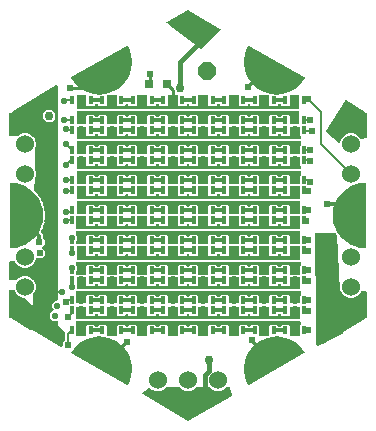
<source format=gbr>
G04 EAGLE Gerber RS-274X export*
G75*
%MOMM*%
%FSLAX34Y34*%
%LPD*%
%INTop Copper*%
%IPPOS*%
%AMOC8*
5,1,8,0,0,1.08239X$1,22.5*%
G01*
%ADD10R,0.800000X0.800000*%
%ADD11P,1.649562X8X22.500000*%
%ADD12C,1.524000*%
%ADD13C,1.000000*%
%ADD14R,0.450000X0.650000*%
%ADD15C,1.530000*%
%ADD16C,0.750000*%
%ADD17C,0.406400*%
%ADD18C,0.604800*%
%ADD19C,0.554800*%
%ADD20C,0.203200*%
%ADD21C,0.700000*%
%ADD22C,0.254000*%
%ADD23C,0.304800*%

G36*
X-106840Y61745D02*
X-106840Y61745D01*
X-106808Y61744D01*
X-106720Y61771D01*
X-106630Y61790D01*
X-106603Y61806D01*
X-106573Y61816D01*
X-106498Y61869D01*
X-106419Y61916D01*
X-106398Y61940D01*
X-106373Y61959D01*
X-106319Y62033D01*
X-106259Y62103D01*
X-106247Y62133D01*
X-106229Y62158D01*
X-106202Y62246D01*
X-106167Y62331D01*
X-106163Y62371D01*
X-106156Y62393D01*
X-106157Y62426D01*
X-106149Y62498D01*
X-106149Y65384D01*
X-104364Y67169D01*
X-104311Y67243D01*
X-104251Y67313D01*
X-104239Y67343D01*
X-104220Y67369D01*
X-104193Y67456D01*
X-104159Y67541D01*
X-104155Y67582D01*
X-104148Y67604D01*
X-104149Y67636D01*
X-104141Y67707D01*
X-104141Y73640D01*
X-104141Y73641D01*
X-104161Y73762D01*
X-104180Y73882D01*
X-104181Y73883D01*
X-104181Y73884D01*
X-104241Y73997D01*
X-104296Y74100D01*
X-104297Y74101D01*
X-104412Y74223D01*
X-110364Y79222D01*
X-110364Y83196D01*
X-110367Y83216D01*
X-110365Y83236D01*
X-110387Y83337D01*
X-110404Y83439D01*
X-110413Y83457D01*
X-110417Y83476D01*
X-110470Y83565D01*
X-110519Y83656D01*
X-110533Y83670D01*
X-110543Y83687D01*
X-110622Y83755D01*
X-110697Y83826D01*
X-110715Y83834D01*
X-110730Y83847D01*
X-110826Y83886D01*
X-110920Y83929D01*
X-110940Y83932D01*
X-110958Y83939D01*
X-111125Y83958D01*
X-114706Y83958D01*
X-117224Y86476D01*
X-117224Y90037D01*
X-114706Y92555D01*
X-114330Y92555D01*
X-114259Y92567D01*
X-114187Y92568D01*
X-114138Y92586D01*
X-114087Y92595D01*
X-114024Y92628D01*
X-113956Y92653D01*
X-113916Y92685D01*
X-113869Y92710D01*
X-113820Y92762D01*
X-113764Y92807D01*
X-113736Y92850D01*
X-113700Y92888D01*
X-113670Y92953D01*
X-113631Y93013D01*
X-113618Y93064D01*
X-113596Y93111D01*
X-113589Y93182D01*
X-113571Y93252D01*
X-113575Y93304D01*
X-113569Y93356D01*
X-113585Y93426D01*
X-113590Y93497D01*
X-113611Y93545D01*
X-113622Y93596D01*
X-113658Y93658D01*
X-113687Y93724D01*
X-113731Y93780D01*
X-113748Y93807D01*
X-113766Y93822D01*
X-113791Y93855D01*
X-114808Y94871D01*
X-114808Y98433D01*
X-112290Y100951D01*
X-111125Y100951D01*
X-111105Y100954D01*
X-111086Y100952D01*
X-110984Y100974D01*
X-110882Y100990D01*
X-110865Y101000D01*
X-110845Y101004D01*
X-110756Y101057D01*
X-110665Y101106D01*
X-110651Y101120D01*
X-110634Y101130D01*
X-110567Y101209D01*
X-110496Y101284D01*
X-110487Y101302D01*
X-110474Y101317D01*
X-110435Y101413D01*
X-110392Y101507D01*
X-110390Y101527D01*
X-110382Y101545D01*
X-110364Y101712D01*
X-110364Y282575D01*
X-110380Y282675D01*
X-110391Y282776D01*
X-110400Y282796D01*
X-110404Y282818D01*
X-110451Y282907D01*
X-110493Y283000D01*
X-110508Y283016D01*
X-110519Y283035D01*
X-110592Y283105D01*
X-110662Y283179D01*
X-110681Y283189D01*
X-110697Y283205D01*
X-110789Y283247D01*
X-110879Y283295D01*
X-110900Y283299D01*
X-110920Y283308D01*
X-111021Y283319D01*
X-111121Y283336D01*
X-111143Y283333D01*
X-111164Y283335D01*
X-111264Y283314D01*
X-111364Y283298D01*
X-111389Y283287D01*
X-111405Y283283D01*
X-111433Y283266D01*
X-111517Y283228D01*
X-146524Y262223D01*
X-150247Y260074D01*
X-150306Y260022D01*
X-150368Y259976D01*
X-150380Y259957D01*
X-150396Y259942D01*
X-150424Y259883D01*
X-151204Y259415D01*
X-151251Y259376D01*
X-151303Y259344D01*
X-151344Y259297D01*
X-151392Y259256D01*
X-151424Y259204D01*
X-151463Y259157D01*
X-151487Y259099D01*
X-151519Y259046D01*
X-151532Y258986D01*
X-151555Y258929D01*
X-151565Y258838D01*
X-151573Y258806D01*
X-151571Y258789D01*
X-151574Y258763D01*
X-151574Y241300D01*
X-151555Y241186D01*
X-151539Y241071D01*
X-151535Y241065D01*
X-151534Y241057D01*
X-151480Y240955D01*
X-151428Y240852D01*
X-151422Y240846D01*
X-151419Y240840D01*
X-151335Y240760D01*
X-151253Y240679D01*
X-151246Y240676D01*
X-151241Y240671D01*
X-151135Y240622D01*
X-151032Y240571D01*
X-151023Y240569D01*
X-151018Y240567D01*
X-150997Y240565D01*
X-150867Y240541D01*
X-150460Y240512D01*
X-150449Y240477D01*
X-150434Y240406D01*
X-150418Y240383D01*
X-150409Y240356D01*
X-150362Y240302D01*
X-150322Y240243D01*
X-150298Y240227D01*
X-150279Y240206D01*
X-150215Y240174D01*
X-150154Y240136D01*
X-150126Y240131D01*
X-150100Y240119D01*
X-150000Y240110D01*
X-149958Y240103D01*
X-149947Y240105D01*
X-149934Y240104D01*
X-147523Y240302D01*
X-144720Y240102D01*
X-144602Y240112D01*
X-144485Y240122D01*
X-144480Y240124D01*
X-144475Y240124D01*
X-144366Y240172D01*
X-144258Y240218D01*
X-144254Y240222D01*
X-144250Y240223D01*
X-144238Y240234D01*
X-144127Y240323D01*
X-143310Y241140D01*
X-139937Y242537D01*
X-136288Y242537D01*
X-132915Y241140D01*
X-131089Y239314D01*
X-131037Y239277D01*
X-130991Y239232D01*
X-130938Y239206D01*
X-130890Y239171D01*
X-130828Y239152D01*
X-130770Y239124D01*
X-130686Y239108D01*
X-130655Y239099D01*
X-130636Y239099D01*
X-130605Y239093D01*
X-129359Y239004D01*
X-129396Y236456D01*
X-129386Y236386D01*
X-129385Y236315D01*
X-129365Y236245D01*
X-129360Y236213D01*
X-129349Y236193D01*
X-129338Y236154D01*
X-128938Y235187D01*
X-128938Y231538D01*
X-129431Y230347D01*
X-129444Y230289D01*
X-129468Y230234D01*
X-129480Y230139D01*
X-129487Y230108D01*
X-129485Y230092D01*
X-129489Y230067D01*
X-129752Y211915D01*
X-129741Y211845D01*
X-129741Y211774D01*
X-129720Y211704D01*
X-129715Y211672D01*
X-129705Y211651D01*
X-129694Y211613D01*
X-128938Y209787D01*
X-128938Y206138D01*
X-129812Y204026D01*
X-129821Y203988D01*
X-129830Y203970D01*
X-129831Y203955D01*
X-129849Y203913D01*
X-129861Y203818D01*
X-129868Y203787D01*
X-129867Y203771D01*
X-129870Y203746D01*
X-130004Y194521D01*
X-130001Y194505D01*
X-130004Y194489D01*
X-129983Y194384D01*
X-129968Y194278D01*
X-129960Y194263D01*
X-129957Y194247D01*
X-129904Y194154D01*
X-129856Y194059D01*
X-129844Y194047D01*
X-129836Y194033D01*
X-129717Y193915D01*
X-129702Y193903D01*
X-129677Y193836D01*
X-129652Y193750D01*
X-129633Y193722D01*
X-129621Y193689D01*
X-129521Y193554D01*
X-128021Y191939D01*
X-127993Y191918D01*
X-127972Y191891D01*
X-127897Y191843D01*
X-127827Y191788D01*
X-127794Y191777D01*
X-127765Y191758D01*
X-127689Y191735D01*
X-127326Y191203D01*
X-127303Y191179D01*
X-127255Y191114D01*
X-126819Y190645D01*
X-126804Y190575D01*
X-126793Y190487D01*
X-126778Y190456D01*
X-126770Y190422D01*
X-126692Y190274D01*
X-125449Y188453D01*
X-125425Y188428D01*
X-125408Y188398D01*
X-125341Y188339D01*
X-125280Y188275D01*
X-125249Y188259D01*
X-125223Y188236D01*
X-125151Y188201D01*
X-124872Y187622D01*
X-124853Y187595D01*
X-124815Y187523D01*
X-124454Y186994D01*
X-124449Y186923D01*
X-124452Y186833D01*
X-124441Y186800D01*
X-124439Y186766D01*
X-124383Y186608D01*
X-123426Y184622D01*
X-123407Y184594D01*
X-123394Y184561D01*
X-123336Y184493D01*
X-123285Y184421D01*
X-123257Y184400D01*
X-123235Y184374D01*
X-123169Y184329D01*
X-122979Y183714D01*
X-122972Y183699D01*
X-122970Y183693D01*
X-122963Y183681D01*
X-122938Y183608D01*
X-122660Y183031D01*
X-122666Y182960D01*
X-122681Y182872D01*
X-122676Y182838D01*
X-122679Y182803D01*
X-122647Y182639D01*
X-121997Y180533D01*
X-121981Y180502D01*
X-121974Y180468D01*
X-121927Y180392D01*
X-121887Y180312D01*
X-121863Y180288D01*
X-121845Y180258D01*
X-121786Y180205D01*
X-121690Y179568D01*
X-121680Y179537D01*
X-121665Y179457D01*
X-121476Y178845D01*
X-121492Y178776D01*
X-121521Y178691D01*
X-121521Y178656D01*
X-121529Y178623D01*
X-121522Y178455D01*
X-121193Y176276D01*
X-121182Y176243D01*
X-121179Y176208D01*
X-121145Y176126D01*
X-121117Y176042D01*
X-121097Y176014D01*
X-121083Y175982D01*
X-121033Y175920D01*
X-121033Y175276D01*
X-121028Y175244D01*
X-121025Y175163D01*
X-120929Y174530D01*
X-120956Y174463D01*
X-120996Y174384D01*
X-121002Y174350D01*
X-121014Y174317D01*
X-121033Y174151D01*
X-121032Y171947D01*
X-121027Y171912D01*
X-121029Y171878D01*
X-121007Y171792D01*
X-120992Y171704D01*
X-120976Y171673D01*
X-120967Y171640D01*
X-120928Y171571D01*
X-121023Y170935D01*
X-121023Y170902D01*
X-121032Y170821D01*
X-121032Y170181D01*
X-121068Y170119D01*
X-121120Y170047D01*
X-121130Y170014D01*
X-121148Y169984D01*
X-121191Y169821D01*
X-121519Y167642D01*
X-121518Y167607D01*
X-121526Y167573D01*
X-121517Y167485D01*
X-121515Y167396D01*
X-121504Y167363D01*
X-121500Y167329D01*
X-121471Y167255D01*
X-121661Y166640D01*
X-121665Y166607D01*
X-121686Y166529D01*
X-121781Y165896D01*
X-121826Y165840D01*
X-121888Y165776D01*
X-121903Y165745D01*
X-121925Y165718D01*
X-121992Y165564D01*
X-122641Y163458D01*
X-122646Y163423D01*
X-122658Y163391D01*
X-122662Y163302D01*
X-122675Y163214D01*
X-122668Y163180D01*
X-122670Y163145D01*
X-122652Y163068D01*
X-122931Y162488D01*
X-122940Y162456D01*
X-122973Y162382D01*
X-123161Y161770D01*
X-123186Y161748D01*
X-123197Y161741D01*
X-123221Y161716D01*
X-123285Y161668D01*
X-123304Y161639D01*
X-123330Y161616D01*
X-123356Y161574D01*
X-123367Y161563D01*
X-123377Y161541D01*
X-123419Y161474D01*
X-124375Y159488D01*
X-124384Y159454D01*
X-124402Y159424D01*
X-124419Y159337D01*
X-124444Y159252D01*
X-124443Y159217D01*
X-124450Y159183D01*
X-124437Y159016D01*
X-124408Y158864D01*
X-124401Y158845D01*
X-124399Y158825D01*
X-124359Y158730D01*
X-124324Y158633D01*
X-124311Y158617D01*
X-124303Y158599D01*
X-124198Y158468D01*
X-122834Y157103D01*
X-122834Y154278D01*
X-122831Y154261D01*
X-122833Y154244D01*
X-122818Y154177D01*
X-122812Y154097D01*
X-122799Y154068D01*
X-122794Y154036D01*
X-122783Y154014D01*
X-122781Y154004D01*
X-122752Y153956D01*
X-122751Y153955D01*
X-122716Y153871D01*
X-122690Y153839D01*
X-122679Y153818D01*
X-122657Y153798D01*
X-122654Y153793D01*
X-122650Y153789D01*
X-122611Y153740D01*
X-121334Y152463D01*
X-121334Y148695D01*
X-123322Y146707D01*
X-123334Y146690D01*
X-123349Y146678D01*
X-123405Y146591D01*
X-123466Y146507D01*
X-123472Y146488D01*
X-123482Y146471D01*
X-123508Y146371D01*
X-123538Y146272D01*
X-123538Y146252D01*
X-123542Y146233D01*
X-123534Y146130D01*
X-123532Y146026D01*
X-123525Y146007D01*
X-123523Y145987D01*
X-123483Y145892D01*
X-123447Y145795D01*
X-123435Y145779D01*
X-123427Y145761D01*
X-123322Y145630D01*
X-120864Y143172D01*
X-120864Y139403D01*
X-123528Y136739D01*
X-127297Y136739D01*
X-127638Y137080D01*
X-127697Y137122D01*
X-127748Y137172D01*
X-127796Y137194D01*
X-127838Y137224D01*
X-127906Y137245D01*
X-127972Y137275D01*
X-128023Y137281D01*
X-128073Y137296D01*
X-128145Y137294D01*
X-128216Y137302D01*
X-128267Y137291D01*
X-128319Y137290D01*
X-128386Y137265D01*
X-128456Y137250D01*
X-128501Y137223D01*
X-128550Y137205D01*
X-128606Y137161D01*
X-128667Y137124D01*
X-128701Y137084D01*
X-128742Y137052D01*
X-128781Y136992D01*
X-128827Y136937D01*
X-128847Y136888D01*
X-128875Y136845D01*
X-128892Y136775D01*
X-128919Y136709D01*
X-128927Y136637D01*
X-128935Y136606D01*
X-128933Y136583D01*
X-128938Y136542D01*
X-128938Y136288D01*
X-130335Y132915D01*
X-132915Y130335D01*
X-136288Y128938D01*
X-139937Y128938D01*
X-143310Y130335D01*
X-145890Y132915D01*
X-146191Y133641D01*
X-146253Y133741D01*
X-146313Y133841D01*
X-146317Y133845D01*
X-146321Y133850D01*
X-146411Y133925D01*
X-146500Y134001D01*
X-146505Y134003D01*
X-146510Y134007D01*
X-146619Y134049D01*
X-146728Y134093D01*
X-146735Y134094D01*
X-146740Y134095D01*
X-146758Y134096D01*
X-146894Y134111D01*
X-150813Y134111D01*
X-150832Y134108D01*
X-150852Y134110D01*
X-150953Y134088D01*
X-151055Y134072D01*
X-151073Y134062D01*
X-151092Y134058D01*
X-151181Y134005D01*
X-151273Y133956D01*
X-151286Y133942D01*
X-151303Y133932D01*
X-151371Y133853D01*
X-151442Y133778D01*
X-151450Y133760D01*
X-151463Y133745D01*
X-151502Y133649D01*
X-151546Y133555D01*
X-151548Y133535D01*
X-151555Y133517D01*
X-151574Y133350D01*
X-151574Y119063D01*
X-151571Y119043D01*
X-151573Y119023D01*
X-151551Y118922D01*
X-151534Y118820D01*
X-151525Y118802D01*
X-151520Y118783D01*
X-151467Y118694D01*
X-151419Y118602D01*
X-151405Y118589D01*
X-151394Y118572D01*
X-151316Y118504D01*
X-151241Y118433D01*
X-151223Y118425D01*
X-151207Y118412D01*
X-151111Y118373D01*
X-151018Y118329D01*
X-150998Y118327D01*
X-150979Y118320D01*
X-150813Y118301D01*
X-145814Y118301D01*
X-145724Y118316D01*
X-145633Y118323D01*
X-145603Y118336D01*
X-145571Y118341D01*
X-145491Y118384D01*
X-145407Y118419D01*
X-145375Y118445D01*
X-145354Y118456D01*
X-145332Y118479D01*
X-145276Y118524D01*
X-143310Y120490D01*
X-139937Y121887D01*
X-136288Y121887D01*
X-132915Y120490D01*
X-130949Y118524D01*
X-130875Y118471D01*
X-130820Y118424D01*
X-130818Y118419D01*
X-130792Y118387D01*
X-130781Y118366D01*
X-130758Y118344D01*
X-130713Y118288D01*
X-130335Y117910D01*
X-128938Y114537D01*
X-128938Y110888D01*
X-130335Y107515D01*
X-130713Y107137D01*
X-130767Y107063D01*
X-130826Y106993D01*
X-130838Y106963D01*
X-130857Y106937D01*
X-130884Y106850D01*
X-130918Y106765D01*
X-130922Y106724D01*
X-130929Y106702D01*
X-130928Y106670D01*
X-130936Y106598D01*
X-130936Y96503D01*
X-139099Y103359D01*
X-139149Y103389D01*
X-139194Y103427D01*
X-139254Y103452D01*
X-139310Y103485D01*
X-139368Y103497D01*
X-139422Y103519D01*
X-139520Y103530D01*
X-139551Y103537D01*
X-139565Y103535D01*
X-139589Y103538D01*
X-139937Y103538D01*
X-143310Y104935D01*
X-145890Y107515D01*
X-146803Y109719D01*
X-146855Y109802D01*
X-146901Y109889D01*
X-146923Y109912D01*
X-146933Y109928D01*
X-146958Y109949D01*
X-147017Y110010D01*
X-147148Y110120D01*
X-147198Y110150D01*
X-147243Y110188D01*
X-147303Y110213D01*
X-147359Y110246D01*
X-147417Y110258D01*
X-147471Y110280D01*
X-147569Y110291D01*
X-147600Y110298D01*
X-147614Y110296D01*
X-147638Y110299D01*
X-150813Y110299D01*
X-150832Y110296D01*
X-150852Y110298D01*
X-150953Y110276D01*
X-151055Y110259D01*
X-151073Y110250D01*
X-151092Y110245D01*
X-151181Y110192D01*
X-151273Y110144D01*
X-151286Y110130D01*
X-151303Y110119D01*
X-151371Y110041D01*
X-151442Y109966D01*
X-151450Y109948D01*
X-151463Y109932D01*
X-151502Y109836D01*
X-151546Y109743D01*
X-151548Y109723D01*
X-151555Y109704D01*
X-151574Y109538D01*
X-151574Y87313D01*
X-151562Y87242D01*
X-151561Y87171D01*
X-151543Y87122D01*
X-151534Y87070D01*
X-151501Y87007D01*
X-151477Y86940D01*
X-151444Y86899D01*
X-151419Y86852D01*
X-151367Y86804D01*
X-151323Y86748D01*
X-151264Y86705D01*
X-151241Y86683D01*
X-151220Y86673D01*
X-151187Y86650D01*
X-150448Y86232D01*
X-150411Y86179D01*
X-150374Y86112D01*
X-150354Y86095D01*
X-150342Y86078D01*
X-150305Y86054D01*
X-150246Y86005D01*
X-133769Y76466D01*
X-133741Y76457D01*
X-133717Y76440D01*
X-133648Y76425D01*
X-133580Y76403D01*
X-133551Y76405D01*
X-133523Y76399D01*
X-133453Y76412D01*
X-133382Y76418D01*
X-133356Y76431D01*
X-133328Y76437D01*
X-133268Y76477D01*
X-133227Y76498D01*
X-107285Y61835D01*
X-107198Y61804D01*
X-107115Y61765D01*
X-107083Y61761D01*
X-107054Y61750D01*
X-106962Y61748D01*
X-106871Y61738D01*
X-106840Y61745D01*
G37*
G36*
X109643Y62753D02*
X109643Y62753D01*
X109697Y62756D01*
X109800Y62790D01*
X109829Y62797D01*
X109839Y62803D01*
X109857Y62809D01*
X113729Y64596D01*
X113762Y64564D01*
X113841Y64480D01*
X113848Y64477D01*
X113854Y64471D01*
X113956Y64419D01*
X114058Y64366D01*
X114067Y64364D01*
X114074Y64361D01*
X114187Y64345D01*
X114301Y64326D01*
X114309Y64328D01*
X114318Y64326D01*
X114431Y64348D01*
X114544Y64366D01*
X114553Y64371D01*
X114559Y64372D01*
X114579Y64383D01*
X114696Y64437D01*
X118808Y66940D01*
X130494Y72334D01*
X130580Y72392D01*
X130698Y72472D01*
X130738Y72525D01*
X130847Y72667D01*
X130847Y72668D01*
X130882Y72771D01*
X130926Y72900D01*
X130926Y72901D01*
X130935Y73068D01*
X130866Y74280D01*
X147822Y84601D01*
X150247Y86001D01*
X150306Y86053D01*
X150368Y86099D01*
X150380Y86118D01*
X150396Y86133D01*
X150420Y86182D01*
X151208Y86662D01*
X151253Y86701D01*
X151303Y86731D01*
X151346Y86780D01*
X151395Y86822D01*
X151425Y86873D01*
X151463Y86918D01*
X151488Y86978D01*
X151521Y87034D01*
X151533Y87091D01*
X151555Y87146D01*
X151566Y87243D01*
X151573Y87274D01*
X151571Y87289D01*
X151574Y87313D01*
X151574Y107950D01*
X151571Y107970D01*
X151573Y107989D01*
X151551Y108091D01*
X151534Y108193D01*
X151525Y108210D01*
X151520Y108230D01*
X151467Y108319D01*
X151419Y108410D01*
X151405Y108424D01*
X151394Y108441D01*
X151316Y108508D01*
X151241Y108580D01*
X151223Y108588D01*
X151207Y108601D01*
X151111Y108640D01*
X151018Y108683D01*
X150998Y108685D01*
X150979Y108693D01*
X150813Y108711D01*
X146894Y108711D01*
X146780Y108693D01*
X146663Y108675D01*
X146658Y108673D01*
X146652Y108672D01*
X146549Y108617D01*
X146444Y108564D01*
X146440Y108559D01*
X146434Y108556D01*
X146354Y108472D01*
X146272Y108388D01*
X146268Y108382D01*
X146265Y108378D01*
X146257Y108361D01*
X146191Y108241D01*
X145890Y107515D01*
X143310Y104935D01*
X139937Y103538D01*
X136288Y103538D01*
X132915Y104935D01*
X130335Y107515D01*
X130034Y108241D01*
X129972Y108340D01*
X129912Y108441D01*
X129908Y108445D01*
X129904Y108450D01*
X129815Y108524D01*
X129725Y108601D01*
X129720Y108603D01*
X129715Y108607D01*
X129607Y108649D01*
X129497Y108693D01*
X129490Y108694D01*
X129485Y108695D01*
X129467Y108696D01*
X129331Y108711D01*
X128917Y108711D01*
X126224Y156293D01*
X126198Y156412D01*
X126172Y156531D01*
X126171Y156532D01*
X126171Y156533D01*
X126168Y156537D01*
X126093Y156679D01*
X125470Y157592D01*
X125450Y157613D01*
X125443Y157625D01*
X125438Y157629D01*
X125423Y157653D01*
X125359Y157708D01*
X125301Y157770D01*
X125266Y157788D01*
X125236Y157813D01*
X125158Y157845D01*
X125083Y157884D01*
X125045Y157891D01*
X125008Y157905D01*
X124842Y157924D01*
X107950Y157924D01*
X107924Y157919D01*
X107898Y157922D01*
X107803Y157900D01*
X107707Y157884D01*
X107684Y157872D01*
X107658Y157866D01*
X107575Y157814D01*
X107490Y157769D01*
X107472Y157750D01*
X107449Y157736D01*
X107387Y157661D01*
X107321Y157591D01*
X107309Y157567D01*
X107293Y157546D01*
X107258Y157455D01*
X107217Y157368D01*
X107214Y157341D01*
X107205Y157317D01*
X107189Y157150D01*
X108386Y86489D01*
X108070Y84484D01*
X108071Y84421D01*
X108061Y84357D01*
X108071Y84271D01*
X108072Y84238D01*
X108078Y84221D01*
X108081Y84191D01*
X108452Y82620D01*
X108776Y63487D01*
X108786Y63433D01*
X108786Y63379D01*
X108808Y63313D01*
X108820Y63245D01*
X108847Y63197D01*
X108864Y63146D01*
X108906Y63090D01*
X108939Y63030D01*
X108979Y62993D01*
X109012Y62949D01*
X109069Y62910D01*
X109120Y62863D01*
X109170Y62841D01*
X109215Y62810D01*
X109282Y62792D01*
X109345Y62764D01*
X109399Y62758D01*
X109452Y62744D01*
X109521Y62747D01*
X109590Y62741D01*
X109643Y62753D01*
G37*
G36*
X-86520Y71127D02*
X-86520Y71127D01*
X-86494Y71124D01*
X-86436Y71146D01*
X-86376Y71160D01*
X-86356Y71177D01*
X-86332Y71186D01*
X-86290Y71231D01*
X-86243Y71270D01*
X-86232Y71294D01*
X-86215Y71313D01*
X-86197Y71372D01*
X-86172Y71429D01*
X-86173Y71454D01*
X-86165Y71479D01*
X-86176Y71540D01*
X-86178Y71602D01*
X-86191Y71624D01*
X-86195Y71650D01*
X-86243Y71721D01*
X-86261Y71754D01*
X-86262Y71755D01*
X-86262Y79519D01*
X-85369Y80412D01*
X-79606Y80412D01*
X-78713Y79519D01*
X-78713Y79066D01*
X-78701Y79017D01*
X-78699Y78966D01*
X-78682Y78934D01*
X-78673Y78898D01*
X-78641Y78858D01*
X-78616Y78814D01*
X-78586Y78792D01*
X-78563Y78764D01*
X-78516Y78743D01*
X-78475Y78714D01*
X-78433Y78706D01*
X-78405Y78693D01*
X-78374Y78694D01*
X-78333Y78686D01*
X-76789Y78686D01*
X-76739Y78698D01*
X-76688Y78700D01*
X-76656Y78717D01*
X-76620Y78726D01*
X-76581Y78758D01*
X-76536Y78783D01*
X-76515Y78813D01*
X-76487Y78836D01*
X-76466Y78883D01*
X-76436Y78924D01*
X-76428Y78966D01*
X-76416Y78994D01*
X-76417Y79025D01*
X-76409Y79066D01*
X-76409Y79519D01*
X-75515Y80412D01*
X-69752Y80412D01*
X-68859Y79519D01*
X-68859Y71747D01*
X-68857Y71739D01*
X-68859Y71731D01*
X-68838Y71655D01*
X-68820Y71578D01*
X-68814Y71572D01*
X-68812Y71564D01*
X-68760Y71506D01*
X-68709Y71445D01*
X-68702Y71441D01*
X-68696Y71435D01*
X-68564Y71376D01*
X-67487Y71130D01*
X-67453Y71131D01*
X-67403Y71121D01*
X-67187Y71121D01*
X-67182Y71122D01*
X-67176Y71121D01*
X-67070Y71145D01*
X-66947Y71121D01*
X-60691Y71121D01*
X-60666Y71127D01*
X-60641Y71124D01*
X-60583Y71146D01*
X-60523Y71160D01*
X-60503Y71177D01*
X-60479Y71186D01*
X-60437Y71231D01*
X-60389Y71270D01*
X-60379Y71294D01*
X-60361Y71313D01*
X-60343Y71372D01*
X-60318Y71429D01*
X-60319Y71454D01*
X-60312Y71479D01*
X-60322Y71540D01*
X-60325Y71602D01*
X-60337Y71624D01*
X-60342Y71650D01*
X-60390Y71721D01*
X-60408Y71754D01*
X-60409Y71755D01*
X-60409Y79519D01*
X-59515Y80412D01*
X-53752Y80412D01*
X-52859Y79519D01*
X-52859Y79066D01*
X-52848Y79017D01*
X-52846Y78966D01*
X-52828Y78934D01*
X-52820Y78898D01*
X-52787Y78858D01*
X-52763Y78814D01*
X-52733Y78792D01*
X-52709Y78764D01*
X-52663Y78743D01*
X-52621Y78714D01*
X-52579Y78706D01*
X-52551Y78693D01*
X-52521Y78694D01*
X-52479Y78686D01*
X-50935Y78686D01*
X-50886Y78698D01*
X-50835Y78700D01*
X-50802Y78717D01*
X-50767Y78726D01*
X-50727Y78758D01*
X-50682Y78783D01*
X-50661Y78813D01*
X-50633Y78836D01*
X-50612Y78883D01*
X-50583Y78924D01*
X-50575Y78966D01*
X-50562Y78994D01*
X-50563Y79025D01*
X-50555Y79066D01*
X-50555Y79519D01*
X-49662Y80412D01*
X-43899Y80412D01*
X-43006Y79519D01*
X-43006Y71748D01*
X-43025Y71732D01*
X-43050Y71675D01*
X-43083Y71623D01*
X-43085Y71597D01*
X-43096Y71573D01*
X-43094Y71512D01*
X-43100Y71450D01*
X-43090Y71426D01*
X-43089Y71400D01*
X-43060Y71346D01*
X-43038Y71288D01*
X-43019Y71271D01*
X-43007Y71248D01*
X-42956Y71213D01*
X-42911Y71171D01*
X-42886Y71163D01*
X-42865Y71148D01*
X-42781Y71132D01*
X-42745Y71121D01*
X-42735Y71123D01*
X-42723Y71121D01*
X-34838Y71121D01*
X-34813Y71127D01*
X-34787Y71124D01*
X-34729Y71146D01*
X-34669Y71160D01*
X-34649Y71177D01*
X-34625Y71186D01*
X-34583Y71231D01*
X-34535Y71270D01*
X-34525Y71294D01*
X-34507Y71313D01*
X-34490Y71372D01*
X-34465Y71429D01*
X-34466Y71454D01*
X-34458Y71479D01*
X-34469Y71540D01*
X-34471Y71602D01*
X-34484Y71624D01*
X-34488Y71650D01*
X-34536Y71721D01*
X-34554Y71754D01*
X-34555Y71755D01*
X-34555Y79519D01*
X-33662Y80412D01*
X-27899Y80412D01*
X-27006Y79519D01*
X-27006Y79066D01*
X-26994Y79017D01*
X-26992Y78966D01*
X-26974Y78934D01*
X-26966Y78898D01*
X-26934Y78858D01*
X-26909Y78814D01*
X-26879Y78792D01*
X-26856Y78764D01*
X-26809Y78743D01*
X-26768Y78714D01*
X-26726Y78706D01*
X-26698Y78693D01*
X-26667Y78694D01*
X-26625Y78686D01*
X-25082Y78686D01*
X-25032Y78698D01*
X-24981Y78700D01*
X-24949Y78717D01*
X-24913Y78726D01*
X-24874Y78758D01*
X-24829Y78783D01*
X-24808Y78813D01*
X-24779Y78836D01*
X-24758Y78883D01*
X-24729Y78924D01*
X-24721Y78966D01*
X-24708Y78994D01*
X-24710Y79025D01*
X-24701Y79066D01*
X-24701Y79519D01*
X-23808Y80412D01*
X-18045Y80412D01*
X-17152Y79519D01*
X-17152Y71748D01*
X-17172Y71732D01*
X-17197Y71675D01*
X-17229Y71623D01*
X-17232Y71597D01*
X-17242Y71573D01*
X-17240Y71512D01*
X-17246Y71450D01*
X-17237Y71426D01*
X-17236Y71400D01*
X-17206Y71346D01*
X-17184Y71288D01*
X-17165Y71271D01*
X-17153Y71248D01*
X-17103Y71213D01*
X-17057Y71171D01*
X-17033Y71163D01*
X-17011Y71148D01*
X-16927Y71132D01*
X-16891Y71121D01*
X-16881Y71123D01*
X-16869Y71121D01*
X-8984Y71121D01*
X-8959Y71127D01*
X-8933Y71124D01*
X-8876Y71146D01*
X-8816Y71160D01*
X-8796Y71177D01*
X-8771Y71186D01*
X-8730Y71231D01*
X-8682Y71270D01*
X-8671Y71294D01*
X-8654Y71313D01*
X-8636Y71372D01*
X-8611Y71429D01*
X-8612Y71454D01*
X-8605Y71479D01*
X-8615Y71540D01*
X-8618Y71602D01*
X-8630Y71624D01*
X-8634Y71650D01*
X-8683Y71721D01*
X-8700Y71754D01*
X-8701Y71755D01*
X-8701Y79519D01*
X-7808Y80412D01*
X-2045Y80412D01*
X-1152Y79519D01*
X-1152Y79066D01*
X-1140Y79017D01*
X-1138Y78966D01*
X-1121Y78934D01*
X-1113Y78898D01*
X-1080Y78858D01*
X-1056Y78814D01*
X-1026Y78792D01*
X-1002Y78764D01*
X-956Y78743D01*
X-914Y78714D01*
X-872Y78706D01*
X-844Y78693D01*
X-814Y78694D01*
X-772Y78686D01*
X772Y78686D01*
X822Y78698D01*
X873Y78700D01*
X905Y78717D01*
X941Y78726D01*
X980Y78758D01*
X1025Y78783D01*
X1046Y78813D01*
X1074Y78836D01*
X1095Y78883D01*
X1125Y78924D01*
X1133Y78966D01*
X1145Y78994D01*
X1144Y79025D01*
X1152Y79066D01*
X1152Y79519D01*
X2045Y80412D01*
X7808Y80412D01*
X8702Y79519D01*
X8702Y71748D01*
X8682Y71732D01*
X8657Y71675D01*
X8624Y71623D01*
X8622Y71597D01*
X8611Y71573D01*
X8613Y71512D01*
X8608Y71450D01*
X8617Y71426D01*
X8618Y71400D01*
X8647Y71346D01*
X8669Y71288D01*
X8688Y71271D01*
X8700Y71248D01*
X8751Y71213D01*
X8796Y71171D01*
X8821Y71163D01*
X8842Y71148D01*
X8927Y71132D01*
X8962Y71121D01*
X8972Y71123D01*
X8984Y71121D01*
X16869Y71121D01*
X16894Y71127D01*
X16920Y71124D01*
X16978Y71146D01*
X17038Y71160D01*
X17058Y71177D01*
X17082Y71186D01*
X17124Y71231D01*
X17172Y71270D01*
X17182Y71294D01*
X17200Y71313D01*
X17217Y71372D01*
X17243Y71429D01*
X17242Y71454D01*
X17249Y71479D01*
X17238Y71540D01*
X17236Y71602D01*
X17224Y71624D01*
X17219Y71650D01*
X17171Y71721D01*
X17153Y71754D01*
X17152Y71755D01*
X17152Y79519D01*
X18045Y80412D01*
X23808Y80412D01*
X24702Y79519D01*
X24702Y79066D01*
X24713Y79017D01*
X24715Y78966D01*
X24733Y78934D01*
X24741Y78898D01*
X24774Y78858D01*
X24798Y78814D01*
X24828Y78792D01*
X24851Y78764D01*
X24898Y78743D01*
X24940Y78714D01*
X24981Y78706D01*
X25009Y78693D01*
X25040Y78694D01*
X25082Y78686D01*
X26625Y78686D01*
X26675Y78698D01*
X26726Y78700D01*
X26758Y78717D01*
X26794Y78726D01*
X26834Y78758D01*
X26878Y78783D01*
X26899Y78813D01*
X26928Y78836D01*
X26949Y78883D01*
X26978Y78924D01*
X26986Y78966D01*
X26999Y78994D01*
X26998Y79025D01*
X27006Y79066D01*
X27006Y79519D01*
X27899Y80412D01*
X33662Y80412D01*
X34555Y79519D01*
X34555Y71748D01*
X34536Y71732D01*
X34510Y71675D01*
X34478Y71623D01*
X34475Y71597D01*
X34465Y71573D01*
X34467Y71512D01*
X34461Y71450D01*
X34470Y71426D01*
X34471Y71400D01*
X34501Y71346D01*
X34523Y71288D01*
X34542Y71271D01*
X34554Y71248D01*
X34605Y71213D01*
X34650Y71171D01*
X34675Y71163D01*
X34696Y71148D01*
X34780Y71132D01*
X34816Y71121D01*
X34826Y71123D01*
X34838Y71121D01*
X42723Y71121D01*
X42748Y71127D01*
X42774Y71124D01*
X42832Y71146D01*
X42892Y71160D01*
X42912Y71177D01*
X42936Y71186D01*
X42978Y71231D01*
X43025Y71270D01*
X43036Y71294D01*
X43053Y71313D01*
X43071Y71372D01*
X43096Y71429D01*
X43095Y71454D01*
X43103Y71479D01*
X43092Y71540D01*
X43090Y71602D01*
X43077Y71624D01*
X43073Y71650D01*
X43025Y71721D01*
X43007Y71754D01*
X43006Y71755D01*
X43006Y79519D01*
X43899Y80412D01*
X49662Y80412D01*
X50555Y79519D01*
X50555Y79066D01*
X50567Y79017D01*
X50569Y78966D01*
X50586Y78934D01*
X50595Y78898D01*
X50627Y78858D01*
X50652Y78814D01*
X50681Y78792D01*
X50705Y78764D01*
X50752Y78743D01*
X50793Y78714D01*
X50835Y78706D01*
X50863Y78693D01*
X50894Y78694D01*
X50935Y78686D01*
X52479Y78686D01*
X52529Y78698D01*
X52580Y78700D01*
X52612Y78717D01*
X52648Y78726D01*
X52687Y78758D01*
X52732Y78783D01*
X52753Y78813D01*
X52781Y78836D01*
X52802Y78883D01*
X52832Y78924D01*
X52840Y78966D01*
X52852Y78994D01*
X52851Y79025D01*
X52859Y79066D01*
X52859Y79519D01*
X53752Y80412D01*
X59516Y80412D01*
X60409Y79519D01*
X60409Y71748D01*
X60389Y71732D01*
X60364Y71675D01*
X60331Y71623D01*
X60329Y71597D01*
X60318Y71573D01*
X60321Y71512D01*
X60315Y71450D01*
X60324Y71426D01*
X60325Y71400D01*
X60354Y71346D01*
X60376Y71288D01*
X60395Y71271D01*
X60408Y71248D01*
X60458Y71213D01*
X60503Y71171D01*
X60528Y71163D01*
X60549Y71148D01*
X60634Y71132D01*
X60670Y71121D01*
X60680Y71123D01*
X60692Y71121D01*
X66999Y71121D01*
X67013Y71124D01*
X67086Y71137D01*
X67172Y71121D01*
X67480Y71121D01*
X67514Y71129D01*
X67565Y71130D01*
X68564Y71358D01*
X68571Y71362D01*
X68580Y71362D01*
X68649Y71400D01*
X68719Y71434D01*
X68725Y71441D01*
X68732Y71445D01*
X68777Y71509D01*
X68825Y71572D01*
X68827Y71580D01*
X68832Y71587D01*
X68859Y71729D01*
X68859Y79519D01*
X69752Y80412D01*
X75516Y80412D01*
X76409Y79519D01*
X76409Y79066D01*
X76420Y79017D01*
X76422Y78966D01*
X76440Y78934D01*
X76448Y78898D01*
X76481Y78858D01*
X76505Y78814D01*
X76535Y78792D01*
X76558Y78764D01*
X76605Y78743D01*
X76647Y78714D01*
X76689Y78706D01*
X76717Y78693D01*
X76747Y78694D01*
X76789Y78686D01*
X78333Y78686D01*
X78382Y78698D01*
X78433Y78700D01*
X78466Y78717D01*
X78501Y78726D01*
X78541Y78758D01*
X78586Y78783D01*
X78607Y78813D01*
X78635Y78836D01*
X78656Y78883D01*
X78685Y78924D01*
X78693Y78966D01*
X78706Y78994D01*
X78705Y79025D01*
X78713Y79066D01*
X78713Y79519D01*
X79606Y80412D01*
X85369Y80412D01*
X86262Y79519D01*
X86262Y71748D01*
X86243Y71732D01*
X86218Y71675D01*
X86185Y71623D01*
X86182Y71597D01*
X86172Y71573D01*
X86174Y71512D01*
X86168Y71450D01*
X86178Y71426D01*
X86179Y71400D01*
X86208Y71346D01*
X86230Y71288D01*
X86249Y71271D01*
X86261Y71248D01*
X86312Y71213D01*
X86357Y71171D01*
X86382Y71163D01*
X86403Y71148D01*
X86487Y71132D01*
X86523Y71121D01*
X86533Y71123D01*
X86545Y71121D01*
X94430Y71121D01*
X94455Y71127D01*
X94481Y71124D01*
X94539Y71146D01*
X94599Y71160D01*
X94619Y71177D01*
X94643Y71186D01*
X94685Y71231D01*
X94732Y71270D01*
X94743Y71294D01*
X94761Y71313D01*
X94778Y71372D01*
X94803Y71429D01*
X94802Y71454D01*
X94810Y71479D01*
X94799Y71540D01*
X94797Y71602D01*
X94784Y71624D01*
X94780Y71650D01*
X94732Y71721D01*
X94714Y71754D01*
X94713Y71755D01*
X94713Y79519D01*
X95201Y80008D01*
X95242Y80072D01*
X95285Y80134D01*
X95287Y80146D01*
X95293Y80155D01*
X95296Y80192D01*
X95313Y80276D01*
X95313Y83058D01*
X95301Y83108D01*
X95299Y83159D01*
X95282Y83191D01*
X95273Y83227D01*
X95241Y83266D01*
X95216Y83311D01*
X95186Y83332D01*
X95163Y83360D01*
X95116Y83381D01*
X95075Y83411D01*
X95033Y83419D01*
X95005Y83431D01*
X94974Y83430D01*
X94933Y83438D01*
X-94107Y83438D01*
X-94157Y83427D01*
X-94208Y83425D01*
X-94240Y83407D01*
X-94276Y83399D01*
X-94315Y83366D01*
X-94360Y83342D01*
X-94381Y83312D01*
X-94409Y83289D01*
X-94430Y83242D01*
X-94460Y83200D01*
X-94468Y83158D01*
X-94480Y83130D01*
X-94479Y83100D01*
X-94487Y83058D01*
X-94487Y71501D01*
X-94476Y71451D01*
X-94474Y71400D01*
X-94456Y71368D01*
X-94448Y71332D01*
X-94415Y71293D01*
X-94391Y71248D01*
X-94361Y71227D01*
X-94338Y71199D01*
X-94291Y71178D01*
X-94249Y71148D01*
X-94207Y71140D01*
X-94179Y71128D01*
X-94149Y71129D01*
X-94107Y71121D01*
X-86545Y71121D01*
X-86520Y71127D01*
G37*
G36*
X150093Y145539D02*
X150093Y145539D01*
X150165Y145548D01*
X150189Y145561D01*
X150215Y145568D01*
X150274Y145611D01*
X150337Y145648D01*
X150354Y145670D01*
X150376Y145686D01*
X150413Y145749D01*
X150457Y145807D01*
X150463Y145833D01*
X150477Y145857D01*
X150494Y145961D01*
X150504Y146000D01*
X150503Y146009D01*
X150505Y146021D01*
X150487Y200051D01*
X150482Y200077D01*
X150484Y200104D01*
X150462Y200174D01*
X150448Y200246D01*
X150432Y200268D01*
X150424Y200294D01*
X150376Y200349D01*
X150335Y200410D01*
X150312Y200424D01*
X150294Y200445D01*
X150229Y200477D01*
X150167Y200516D01*
X150141Y200521D01*
X150116Y200533D01*
X150011Y200543D01*
X149971Y200550D01*
X149962Y200547D01*
X149951Y200548D01*
X145924Y200245D01*
X145894Y200237D01*
X145851Y200234D01*
X141914Y199335D01*
X141885Y199321D01*
X141843Y199313D01*
X138085Y197836D01*
X138058Y197819D01*
X138018Y197804D01*
X134522Y195784D01*
X134498Y195763D01*
X134460Y195742D01*
X131304Y193223D01*
X131284Y193199D01*
X131249Y193173D01*
X128504Y190212D01*
X128487Y190185D01*
X128458Y190153D01*
X126184Y186817D01*
X126172Y186787D01*
X126147Y186752D01*
X124396Y183114D01*
X124388Y183083D01*
X124369Y183044D01*
X123180Y179186D01*
X123177Y179154D01*
X123163Y179113D01*
X122563Y175120D01*
X122565Y175088D01*
X122557Y175046D01*
X122559Y171008D01*
X122565Y170978D01*
X122563Y170967D01*
X122565Y170958D01*
X122564Y170934D01*
X123167Y166941D01*
X123178Y166911D01*
X123184Y166868D01*
X124375Y163011D01*
X124391Y162983D01*
X124403Y162941D01*
X126156Y159304D01*
X126175Y159278D01*
X126193Y159239D01*
X128469Y155904D01*
X128491Y155882D01*
X128515Y155846D01*
X131262Y152887D01*
X131288Y152868D01*
X131317Y152836D01*
X134475Y150319D01*
X134503Y150305D01*
X134536Y150277D01*
X138034Y148260D01*
X138064Y148250D01*
X138101Y148227D01*
X141860Y146753D01*
X141891Y146748D01*
X141931Y146731D01*
X145868Y145834D01*
X145900Y145834D01*
X145942Y145823D01*
X149968Y145523D01*
X149995Y145526D01*
X150022Y145522D01*
X150093Y145539D01*
G37*
G36*
X-149962Y145528D02*
X-149962Y145528D01*
X-149951Y145527D01*
X-145924Y145830D01*
X-145894Y145838D01*
X-145851Y145841D01*
X-141914Y146740D01*
X-141885Y146754D01*
X-141843Y146762D01*
X-138085Y148239D01*
X-138058Y148256D01*
X-138018Y148271D01*
X-134522Y150291D01*
X-134498Y150312D01*
X-134460Y150333D01*
X-131304Y152852D01*
X-131284Y152876D01*
X-131249Y152902D01*
X-128504Y155863D01*
X-128487Y155890D01*
X-128458Y155922D01*
X-126184Y159258D01*
X-126172Y159288D01*
X-126147Y159323D01*
X-124396Y162961D01*
X-124388Y162992D01*
X-124369Y163031D01*
X-123180Y166889D01*
X-123177Y166921D01*
X-123163Y166962D01*
X-122563Y170955D01*
X-122565Y170987D01*
X-122557Y171029D01*
X-122559Y175067D01*
X-122565Y175098D01*
X-122564Y175141D01*
X-123167Y179134D01*
X-123178Y179164D01*
X-123184Y179207D01*
X-124375Y183064D01*
X-124391Y183092D01*
X-124403Y183134D01*
X-126156Y186771D01*
X-126175Y186797D01*
X-126193Y186836D01*
X-128469Y190171D01*
X-128491Y190193D01*
X-128515Y190229D01*
X-131262Y193188D01*
X-131288Y193207D01*
X-131317Y193239D01*
X-134475Y195756D01*
X-134503Y195770D01*
X-134536Y195798D01*
X-138034Y197815D01*
X-138064Y197825D01*
X-138101Y197848D01*
X-141860Y199322D01*
X-141891Y199327D01*
X-141931Y199344D01*
X-145868Y200241D01*
X-145900Y200241D01*
X-145942Y200252D01*
X-149968Y200552D01*
X-149995Y200549D01*
X-150022Y200553D01*
X-150093Y200536D01*
X-150165Y200527D01*
X-150189Y200514D01*
X-150215Y200507D01*
X-150274Y200464D01*
X-150337Y200427D01*
X-150354Y200405D01*
X-150376Y200389D01*
X-150413Y200326D01*
X-150457Y200268D01*
X-150463Y200242D01*
X-150477Y200218D01*
X-150494Y200114D01*
X-150504Y200075D01*
X-150503Y200066D01*
X-150505Y200054D01*
X-150487Y146024D01*
X-150482Y145998D01*
X-150484Y145971D01*
X-150462Y145901D01*
X-150448Y145829D01*
X-150432Y145807D01*
X-150424Y145781D01*
X-150376Y145726D01*
X-150335Y145665D01*
X-150312Y145651D01*
X-150294Y145630D01*
X-150229Y145598D01*
X-150167Y145559D01*
X-150141Y145554D01*
X-150116Y145542D01*
X-150011Y145532D01*
X-149971Y145525D01*
X-149962Y145528D01*
G37*
G36*
X79052Y275727D02*
X79052Y275727D01*
X79082Y275736D01*
X79125Y275738D01*
X83062Y276635D01*
X83091Y276648D01*
X83133Y276657D01*
X86893Y278131D01*
X86919Y278148D01*
X86960Y278164D01*
X90457Y280181D01*
X90481Y280202D01*
X90519Y280223D01*
X93676Y282740D01*
X93697Y282764D01*
X93731Y282790D01*
X96478Y285749D01*
X96495Y285777D01*
X96525Y285808D01*
X98800Y289143D01*
X98811Y289168D01*
X98828Y289189D01*
X98838Y289221D01*
X98840Y289225D01*
X98842Y289233D01*
X98849Y289259D01*
X98878Y289326D01*
X98878Y289354D01*
X98885Y289380D01*
X98877Y289452D01*
X98877Y289525D01*
X98866Y289550D01*
X98863Y289577D01*
X98828Y289641D01*
X98799Y289708D01*
X98779Y289727D01*
X98766Y289751D01*
X98685Y289818D01*
X98656Y289846D01*
X98647Y289849D01*
X98638Y289857D01*
X51855Y316887D01*
X51829Y316895D01*
X51807Y316911D01*
X51736Y316927D01*
X51667Y316950D01*
X51639Y316948D01*
X51613Y316954D01*
X51541Y316940D01*
X51468Y316934D01*
X51444Y316922D01*
X51417Y316917D01*
X51357Y316877D01*
X51292Y316843D01*
X51274Y316822D01*
X51252Y316807D01*
X51191Y316721D01*
X51165Y316690D01*
X51162Y316681D01*
X51156Y316671D01*
X49403Y313034D01*
X49395Y313003D01*
X49375Y312964D01*
X48184Y309107D01*
X48181Y309075D01*
X48167Y309034D01*
X47564Y305041D01*
X47566Y305010D01*
X47559Y304967D01*
X47557Y300929D01*
X47564Y300898D01*
X47563Y300855D01*
X48163Y296862D01*
X48174Y296832D01*
X48180Y296789D01*
X49369Y292931D01*
X49384Y292903D01*
X49396Y292861D01*
X51147Y289223D01*
X51166Y289198D01*
X51184Y289158D01*
X53458Y285822D01*
X53480Y285799D01*
X53504Y285763D01*
X56249Y282802D01*
X56275Y282784D01*
X56304Y282752D01*
X59460Y280233D01*
X59488Y280219D01*
X59522Y280191D01*
X63018Y278171D01*
X63048Y278161D01*
X63085Y278139D01*
X66843Y276662D01*
X66874Y276657D01*
X66914Y276640D01*
X70851Y275741D01*
X70882Y275740D01*
X70924Y275730D01*
X74951Y275427D01*
X74982Y275431D01*
X75025Y275427D01*
X79052Y275727D01*
G37*
G36*
X-51541Y29135D02*
X-51541Y29135D01*
X-51468Y29141D01*
X-51444Y29153D01*
X-51417Y29158D01*
X-51357Y29198D01*
X-51292Y29232D01*
X-51274Y29253D01*
X-51252Y29268D01*
X-51191Y29354D01*
X-51165Y29385D01*
X-51162Y29394D01*
X-51156Y29404D01*
X-49403Y33041D01*
X-49395Y33072D01*
X-49375Y33111D01*
X-48184Y36968D01*
X-48181Y37000D01*
X-48167Y37041D01*
X-47564Y41034D01*
X-47566Y41065D01*
X-47559Y41108D01*
X-47557Y45146D01*
X-47564Y45177D01*
X-47563Y45220D01*
X-48163Y49213D01*
X-48174Y49243D01*
X-48180Y49286D01*
X-49369Y53144D01*
X-49384Y53172D01*
X-49396Y53214D01*
X-51147Y56852D01*
X-51166Y56877D01*
X-51184Y56917D01*
X-53458Y60253D01*
X-53480Y60276D01*
X-53504Y60312D01*
X-56249Y63273D01*
X-56275Y63291D01*
X-56304Y63323D01*
X-59460Y65842D01*
X-59488Y65856D01*
X-59522Y65884D01*
X-63018Y67904D01*
X-63048Y67914D01*
X-63085Y67936D01*
X-66843Y69413D01*
X-66874Y69418D01*
X-66914Y69435D01*
X-70851Y70334D01*
X-70882Y70335D01*
X-70924Y70345D01*
X-74951Y70648D01*
X-74982Y70644D01*
X-75025Y70648D01*
X-79052Y70348D01*
X-79082Y70339D01*
X-79125Y70337D01*
X-83062Y69440D01*
X-83091Y69427D01*
X-83133Y69418D01*
X-86893Y67944D01*
X-86919Y67927D01*
X-86960Y67911D01*
X-90457Y65894D01*
X-90481Y65873D01*
X-90519Y65852D01*
X-93676Y63335D01*
X-93697Y63311D01*
X-93731Y63285D01*
X-96478Y60326D01*
X-96495Y60298D01*
X-96525Y60267D01*
X-98800Y56932D01*
X-98811Y56907D01*
X-98828Y56886D01*
X-98849Y56816D01*
X-98878Y56749D01*
X-98878Y56721D01*
X-98885Y56695D01*
X-98877Y56623D01*
X-98877Y56550D01*
X-98866Y56525D01*
X-98863Y56498D01*
X-98828Y56434D01*
X-98799Y56367D01*
X-98779Y56348D01*
X-98766Y56324D01*
X-98685Y56257D01*
X-98656Y56229D01*
X-98647Y56226D01*
X-98638Y56218D01*
X-51855Y29188D01*
X-51829Y29180D01*
X-51807Y29164D01*
X-51736Y29148D01*
X-51667Y29125D01*
X-51639Y29127D01*
X-51613Y29121D01*
X-51541Y29135D01*
G37*
G36*
X34Y-753D02*
X34Y-753D01*
X92Y-756D01*
X155Y-737D01*
X220Y-729D01*
X296Y-696D01*
X328Y-687D01*
X344Y-676D01*
X375Y-663D01*
X36887Y19975D01*
X36919Y20000D01*
X36956Y20019D01*
X37014Y20077D01*
X37079Y20129D01*
X37101Y20163D01*
X37130Y20192D01*
X37167Y20266D01*
X37211Y20336D01*
X37221Y20376D01*
X37240Y20412D01*
X37251Y20494D01*
X37271Y20575D01*
X37268Y20615D01*
X37274Y20656D01*
X37252Y20815D01*
X37252Y20820D01*
X37251Y20821D01*
X37251Y20822D01*
X35664Y27172D01*
X35644Y27218D01*
X35633Y27267D01*
X35595Y27331D01*
X35566Y27398D01*
X35533Y27435D01*
X35507Y27478D01*
X35451Y27526D01*
X35402Y27581D01*
X35358Y27606D01*
X35320Y27638D01*
X35252Y27666D01*
X35188Y27702D01*
X35138Y27712D01*
X35092Y27730D01*
X34971Y27744D01*
X34946Y27748D01*
X34938Y27747D01*
X34925Y27749D01*
X33059Y27749D01*
X32969Y27734D01*
X32878Y27727D01*
X32848Y27714D01*
X32816Y27709D01*
X32736Y27666D01*
X32652Y27631D01*
X32620Y27605D01*
X32599Y27594D01*
X32577Y27571D01*
X32521Y27526D01*
X30580Y25585D01*
X27219Y24193D01*
X23581Y24193D01*
X20220Y25585D01*
X18279Y27526D01*
X18205Y27579D01*
X18136Y27638D01*
X18106Y27650D01*
X18079Y27669D01*
X17992Y27696D01*
X17908Y27730D01*
X17867Y27735D01*
X17844Y27742D01*
X17812Y27741D01*
X17741Y27749D01*
X7659Y27749D01*
X7569Y27734D01*
X7478Y27727D01*
X7448Y27714D01*
X7416Y27709D01*
X7336Y27666D01*
X7252Y27631D01*
X7220Y27605D01*
X7199Y27594D01*
X7177Y27571D01*
X7121Y27526D01*
X5180Y25585D01*
X1819Y24193D01*
X-1819Y24193D01*
X-5180Y25585D01*
X-7121Y27526D01*
X-7195Y27579D01*
X-7264Y27638D01*
X-7294Y27650D01*
X-7321Y27669D01*
X-7408Y27696D01*
X-7492Y27730D01*
X-7533Y27735D01*
X-7556Y27742D01*
X-7588Y27741D01*
X-7659Y27749D01*
X-17741Y27749D01*
X-17831Y27734D01*
X-17922Y27727D01*
X-17952Y27714D01*
X-17984Y27709D01*
X-18064Y27666D01*
X-18148Y27631D01*
X-18180Y27605D01*
X-18201Y27594D01*
X-18223Y27571D01*
X-18279Y27526D01*
X-20220Y25585D01*
X-23581Y24193D01*
X-27219Y24193D01*
X-30580Y25585D01*
X-31960Y26965D01*
X-32032Y27017D01*
X-32100Y27075D01*
X-32132Y27088D01*
X-32160Y27108D01*
X-32245Y27134D01*
X-32327Y27168D01*
X-32362Y27170D01*
X-32395Y27181D01*
X-32484Y27178D01*
X-32573Y27184D01*
X-32606Y27175D01*
X-32640Y27174D01*
X-32724Y27144D01*
X-32810Y27121D01*
X-32848Y27098D01*
X-32872Y27090D01*
X-32896Y27070D01*
X-32955Y27035D01*
X-38557Y22834D01*
X-38590Y22799D01*
X-38630Y22771D01*
X-38675Y22711D01*
X-38727Y22657D01*
X-38748Y22613D01*
X-38777Y22574D01*
X-38800Y22502D01*
X-38832Y22434D01*
X-38838Y22386D01*
X-38853Y22340D01*
X-38852Y22265D01*
X-38860Y22190D01*
X-38850Y22142D01*
X-38850Y22094D01*
X-38825Y22023D01*
X-38810Y21949D01*
X-38785Y21907D01*
X-38769Y21862D01*
X-38723Y21802D01*
X-38685Y21737D01*
X-38648Y21706D01*
X-38618Y21667D01*
X-38516Y21591D01*
X-38498Y21576D01*
X-38492Y21574D01*
X-38484Y21567D01*
X-384Y-658D01*
X-322Y-681D01*
X-265Y-714D01*
X-208Y-725D01*
X-154Y-746D01*
X-88Y-748D01*
X-24Y-761D01*
X34Y-753D01*
G37*
G36*
X51684Y29144D02*
X51684Y29144D01*
X51711Y29143D01*
X51810Y29180D01*
X51849Y29191D01*
X51856Y29197D01*
X51867Y29201D01*
X98632Y56201D01*
X98653Y56219D01*
X98677Y56231D01*
X98726Y56285D01*
X98781Y56333D01*
X98793Y56358D01*
X98811Y56378D01*
X98835Y56447D01*
X98867Y56512D01*
X98868Y56540D01*
X98877Y56565D01*
X98873Y56638D01*
X98876Y56711D01*
X98866Y56737D01*
X98865Y56764D01*
X98821Y56859D01*
X98807Y56897D01*
X98800Y56904D01*
X98795Y56915D01*
X96522Y60249D01*
X96499Y60271D01*
X96475Y60307D01*
X93731Y63266D01*
X93705Y63284D01*
X93676Y63316D01*
X90521Y65832D01*
X90493Y65847D01*
X90459Y65875D01*
X86964Y67892D01*
X86934Y67902D01*
X86897Y67925D01*
X83141Y69399D01*
X83109Y69404D01*
X83069Y69421D01*
X79135Y70319D01*
X79103Y70320D01*
X79061Y70330D01*
X75037Y70632D01*
X75006Y70628D01*
X74963Y70632D01*
X70939Y70330D01*
X70908Y70321D01*
X70865Y70319D01*
X66931Y69421D01*
X66902Y69408D01*
X66859Y69399D01*
X63103Y67925D01*
X63076Y67907D01*
X63036Y67892D01*
X59541Y65875D01*
X59517Y65853D01*
X59479Y65832D01*
X56324Y63316D01*
X56304Y63292D01*
X56269Y63266D01*
X53525Y60307D01*
X53508Y60280D01*
X53478Y60249D01*
X51205Y56915D01*
X51192Y56886D01*
X51168Y56850D01*
X49417Y53215D01*
X49409Y53184D01*
X49389Y53145D01*
X48200Y49289D01*
X48197Y49257D01*
X48183Y49216D01*
X47582Y45226D01*
X47583Y45194D01*
X47576Y45151D01*
X47576Y41116D01*
X47578Y41108D01*
X47577Y41100D01*
X47582Y41075D01*
X47582Y41042D01*
X48183Y37051D01*
X48194Y37021D01*
X48200Y36978D01*
X49389Y33122D01*
X49405Y33094D01*
X49417Y33053D01*
X51168Y29417D01*
X51184Y29395D01*
X51193Y29370D01*
X51244Y29317D01*
X51288Y29259D01*
X51311Y29245D01*
X51330Y29225D01*
X51397Y29196D01*
X51460Y29160D01*
X51487Y29157D01*
X51512Y29146D01*
X51585Y29145D01*
X51658Y29136D01*
X51684Y29144D01*
G37*
G36*
X-70939Y275745D02*
X-70939Y275745D01*
X-70908Y275754D01*
X-70865Y275756D01*
X-66931Y276654D01*
X-66902Y276667D01*
X-66859Y276676D01*
X-63103Y278150D01*
X-63076Y278168D01*
X-63036Y278183D01*
X-59541Y280200D01*
X-59517Y280222D01*
X-59479Y280243D01*
X-56324Y282759D01*
X-56304Y282783D01*
X-56269Y282809D01*
X-53525Y285768D01*
X-53508Y285795D01*
X-53478Y285826D01*
X-51205Y289160D01*
X-51192Y289189D01*
X-51168Y289225D01*
X-49417Y292860D01*
X-49409Y292891D01*
X-49389Y292930D01*
X-48200Y296786D01*
X-48197Y296818D01*
X-48183Y296859D01*
X-47582Y300849D01*
X-47583Y300881D01*
X-47576Y300924D01*
X-47576Y304959D01*
X-47583Y304990D01*
X-47582Y305033D01*
X-48183Y309024D01*
X-48194Y309054D01*
X-48200Y309097D01*
X-49389Y312953D01*
X-49405Y312981D01*
X-49417Y313022D01*
X-51168Y316658D01*
X-51184Y316680D01*
X-51193Y316705D01*
X-51244Y316758D01*
X-51288Y316816D01*
X-51311Y316830D01*
X-51330Y316850D01*
X-51397Y316879D01*
X-51460Y316915D01*
X-51487Y316918D01*
X-51512Y316929D01*
X-51585Y316930D01*
X-51658Y316939D01*
X-51684Y316931D01*
X-51711Y316932D01*
X-51810Y316895D01*
X-51849Y316884D01*
X-51856Y316878D01*
X-51867Y316874D01*
X-98632Y289874D01*
X-98653Y289856D01*
X-98677Y289844D01*
X-98726Y289790D01*
X-98781Y289742D01*
X-98793Y289717D01*
X-98811Y289697D01*
X-98835Y289628D01*
X-98867Y289563D01*
X-98868Y289535D01*
X-98877Y289510D01*
X-98873Y289437D01*
X-98876Y289364D01*
X-98866Y289338D01*
X-98865Y289311D01*
X-98825Y289225D01*
X-98822Y289211D01*
X-98816Y289203D01*
X-98807Y289178D01*
X-98800Y289171D01*
X-98795Y289160D01*
X-96522Y285826D01*
X-96499Y285804D01*
X-96475Y285768D01*
X-93731Y282809D01*
X-93705Y282791D01*
X-93676Y282759D01*
X-90521Y280243D01*
X-90493Y280228D01*
X-90459Y280200D01*
X-86964Y278183D01*
X-86934Y278173D01*
X-86897Y278150D01*
X-83141Y276676D01*
X-83109Y276671D01*
X-83069Y276654D01*
X-79135Y275756D01*
X-79103Y275755D01*
X-79061Y275745D01*
X-75037Y275443D01*
X-75006Y275447D01*
X-74963Y275443D01*
X-70939Y275745D01*
G37*
G36*
X93712Y262902D02*
X93712Y262902D01*
X93763Y262904D01*
X93795Y262922D01*
X93831Y262930D01*
X93871Y262963D01*
X93915Y262987D01*
X93937Y263017D01*
X93965Y263040D01*
X93986Y263087D01*
X94015Y263129D01*
X94023Y263171D01*
X94036Y263199D01*
X94035Y263229D01*
X94043Y263271D01*
X94043Y274638D01*
X94031Y274687D01*
X94029Y274738D01*
X94012Y274770D01*
X94003Y274806D01*
X93971Y274846D01*
X93946Y274890D01*
X93916Y274912D01*
X93893Y274940D01*
X93846Y274961D01*
X93805Y274990D01*
X93763Y274998D01*
X93735Y275011D01*
X93704Y275010D01*
X93663Y275018D01*
X86482Y275018D01*
X86457Y275012D01*
X86431Y275014D01*
X86373Y274992D01*
X86313Y274978D01*
X86293Y274962D01*
X86269Y274953D01*
X86227Y274907D01*
X86179Y274868D01*
X86169Y274845D01*
X86151Y274826D01*
X86134Y274766D01*
X86108Y274710D01*
X86109Y274684D01*
X86102Y274659D01*
X86113Y274599D01*
X86115Y274537D01*
X86127Y274514D01*
X86132Y274489D01*
X86180Y274417D01*
X86198Y274385D01*
X86206Y274379D01*
X86213Y274369D01*
X86262Y274319D01*
X86262Y266556D01*
X85369Y265663D01*
X79606Y265663D01*
X78713Y266556D01*
X78713Y267009D01*
X78701Y267058D01*
X78699Y267109D01*
X78682Y267141D01*
X78673Y267177D01*
X78641Y267217D01*
X78617Y267261D01*
X78587Y267283D01*
X78563Y267311D01*
X78517Y267332D01*
X78475Y267361D01*
X78433Y267369D01*
X78405Y267382D01*
X78375Y267381D01*
X78333Y267389D01*
X76789Y267389D01*
X76739Y267377D01*
X76688Y267375D01*
X76656Y267358D01*
X76620Y267349D01*
X76581Y267317D01*
X76536Y267292D01*
X76515Y267262D01*
X76487Y267239D01*
X76466Y267192D01*
X76436Y267151D01*
X76428Y267109D01*
X76416Y267081D01*
X76417Y267050D01*
X76409Y267009D01*
X76409Y266556D01*
X75516Y265663D01*
X69752Y265663D01*
X68859Y266556D01*
X68859Y274328D01*
X68857Y274336D01*
X68859Y274344D01*
X68846Y274390D01*
X68846Y274399D01*
X68841Y274407D01*
X68838Y274420D01*
X68820Y274497D01*
X68814Y274503D01*
X68812Y274511D01*
X68760Y274569D01*
X68710Y274630D01*
X68702Y274634D01*
X68696Y274640D01*
X68564Y274699D01*
X67346Y274977D01*
X67298Y274977D01*
X67251Y274986D01*
X67205Y274976D01*
X67173Y274976D01*
X67147Y274963D01*
X67109Y274955D01*
X67066Y274936D01*
X66925Y274991D01*
X66911Y274993D01*
X66786Y275018D01*
X60628Y275018D01*
X60603Y275012D01*
X60577Y275014D01*
X60520Y274992D01*
X60459Y274978D01*
X60439Y274962D01*
X60415Y274953D01*
X60373Y274907D01*
X60326Y274868D01*
X60315Y274845D01*
X60298Y274826D01*
X60280Y274766D01*
X60255Y274710D01*
X60256Y274684D01*
X60248Y274659D01*
X60259Y274599D01*
X60261Y274537D01*
X60274Y274514D01*
X60278Y274489D01*
X60326Y274417D01*
X60344Y274385D01*
X60352Y274379D01*
X60359Y274369D01*
X60409Y274319D01*
X60409Y266556D01*
X59516Y265663D01*
X53752Y265663D01*
X52859Y266556D01*
X52859Y267009D01*
X52848Y267058D01*
X52846Y267109D01*
X52828Y267141D01*
X52820Y267177D01*
X52787Y267217D01*
X52763Y267261D01*
X52733Y267283D01*
X52710Y267311D01*
X52663Y267332D01*
X52621Y267361D01*
X52579Y267369D01*
X52552Y267382D01*
X52521Y267381D01*
X52479Y267389D01*
X50935Y267389D01*
X50886Y267377D01*
X50835Y267375D01*
X50803Y267358D01*
X50767Y267349D01*
X50727Y267317D01*
X50683Y267292D01*
X50661Y267262D01*
X50633Y267239D01*
X50612Y267192D01*
X50583Y267151D01*
X50575Y267109D01*
X50562Y267081D01*
X50563Y267050D01*
X50555Y267009D01*
X50555Y266556D01*
X49662Y265663D01*
X43899Y265663D01*
X43006Y266556D01*
X43006Y274319D01*
X43055Y274369D01*
X43069Y274391D01*
X43089Y274407D01*
X43114Y274463D01*
X43147Y274516D01*
X43149Y274541D01*
X43160Y274565D01*
X43157Y274627D01*
X43163Y274688D01*
X43154Y274712D01*
X43153Y274738D01*
X43124Y274793D01*
X43102Y274850D01*
X43083Y274868D01*
X43070Y274890D01*
X43020Y274926D01*
X42975Y274968D01*
X42950Y274975D01*
X42929Y274990D01*
X42844Y275007D01*
X42808Y275017D01*
X42798Y275015D01*
X42786Y275018D01*
X34775Y275018D01*
X34749Y275012D01*
X34724Y275014D01*
X34666Y274992D01*
X34606Y274978D01*
X34586Y274962D01*
X34562Y274953D01*
X34520Y274907D01*
X34472Y274868D01*
X34462Y274845D01*
X34444Y274826D01*
X34427Y274766D01*
X34401Y274710D01*
X34402Y274684D01*
X34395Y274659D01*
X34405Y274599D01*
X34408Y274537D01*
X34420Y274514D01*
X34425Y274489D01*
X34473Y274417D01*
X34491Y274385D01*
X34499Y274379D01*
X34506Y274369D01*
X34555Y274319D01*
X34555Y266556D01*
X33662Y265663D01*
X27899Y265663D01*
X27006Y266556D01*
X27006Y267009D01*
X26994Y267058D01*
X26992Y267109D01*
X26975Y267141D01*
X26966Y267177D01*
X26934Y267217D01*
X26909Y267261D01*
X26879Y267283D01*
X26856Y267311D01*
X26809Y267332D01*
X26768Y267361D01*
X26726Y267369D01*
X26698Y267382D01*
X26667Y267381D01*
X26625Y267389D01*
X25082Y267389D01*
X25032Y267377D01*
X24981Y267375D01*
X24949Y267358D01*
X24913Y267349D01*
X24874Y267317D01*
X24829Y267292D01*
X24808Y267262D01*
X24779Y267239D01*
X24759Y267192D01*
X24729Y267151D01*
X24721Y267109D01*
X24709Y267081D01*
X24710Y267050D01*
X24702Y267009D01*
X24702Y266556D01*
X23808Y265663D01*
X18045Y265663D01*
X17152Y266556D01*
X17152Y274319D01*
X17202Y274369D01*
X17215Y274391D01*
X17235Y274407D01*
X17261Y274463D01*
X17293Y274516D01*
X17296Y274541D01*
X17306Y274565D01*
X17304Y274627D01*
X17310Y274688D01*
X17300Y274712D01*
X17300Y274738D01*
X17270Y274793D01*
X17248Y274850D01*
X17229Y274868D01*
X17217Y274890D01*
X17166Y274926D01*
X17121Y274968D01*
X17096Y274975D01*
X17075Y274990D01*
X16991Y275007D01*
X16955Y275017D01*
X16945Y275015D01*
X16933Y275018D01*
X8921Y275018D01*
X8896Y275012D01*
X8870Y275014D01*
X8812Y274992D01*
X8752Y274978D01*
X8732Y274962D01*
X8708Y274953D01*
X8666Y274907D01*
X8619Y274868D01*
X8608Y274845D01*
X8590Y274826D01*
X8573Y274766D01*
X8548Y274710D01*
X8549Y274684D01*
X8541Y274659D01*
X8552Y274599D01*
X8554Y274537D01*
X8567Y274514D01*
X8571Y274489D01*
X8619Y274417D01*
X8637Y274385D01*
X8645Y274379D01*
X8652Y274369D01*
X8702Y274319D01*
X8702Y266556D01*
X7808Y265663D01*
X2045Y265663D01*
X1152Y266556D01*
X1152Y267009D01*
X1141Y267058D01*
X1139Y267109D01*
X1121Y267141D01*
X1113Y267177D01*
X1080Y267217D01*
X1056Y267261D01*
X1026Y267283D01*
X1002Y267311D01*
X956Y267332D01*
X914Y267361D01*
X872Y267369D01*
X844Y267382D01*
X814Y267381D01*
X772Y267389D01*
X-772Y267389D01*
X-821Y267377D01*
X-872Y267375D01*
X-905Y267358D01*
X-940Y267349D01*
X-980Y267317D01*
X-1025Y267292D01*
X-1046Y267262D01*
X-1074Y267239D01*
X-1095Y267192D01*
X-1124Y267151D01*
X-1132Y267109D01*
X-1145Y267081D01*
X-1144Y267050D01*
X-1152Y267009D01*
X-1152Y266556D01*
X-2045Y265663D01*
X-7808Y265663D01*
X-8701Y266556D01*
X-8701Y274319D01*
X-8652Y274369D01*
X-8638Y274391D01*
X-8618Y274407D01*
X-8593Y274463D01*
X-8561Y274516D01*
X-8558Y274541D01*
X-8547Y274565D01*
X-8550Y274627D01*
X-8544Y274688D01*
X-8553Y274712D01*
X-8554Y274738D01*
X-8584Y274793D01*
X-8606Y274850D01*
X-8625Y274868D01*
X-8637Y274890D01*
X-8687Y274926D01*
X-8733Y274968D01*
X-8757Y274975D01*
X-8779Y274990D01*
X-8863Y275007D01*
X-8899Y275017D01*
X-8909Y275015D01*
X-8921Y275018D01*
X-16933Y275018D01*
X-16958Y275012D01*
X-16983Y275014D01*
X-17041Y274992D01*
X-17101Y274978D01*
X-17121Y274962D01*
X-17145Y274953D01*
X-17187Y274907D01*
X-17235Y274868D01*
X-17246Y274845D01*
X-17263Y274826D01*
X-17281Y274766D01*
X-17306Y274710D01*
X-17305Y274684D01*
X-17312Y274659D01*
X-17302Y274599D01*
X-17299Y274537D01*
X-17287Y274514D01*
X-17283Y274489D01*
X-17234Y274417D01*
X-17217Y274385D01*
X-17208Y274379D01*
X-17202Y274369D01*
X-17152Y274319D01*
X-17152Y266556D01*
X-18045Y265663D01*
X-23808Y265663D01*
X-24701Y266556D01*
X-24701Y267009D01*
X-24713Y267058D01*
X-24715Y267109D01*
X-24733Y267141D01*
X-24741Y267177D01*
X-24773Y267217D01*
X-24798Y267261D01*
X-24828Y267283D01*
X-24851Y267311D01*
X-24898Y267332D01*
X-24939Y267361D01*
X-24981Y267369D01*
X-25009Y267382D01*
X-25040Y267381D01*
X-25082Y267389D01*
X-26625Y267389D01*
X-26675Y267377D01*
X-26726Y267375D01*
X-26758Y267358D01*
X-26794Y267349D01*
X-26833Y267317D01*
X-26878Y267292D01*
X-26899Y267262D01*
X-26928Y267239D01*
X-26949Y267192D01*
X-26978Y267151D01*
X-26986Y267109D01*
X-26999Y267081D01*
X-26997Y267050D01*
X-27006Y267009D01*
X-27006Y266556D01*
X-27899Y265663D01*
X-33662Y265663D01*
X-34555Y266556D01*
X-34555Y274319D01*
X-34505Y274369D01*
X-34492Y274391D01*
X-34472Y274407D01*
X-34447Y274463D01*
X-34414Y274516D01*
X-34412Y274541D01*
X-34401Y274565D01*
X-34403Y274627D01*
X-34398Y274688D01*
X-34407Y274712D01*
X-34408Y274738D01*
X-34437Y274793D01*
X-34459Y274850D01*
X-34478Y274868D01*
X-34490Y274890D01*
X-34541Y274926D01*
X-34586Y274968D01*
X-34611Y274975D01*
X-34632Y274990D01*
X-34717Y275007D01*
X-34752Y275017D01*
X-34762Y275015D01*
X-34774Y275018D01*
X-42786Y275018D01*
X-42811Y275012D01*
X-42837Y275014D01*
X-42895Y274992D01*
X-42955Y274978D01*
X-42975Y274962D01*
X-42999Y274953D01*
X-43041Y274907D01*
X-43089Y274868D01*
X-43099Y274845D01*
X-43117Y274826D01*
X-43134Y274766D01*
X-43160Y274710D01*
X-43159Y274684D01*
X-43166Y274659D01*
X-43155Y274599D01*
X-43153Y274537D01*
X-43141Y274514D01*
X-43136Y274489D01*
X-43088Y274417D01*
X-43070Y274385D01*
X-43062Y274379D01*
X-43055Y274369D01*
X-43006Y274319D01*
X-43006Y266556D01*
X-43899Y265663D01*
X-49662Y265663D01*
X-50555Y266556D01*
X-50555Y267009D01*
X-50567Y267058D01*
X-50569Y267109D01*
X-50586Y267141D01*
X-50595Y267177D01*
X-50627Y267217D01*
X-50651Y267261D01*
X-50681Y267283D01*
X-50705Y267311D01*
X-50751Y267332D01*
X-50793Y267361D01*
X-50835Y267369D01*
X-50863Y267382D01*
X-50893Y267381D01*
X-50935Y267389D01*
X-52479Y267389D01*
X-52529Y267377D01*
X-52580Y267375D01*
X-52612Y267358D01*
X-52648Y267349D01*
X-52687Y267317D01*
X-52732Y267292D01*
X-52753Y267262D01*
X-52781Y267239D01*
X-52802Y267192D01*
X-52832Y267151D01*
X-52840Y267109D01*
X-52852Y267081D01*
X-52851Y267050D01*
X-52859Y267009D01*
X-52859Y266556D01*
X-53752Y265663D01*
X-59515Y265663D01*
X-60409Y266556D01*
X-60409Y274319D01*
X-60359Y274369D01*
X-60345Y274391D01*
X-60326Y274407D01*
X-60300Y274463D01*
X-60268Y274516D01*
X-60265Y274541D01*
X-60255Y274565D01*
X-60257Y274627D01*
X-60251Y274688D01*
X-60260Y274712D01*
X-60261Y274738D01*
X-60291Y274793D01*
X-60313Y274850D01*
X-60332Y274868D01*
X-60344Y274890D01*
X-60394Y274926D01*
X-60440Y274968D01*
X-60465Y274975D01*
X-60486Y274990D01*
X-60570Y275007D01*
X-60606Y275017D01*
X-60616Y275015D01*
X-60628Y275018D01*
X-66837Y275018D01*
X-66851Y275015D01*
X-66976Y274991D01*
X-67083Y274950D01*
X-67126Y274969D01*
X-67173Y274977D01*
X-67218Y274996D01*
X-67264Y274994D01*
X-67296Y275000D01*
X-67324Y274992D01*
X-67363Y274991D01*
X-68564Y274717D01*
X-68571Y274713D01*
X-68580Y274713D01*
X-68649Y274675D01*
X-68719Y274641D01*
X-68724Y274634D01*
X-68732Y274630D01*
X-68777Y274566D01*
X-68825Y274503D01*
X-68827Y274495D01*
X-68832Y274488D01*
X-68859Y274346D01*
X-68859Y266556D01*
X-69752Y265663D01*
X-75515Y265663D01*
X-76409Y266556D01*
X-76409Y267009D01*
X-76420Y267058D01*
X-76422Y267109D01*
X-76440Y267141D01*
X-76448Y267177D01*
X-76481Y267217D01*
X-76505Y267261D01*
X-76535Y267283D01*
X-76558Y267311D01*
X-76605Y267332D01*
X-76647Y267361D01*
X-76688Y267369D01*
X-76716Y267382D01*
X-76747Y267381D01*
X-76789Y267389D01*
X-78333Y267389D01*
X-78382Y267377D01*
X-78433Y267375D01*
X-78465Y267358D01*
X-78501Y267349D01*
X-78541Y267317D01*
X-78585Y267292D01*
X-78607Y267262D01*
X-78635Y267239D01*
X-78656Y267192D01*
X-78685Y267151D01*
X-78693Y267109D01*
X-78706Y267081D01*
X-78705Y267050D01*
X-78713Y267009D01*
X-78713Y266556D01*
X-79606Y265663D01*
X-85369Y265663D01*
X-86262Y266556D01*
X-86262Y274319D01*
X-86213Y274369D01*
X-86199Y274391D01*
X-86179Y274407D01*
X-86154Y274463D01*
X-86121Y274516D01*
X-86119Y274541D01*
X-86108Y274565D01*
X-86111Y274627D01*
X-86105Y274688D01*
X-86114Y274712D01*
X-86115Y274738D01*
X-86144Y274793D01*
X-86166Y274850D01*
X-86185Y274868D01*
X-86198Y274890D01*
X-86248Y274926D01*
X-86293Y274968D01*
X-86318Y274975D01*
X-86339Y274990D01*
X-86424Y275007D01*
X-86460Y275017D01*
X-86469Y275015D01*
X-86482Y275018D01*
X-93663Y275018D01*
X-93712Y275006D01*
X-93763Y275004D01*
X-93795Y274987D01*
X-93831Y274978D01*
X-93871Y274946D01*
X-93915Y274921D01*
X-93937Y274891D01*
X-93965Y274868D01*
X-93986Y274821D01*
X-94015Y274780D01*
X-94023Y274738D01*
X-94036Y274710D01*
X-94035Y274679D01*
X-94043Y274638D01*
X-94043Y263271D01*
X-94031Y263221D01*
X-94029Y263170D01*
X-94012Y263138D01*
X-94003Y263102D01*
X-93971Y263063D01*
X-93946Y263018D01*
X-93916Y262997D01*
X-93893Y262969D01*
X-93846Y262948D01*
X-93805Y262918D01*
X-93763Y262910D01*
X-93735Y262898D01*
X-93704Y262899D01*
X-93663Y262891D01*
X93663Y262891D01*
X93712Y262902D01*
G37*
G36*
X94792Y135648D02*
X94792Y135648D01*
X94843Y135650D01*
X94875Y135668D01*
X94911Y135676D01*
X94950Y135709D01*
X94995Y135733D01*
X95016Y135763D01*
X95044Y135786D01*
X95065Y135833D01*
X95095Y135875D01*
X95103Y135917D01*
X95115Y135945D01*
X95114Y135975D01*
X95122Y136017D01*
X95122Y138989D01*
X95105Y139063D01*
X95092Y139138D01*
X95085Y139148D01*
X95083Y139158D01*
X95059Y139187D01*
X95011Y139258D01*
X94713Y139556D01*
X94713Y146812D01*
X94701Y146862D01*
X94699Y146913D01*
X94682Y146945D01*
X94673Y146981D01*
X94641Y147020D01*
X94617Y147065D01*
X94587Y147086D01*
X94563Y147114D01*
X94517Y147135D01*
X94475Y147165D01*
X94433Y147173D01*
X94405Y147185D01*
X94375Y147184D01*
X94333Y147192D01*
X93656Y147192D01*
X93582Y147175D01*
X93507Y147162D01*
X93497Y147155D01*
X93487Y147153D01*
X93459Y147129D01*
X93387Y147081D01*
X93369Y147063D01*
X87606Y147063D01*
X87588Y147081D01*
X87523Y147121D01*
X87461Y147165D01*
X87449Y147167D01*
X87441Y147172D01*
X87404Y147176D01*
X87319Y147192D01*
X86643Y147192D01*
X86593Y147181D01*
X86542Y147179D01*
X86510Y147161D01*
X86474Y147153D01*
X86435Y147120D01*
X86390Y147096D01*
X86369Y147066D01*
X86340Y147043D01*
X86319Y146996D01*
X86290Y146954D01*
X86282Y146912D01*
X86269Y146884D01*
X86271Y146854D01*
X86262Y146812D01*
X86262Y139556D01*
X85369Y138663D01*
X79606Y138663D01*
X78713Y139556D01*
X78713Y140009D01*
X78701Y140058D01*
X78699Y140109D01*
X78682Y140141D01*
X78673Y140177D01*
X78641Y140217D01*
X78617Y140261D01*
X78587Y140283D01*
X78563Y140311D01*
X78517Y140332D01*
X78475Y140361D01*
X78433Y140369D01*
X78405Y140382D01*
X78375Y140381D01*
X78333Y140389D01*
X76789Y140389D01*
X76739Y140377D01*
X76688Y140375D01*
X76656Y140358D01*
X76620Y140349D01*
X76581Y140317D01*
X76536Y140292D01*
X76515Y140262D01*
X76487Y140239D01*
X76466Y140192D01*
X76436Y140151D01*
X76428Y140109D01*
X76416Y140081D01*
X76417Y140050D01*
X76409Y140009D01*
X76409Y139556D01*
X75516Y138663D01*
X69752Y138663D01*
X68859Y139556D01*
X68859Y146812D01*
X68848Y146862D01*
X68846Y146913D01*
X68828Y146945D01*
X68820Y146981D01*
X68787Y147020D01*
X68763Y147065D01*
X68733Y147086D01*
X68710Y147114D01*
X68663Y147135D01*
X68621Y147165D01*
X68579Y147173D01*
X68552Y147185D01*
X68521Y147184D01*
X68479Y147192D01*
X67803Y147192D01*
X67729Y147175D01*
X67654Y147162D01*
X67644Y147155D01*
X67634Y147153D01*
X67605Y147129D01*
X67534Y147081D01*
X67516Y147063D01*
X61753Y147063D01*
X61734Y147081D01*
X61670Y147121D01*
X61608Y147165D01*
X61596Y147167D01*
X61587Y147172D01*
X61550Y147176D01*
X61466Y147192D01*
X60789Y147192D01*
X60739Y147181D01*
X60688Y147179D01*
X60656Y147161D01*
X60620Y147153D01*
X60581Y147120D01*
X60536Y147096D01*
X60515Y147066D01*
X60487Y147043D01*
X60466Y146996D01*
X60436Y146954D01*
X60428Y146912D01*
X60416Y146884D01*
X60417Y146854D01*
X60409Y146812D01*
X60409Y139556D01*
X59516Y138663D01*
X53752Y138663D01*
X52859Y139556D01*
X52859Y140009D01*
X52848Y140058D01*
X52846Y140109D01*
X52828Y140141D01*
X52820Y140177D01*
X52787Y140217D01*
X52763Y140261D01*
X52733Y140283D01*
X52710Y140311D01*
X52663Y140332D01*
X52621Y140361D01*
X52579Y140369D01*
X52552Y140382D01*
X52521Y140381D01*
X52479Y140389D01*
X50935Y140389D01*
X50886Y140377D01*
X50835Y140375D01*
X50803Y140358D01*
X50767Y140349D01*
X50727Y140317D01*
X50683Y140292D01*
X50661Y140262D01*
X50633Y140239D01*
X50612Y140192D01*
X50583Y140151D01*
X50575Y140109D01*
X50562Y140081D01*
X50563Y140050D01*
X50555Y140009D01*
X50555Y139556D01*
X49662Y138663D01*
X43899Y138663D01*
X43006Y139556D01*
X43006Y146812D01*
X42994Y146862D01*
X42992Y146913D01*
X42975Y146945D01*
X42966Y146981D01*
X42934Y147020D01*
X42909Y147065D01*
X42879Y147086D01*
X42856Y147114D01*
X42809Y147135D01*
X42768Y147165D01*
X42726Y147173D01*
X42698Y147185D01*
X42667Y147184D01*
X42625Y147192D01*
X41949Y147192D01*
X41875Y147175D01*
X41800Y147162D01*
X41790Y147155D01*
X41780Y147153D01*
X41752Y147129D01*
X41680Y147081D01*
X41662Y147063D01*
X35899Y147063D01*
X35881Y147081D01*
X35816Y147121D01*
X35754Y147165D01*
X35742Y147167D01*
X35734Y147172D01*
X35697Y147176D01*
X35612Y147192D01*
X34935Y147192D01*
X34886Y147181D01*
X34835Y147179D01*
X34803Y147161D01*
X34767Y147153D01*
X34727Y147120D01*
X34683Y147096D01*
X34661Y147066D01*
X34633Y147043D01*
X34612Y146996D01*
X34583Y146954D01*
X34575Y146912D01*
X34562Y146884D01*
X34563Y146854D01*
X34555Y146812D01*
X34555Y139556D01*
X33662Y138663D01*
X27899Y138663D01*
X27006Y139556D01*
X27006Y140009D01*
X26994Y140058D01*
X26992Y140109D01*
X26975Y140141D01*
X26966Y140177D01*
X26934Y140217D01*
X26909Y140261D01*
X26879Y140283D01*
X26856Y140311D01*
X26809Y140332D01*
X26768Y140361D01*
X26726Y140369D01*
X26698Y140382D01*
X26667Y140381D01*
X26625Y140389D01*
X25082Y140389D01*
X25032Y140377D01*
X24981Y140375D01*
X24949Y140358D01*
X24913Y140349D01*
X24874Y140317D01*
X24829Y140292D01*
X24808Y140262D01*
X24779Y140239D01*
X24759Y140192D01*
X24729Y140151D01*
X24721Y140109D01*
X24709Y140081D01*
X24710Y140050D01*
X24702Y140009D01*
X24702Y139556D01*
X23808Y138663D01*
X18045Y138663D01*
X17152Y139556D01*
X17152Y146812D01*
X17141Y146862D01*
X17139Y146913D01*
X17121Y146945D01*
X17113Y146981D01*
X17080Y147020D01*
X17056Y147065D01*
X17026Y147086D01*
X17002Y147114D01*
X16956Y147135D01*
X16914Y147165D01*
X16872Y147173D01*
X16844Y147185D01*
X16814Y147184D01*
X16772Y147192D01*
X16095Y147192D01*
X16022Y147175D01*
X15947Y147162D01*
X15936Y147155D01*
X15927Y147153D01*
X15898Y147129D01*
X15827Y147081D01*
X15808Y147063D01*
X10045Y147063D01*
X10027Y147081D01*
X9962Y147121D01*
X9901Y147165D01*
X9889Y147167D01*
X9880Y147172D01*
X9843Y147176D01*
X9758Y147192D01*
X9082Y147192D01*
X9032Y147181D01*
X8981Y147179D01*
X8949Y147161D01*
X8913Y147153D01*
X8874Y147120D01*
X8829Y147096D01*
X8808Y147066D01*
X8779Y147043D01*
X8759Y146996D01*
X8729Y146954D01*
X8721Y146912D01*
X8709Y146884D01*
X8710Y146854D01*
X8702Y146812D01*
X8702Y139556D01*
X7808Y138663D01*
X2045Y138663D01*
X1152Y139556D01*
X1152Y140009D01*
X1141Y140058D01*
X1139Y140109D01*
X1121Y140141D01*
X1113Y140177D01*
X1080Y140217D01*
X1056Y140261D01*
X1026Y140283D01*
X1002Y140311D01*
X956Y140332D01*
X914Y140361D01*
X872Y140369D01*
X844Y140382D01*
X814Y140381D01*
X772Y140389D01*
X-772Y140389D01*
X-821Y140377D01*
X-872Y140375D01*
X-905Y140358D01*
X-940Y140349D01*
X-980Y140317D01*
X-1025Y140292D01*
X-1046Y140262D01*
X-1074Y140239D01*
X-1095Y140192D01*
X-1124Y140151D01*
X-1132Y140109D01*
X-1145Y140081D01*
X-1144Y140050D01*
X-1152Y140009D01*
X-1152Y139556D01*
X-2045Y138663D01*
X-7808Y138663D01*
X-8701Y139556D01*
X-8701Y146812D01*
X-8713Y146862D01*
X-8715Y146913D01*
X-8733Y146945D01*
X-8741Y146981D01*
X-8773Y147020D01*
X-8798Y147065D01*
X-8828Y147086D01*
X-8851Y147114D01*
X-8898Y147135D01*
X-8939Y147165D01*
X-8981Y147173D01*
X-9009Y147185D01*
X-9040Y147184D01*
X-9082Y147192D01*
X-9758Y147192D01*
X-9832Y147175D01*
X-9907Y147162D01*
X-9917Y147155D01*
X-9927Y147153D01*
X-9956Y147129D01*
X-10027Y147081D01*
X-10045Y147063D01*
X-15808Y147063D01*
X-15826Y147081D01*
X-15891Y147121D01*
X-15953Y147165D01*
X-15965Y147167D01*
X-15974Y147172D01*
X-16011Y147176D01*
X-16095Y147192D01*
X-16772Y147192D01*
X-16821Y147181D01*
X-16872Y147179D01*
X-16905Y147161D01*
X-16940Y147153D01*
X-16980Y147120D01*
X-17025Y147096D01*
X-17046Y147066D01*
X-17074Y147043D01*
X-17095Y146996D01*
X-17124Y146954D01*
X-17132Y146912D01*
X-17145Y146884D01*
X-17144Y146854D01*
X-17152Y146812D01*
X-17152Y139556D01*
X-18045Y138663D01*
X-23808Y138663D01*
X-24701Y139556D01*
X-24701Y140009D01*
X-24713Y140058D01*
X-24715Y140109D01*
X-24733Y140141D01*
X-24741Y140177D01*
X-24773Y140217D01*
X-24798Y140261D01*
X-24828Y140283D01*
X-24851Y140311D01*
X-24898Y140332D01*
X-24939Y140361D01*
X-24981Y140369D01*
X-25009Y140382D01*
X-25040Y140381D01*
X-25082Y140389D01*
X-26625Y140389D01*
X-26675Y140377D01*
X-26726Y140375D01*
X-26758Y140358D01*
X-26794Y140349D01*
X-26833Y140317D01*
X-26878Y140292D01*
X-26899Y140262D01*
X-26928Y140239D01*
X-26949Y140192D01*
X-26978Y140151D01*
X-26986Y140109D01*
X-26999Y140081D01*
X-26997Y140050D01*
X-27006Y140009D01*
X-27006Y139556D01*
X-27899Y138663D01*
X-33662Y138663D01*
X-34555Y139556D01*
X-34555Y146812D01*
X-34567Y146862D01*
X-34569Y146913D01*
X-34586Y146945D01*
X-34595Y146981D01*
X-34627Y147020D01*
X-34651Y147065D01*
X-34681Y147086D01*
X-34705Y147114D01*
X-34751Y147135D01*
X-34793Y147165D01*
X-34835Y147173D01*
X-34863Y147185D01*
X-34893Y147184D01*
X-34935Y147192D01*
X-35612Y147192D01*
X-35686Y147175D01*
X-35761Y147162D01*
X-35771Y147155D01*
X-35780Y147153D01*
X-35809Y147129D01*
X-35881Y147081D01*
X-35899Y147063D01*
X-41662Y147063D01*
X-41680Y147081D01*
X-41745Y147121D01*
X-41807Y147165D01*
X-41819Y147167D01*
X-41827Y147172D01*
X-41864Y147176D01*
X-41949Y147192D01*
X-42625Y147192D01*
X-42675Y147181D01*
X-42726Y147179D01*
X-42758Y147161D01*
X-42794Y147153D01*
X-42833Y147120D01*
X-42878Y147096D01*
X-42899Y147066D01*
X-42928Y147043D01*
X-42949Y146996D01*
X-42978Y146954D01*
X-42986Y146912D01*
X-42999Y146884D01*
X-42997Y146854D01*
X-43006Y146812D01*
X-43006Y139556D01*
X-43899Y138663D01*
X-49662Y138663D01*
X-50555Y139556D01*
X-50555Y140009D01*
X-50567Y140058D01*
X-50569Y140109D01*
X-50586Y140141D01*
X-50595Y140177D01*
X-50627Y140217D01*
X-50651Y140261D01*
X-50681Y140283D01*
X-50705Y140311D01*
X-50751Y140332D01*
X-50793Y140361D01*
X-50835Y140369D01*
X-50863Y140382D01*
X-50893Y140381D01*
X-50935Y140389D01*
X-52479Y140389D01*
X-52529Y140377D01*
X-52580Y140375D01*
X-52612Y140358D01*
X-52648Y140349D01*
X-52687Y140317D01*
X-52732Y140292D01*
X-52753Y140262D01*
X-52781Y140239D01*
X-52802Y140192D01*
X-52832Y140151D01*
X-52840Y140109D01*
X-52852Y140081D01*
X-52851Y140050D01*
X-52859Y140009D01*
X-52859Y139556D01*
X-53752Y138663D01*
X-59515Y138663D01*
X-60409Y139556D01*
X-60409Y146812D01*
X-60420Y146862D01*
X-60422Y146913D01*
X-60440Y146945D01*
X-60448Y146981D01*
X-60481Y147020D01*
X-60505Y147065D01*
X-60535Y147086D01*
X-60558Y147114D01*
X-60605Y147135D01*
X-60647Y147165D01*
X-60688Y147173D01*
X-60716Y147185D01*
X-60747Y147184D01*
X-60789Y147192D01*
X-61465Y147192D01*
X-61539Y147175D01*
X-61614Y147162D01*
X-61624Y147155D01*
X-61634Y147153D01*
X-61663Y147129D01*
X-61734Y147081D01*
X-61752Y147063D01*
X-67515Y147063D01*
X-67534Y147081D01*
X-67598Y147121D01*
X-67660Y147165D01*
X-67672Y147167D01*
X-67681Y147172D01*
X-67718Y147176D01*
X-67802Y147192D01*
X-68479Y147192D01*
X-68529Y147181D01*
X-68580Y147179D01*
X-68612Y147161D01*
X-68648Y147153D01*
X-68687Y147120D01*
X-68732Y147096D01*
X-68753Y147066D01*
X-68781Y147043D01*
X-68802Y146996D01*
X-68832Y146954D01*
X-68840Y146912D01*
X-68852Y146884D01*
X-68851Y146854D01*
X-68859Y146812D01*
X-68859Y139556D01*
X-69752Y138663D01*
X-75515Y138663D01*
X-76409Y139556D01*
X-76409Y140009D01*
X-76420Y140058D01*
X-76422Y140109D01*
X-76440Y140141D01*
X-76448Y140177D01*
X-76481Y140217D01*
X-76505Y140261D01*
X-76535Y140283D01*
X-76558Y140311D01*
X-76605Y140332D01*
X-76647Y140361D01*
X-76688Y140369D01*
X-76716Y140382D01*
X-76747Y140381D01*
X-76789Y140389D01*
X-78333Y140389D01*
X-78382Y140377D01*
X-78433Y140375D01*
X-78465Y140358D01*
X-78501Y140349D01*
X-78541Y140317D01*
X-78585Y140292D01*
X-78607Y140262D01*
X-78635Y140239D01*
X-78656Y140192D01*
X-78685Y140151D01*
X-78693Y140109D01*
X-78706Y140081D01*
X-78705Y140050D01*
X-78713Y140009D01*
X-78713Y139556D01*
X-79606Y138663D01*
X-85369Y138663D01*
X-86262Y139556D01*
X-86262Y146812D01*
X-86274Y146862D01*
X-86276Y146913D01*
X-86293Y146945D01*
X-86302Y146981D01*
X-86334Y147020D01*
X-86359Y147065D01*
X-86389Y147086D01*
X-86412Y147114D01*
X-86459Y147135D01*
X-86500Y147165D01*
X-86542Y147173D01*
X-86570Y147185D01*
X-86601Y147184D01*
X-86642Y147192D01*
X-87319Y147192D01*
X-87393Y147175D01*
X-87468Y147162D01*
X-87478Y147155D01*
X-87488Y147153D01*
X-87516Y147129D01*
X-87588Y147081D01*
X-87606Y147063D01*
X-93369Y147063D01*
X-93387Y147081D01*
X-93452Y147121D01*
X-93514Y147165D01*
X-93526Y147167D01*
X-93534Y147172D01*
X-93571Y147176D01*
X-93656Y147192D01*
X-93726Y147192D01*
X-93776Y147181D01*
X-93827Y147179D01*
X-93859Y147161D01*
X-93895Y147153D01*
X-93934Y147120D01*
X-93979Y147096D01*
X-94000Y147066D01*
X-94028Y147043D01*
X-94049Y146996D01*
X-94079Y146954D01*
X-94087Y146912D01*
X-94099Y146884D01*
X-94098Y146854D01*
X-94106Y146812D01*
X-94106Y136017D01*
X-94095Y135967D01*
X-94093Y135916D01*
X-94075Y135884D01*
X-94067Y135848D01*
X-94034Y135809D01*
X-94010Y135764D01*
X-93980Y135743D01*
X-93957Y135715D01*
X-93910Y135694D01*
X-93868Y135664D01*
X-93826Y135656D01*
X-93798Y135644D01*
X-93768Y135645D01*
X-93726Y135637D01*
X94742Y135637D01*
X94792Y135648D01*
G37*
G36*
X-86593Y148856D02*
X-86593Y148856D01*
X-86542Y148858D01*
X-86510Y148876D01*
X-86474Y148884D01*
X-86434Y148917D01*
X-86390Y148941D01*
X-86368Y148971D01*
X-86340Y148994D01*
X-86319Y149041D01*
X-86290Y149083D01*
X-86282Y149125D01*
X-86269Y149153D01*
X-86270Y149183D01*
X-86262Y149225D01*
X-86262Y155719D01*
X-85369Y156612D01*
X-79606Y156612D01*
X-78713Y155719D01*
X-78713Y155266D01*
X-78701Y155217D01*
X-78699Y155166D01*
X-78682Y155134D01*
X-78673Y155098D01*
X-78641Y155058D01*
X-78616Y155014D01*
X-78586Y154992D01*
X-78563Y154964D01*
X-78516Y154943D01*
X-78475Y154914D01*
X-78433Y154906D01*
X-78405Y154893D01*
X-78374Y154894D01*
X-78333Y154886D01*
X-76789Y154886D01*
X-76739Y154898D01*
X-76688Y154900D01*
X-76656Y154917D01*
X-76620Y154926D01*
X-76581Y154958D01*
X-76536Y154983D01*
X-76515Y155013D01*
X-76487Y155036D01*
X-76466Y155083D01*
X-76436Y155124D01*
X-76428Y155166D01*
X-76416Y155194D01*
X-76417Y155225D01*
X-76409Y155266D01*
X-76409Y155719D01*
X-75515Y156612D01*
X-69752Y156612D01*
X-68859Y155719D01*
X-68859Y149225D01*
X-68848Y149175D01*
X-68846Y149124D01*
X-68828Y149092D01*
X-68820Y149056D01*
X-68787Y149017D01*
X-68763Y148972D01*
X-68733Y148951D01*
X-68709Y148923D01*
X-68663Y148902D01*
X-68621Y148872D01*
X-68579Y148864D01*
X-68551Y148852D01*
X-68521Y148853D01*
X-68479Y148845D01*
X-60789Y148845D01*
X-60739Y148856D01*
X-60688Y148858D01*
X-60656Y148876D01*
X-60620Y148884D01*
X-60581Y148917D01*
X-60536Y148941D01*
X-60515Y148971D01*
X-60487Y148994D01*
X-60466Y149041D01*
X-60436Y149083D01*
X-60428Y149125D01*
X-60416Y149153D01*
X-60417Y149183D01*
X-60409Y149225D01*
X-60409Y155719D01*
X-59515Y156612D01*
X-53752Y156612D01*
X-52859Y155719D01*
X-52859Y155266D01*
X-52848Y155217D01*
X-52846Y155166D01*
X-52828Y155134D01*
X-52820Y155098D01*
X-52787Y155058D01*
X-52763Y155014D01*
X-52733Y154992D01*
X-52709Y154964D01*
X-52663Y154943D01*
X-52621Y154914D01*
X-52579Y154906D01*
X-52551Y154893D01*
X-52521Y154894D01*
X-52479Y154886D01*
X-50935Y154886D01*
X-50886Y154898D01*
X-50835Y154900D01*
X-50802Y154917D01*
X-50767Y154926D01*
X-50727Y154958D01*
X-50682Y154983D01*
X-50661Y155013D01*
X-50633Y155036D01*
X-50612Y155083D01*
X-50583Y155124D01*
X-50575Y155166D01*
X-50562Y155194D01*
X-50563Y155225D01*
X-50555Y155266D01*
X-50555Y155719D01*
X-49662Y156612D01*
X-43899Y156612D01*
X-43006Y155719D01*
X-43006Y149225D01*
X-42994Y149175D01*
X-42992Y149124D01*
X-42974Y149092D01*
X-42966Y149056D01*
X-42934Y149017D01*
X-42909Y148972D01*
X-42879Y148951D01*
X-42856Y148923D01*
X-42809Y148902D01*
X-42768Y148872D01*
X-42726Y148864D01*
X-42698Y148852D01*
X-42667Y148853D01*
X-42625Y148845D01*
X-34935Y148845D01*
X-34886Y148856D01*
X-34835Y148858D01*
X-34802Y148876D01*
X-34767Y148884D01*
X-34727Y148917D01*
X-34682Y148941D01*
X-34661Y148971D01*
X-34633Y148994D01*
X-34612Y149041D01*
X-34583Y149083D01*
X-34575Y149125D01*
X-34562Y149153D01*
X-34563Y149183D01*
X-34555Y149225D01*
X-34555Y155719D01*
X-33662Y156612D01*
X-27899Y156612D01*
X-27006Y155719D01*
X-27006Y155266D01*
X-26994Y155217D01*
X-26992Y155166D01*
X-26974Y155134D01*
X-26966Y155098D01*
X-26934Y155058D01*
X-26909Y155014D01*
X-26879Y154992D01*
X-26856Y154964D01*
X-26809Y154943D01*
X-26768Y154914D01*
X-26726Y154906D01*
X-26698Y154893D01*
X-26667Y154894D01*
X-26625Y154886D01*
X-25082Y154886D01*
X-25032Y154898D01*
X-24981Y154900D01*
X-24949Y154917D01*
X-24913Y154926D01*
X-24874Y154958D01*
X-24829Y154983D01*
X-24808Y155013D01*
X-24779Y155036D01*
X-24758Y155083D01*
X-24729Y155124D01*
X-24721Y155166D01*
X-24708Y155194D01*
X-24710Y155225D01*
X-24701Y155266D01*
X-24701Y155719D01*
X-23808Y156612D01*
X-18045Y156612D01*
X-17152Y155719D01*
X-17152Y149225D01*
X-17140Y149175D01*
X-17138Y149124D01*
X-17121Y149092D01*
X-17113Y149056D01*
X-17080Y149017D01*
X-17056Y148972D01*
X-17026Y148951D01*
X-17002Y148923D01*
X-16956Y148902D01*
X-16914Y148872D01*
X-16872Y148864D01*
X-16844Y148852D01*
X-16814Y148853D01*
X-16772Y148845D01*
X-9082Y148845D01*
X-9032Y148856D01*
X-8981Y148858D01*
X-8949Y148876D01*
X-8913Y148884D01*
X-8874Y148917D01*
X-8829Y148941D01*
X-8808Y148971D01*
X-8779Y148994D01*
X-8758Y149041D01*
X-8729Y149083D01*
X-8721Y149125D01*
X-8708Y149153D01*
X-8710Y149183D01*
X-8701Y149225D01*
X-8701Y155719D01*
X-7808Y156612D01*
X-2045Y156612D01*
X-1152Y155719D01*
X-1152Y155266D01*
X-1140Y155217D01*
X-1138Y155166D01*
X-1121Y155134D01*
X-1113Y155098D01*
X-1080Y155058D01*
X-1056Y155014D01*
X-1026Y154992D01*
X-1002Y154964D01*
X-956Y154943D01*
X-914Y154914D01*
X-872Y154906D01*
X-844Y154893D01*
X-814Y154894D01*
X-772Y154886D01*
X772Y154886D01*
X822Y154898D01*
X873Y154900D01*
X905Y154917D01*
X941Y154926D01*
X980Y154958D01*
X1025Y154983D01*
X1046Y155013D01*
X1074Y155036D01*
X1095Y155083D01*
X1125Y155124D01*
X1133Y155166D01*
X1145Y155194D01*
X1144Y155225D01*
X1152Y155266D01*
X1152Y155719D01*
X2045Y156612D01*
X7808Y156612D01*
X8702Y155719D01*
X8702Y149225D01*
X8713Y149175D01*
X8715Y149124D01*
X8733Y149092D01*
X8741Y149056D01*
X8774Y149017D01*
X8798Y148972D01*
X8828Y148951D01*
X8851Y148923D01*
X8898Y148902D01*
X8940Y148872D01*
X8981Y148864D01*
X9009Y148852D01*
X9040Y148853D01*
X9082Y148845D01*
X16772Y148845D01*
X16822Y148856D01*
X16873Y148858D01*
X16905Y148876D01*
X16941Y148884D01*
X16980Y148917D01*
X17025Y148941D01*
X17046Y148971D01*
X17074Y148994D01*
X17095Y149041D01*
X17125Y149083D01*
X17133Y149125D01*
X17145Y149153D01*
X17144Y149183D01*
X17152Y149225D01*
X17152Y155719D01*
X18045Y156612D01*
X23808Y156612D01*
X24702Y155719D01*
X24702Y155266D01*
X24713Y155217D01*
X24715Y155166D01*
X24733Y155134D01*
X24741Y155098D01*
X24774Y155058D01*
X24798Y155014D01*
X24828Y154992D01*
X24851Y154964D01*
X24898Y154943D01*
X24940Y154914D01*
X24981Y154906D01*
X25009Y154893D01*
X25040Y154894D01*
X25082Y154886D01*
X26625Y154886D01*
X26675Y154898D01*
X26726Y154900D01*
X26758Y154917D01*
X26794Y154926D01*
X26834Y154958D01*
X26878Y154983D01*
X26899Y155013D01*
X26928Y155036D01*
X26949Y155083D01*
X26978Y155124D01*
X26986Y155166D01*
X26999Y155194D01*
X26998Y155225D01*
X27006Y155266D01*
X27006Y155719D01*
X27899Y156612D01*
X33662Y156612D01*
X34555Y155719D01*
X34555Y149225D01*
X34567Y149175D01*
X34569Y149124D01*
X34586Y149092D01*
X34595Y149056D01*
X34627Y149017D01*
X34652Y148972D01*
X34681Y148951D01*
X34705Y148923D01*
X34752Y148902D01*
X34793Y148872D01*
X34835Y148864D01*
X34863Y148852D01*
X34894Y148853D01*
X34935Y148845D01*
X42625Y148845D01*
X42675Y148856D01*
X42726Y148858D01*
X42758Y148876D01*
X42794Y148884D01*
X42834Y148917D01*
X42878Y148941D01*
X42899Y148971D01*
X42928Y148994D01*
X42949Y149041D01*
X42978Y149083D01*
X42986Y149125D01*
X42999Y149153D01*
X42998Y149183D01*
X43006Y149225D01*
X43006Y155719D01*
X43899Y156612D01*
X49662Y156612D01*
X50555Y155719D01*
X50555Y155266D01*
X50567Y155217D01*
X50569Y155166D01*
X50586Y155134D01*
X50595Y155098D01*
X50627Y155058D01*
X50652Y155014D01*
X50681Y154992D01*
X50705Y154964D01*
X50752Y154943D01*
X50793Y154914D01*
X50835Y154906D01*
X50863Y154893D01*
X50894Y154894D01*
X50935Y154886D01*
X52479Y154886D01*
X52529Y154898D01*
X52580Y154900D01*
X52612Y154917D01*
X52648Y154926D01*
X52687Y154958D01*
X52732Y154983D01*
X52753Y155013D01*
X52781Y155036D01*
X52802Y155083D01*
X52832Y155124D01*
X52840Y155166D01*
X52852Y155194D01*
X52851Y155225D01*
X52859Y155266D01*
X52859Y155719D01*
X53752Y156612D01*
X59516Y156612D01*
X60409Y155719D01*
X60409Y149225D01*
X60420Y149175D01*
X60422Y149124D01*
X60440Y149092D01*
X60448Y149056D01*
X60481Y149017D01*
X60505Y148972D01*
X60535Y148951D01*
X60558Y148923D01*
X60605Y148902D01*
X60647Y148872D01*
X60689Y148864D01*
X60717Y148852D01*
X60747Y148853D01*
X60789Y148845D01*
X68479Y148845D01*
X68529Y148856D01*
X68580Y148858D01*
X68612Y148876D01*
X68648Y148884D01*
X68687Y148917D01*
X68732Y148941D01*
X68753Y148971D01*
X68781Y148994D01*
X68802Y149041D01*
X68832Y149083D01*
X68840Y149125D01*
X68852Y149153D01*
X68851Y149183D01*
X68859Y149225D01*
X68859Y155719D01*
X69752Y156612D01*
X75516Y156612D01*
X76409Y155719D01*
X76409Y155266D01*
X76420Y155217D01*
X76422Y155166D01*
X76440Y155134D01*
X76448Y155098D01*
X76481Y155058D01*
X76505Y155014D01*
X76535Y154992D01*
X76558Y154964D01*
X76605Y154943D01*
X76647Y154914D01*
X76689Y154906D01*
X76717Y154893D01*
X76747Y154894D01*
X76789Y154886D01*
X78333Y154886D01*
X78382Y154898D01*
X78433Y154900D01*
X78466Y154917D01*
X78501Y154926D01*
X78541Y154958D01*
X78586Y154983D01*
X78607Y155013D01*
X78635Y155036D01*
X78656Y155083D01*
X78685Y155124D01*
X78693Y155166D01*
X78706Y155194D01*
X78705Y155225D01*
X78713Y155266D01*
X78713Y155719D01*
X79606Y156612D01*
X85369Y156612D01*
X86262Y155719D01*
X86262Y149225D01*
X86274Y149175D01*
X86276Y149124D01*
X86293Y149092D01*
X86302Y149056D01*
X86334Y149017D01*
X86359Y148972D01*
X86389Y148951D01*
X86412Y148923D01*
X86459Y148902D01*
X86500Y148872D01*
X86542Y148864D01*
X86570Y148852D01*
X86601Y148853D01*
X86643Y148845D01*
X94333Y148845D01*
X94382Y148856D01*
X94433Y148858D01*
X94466Y148876D01*
X94501Y148884D01*
X94541Y148917D01*
X94586Y148941D01*
X94607Y148971D01*
X94635Y148994D01*
X94656Y149041D01*
X94685Y149083D01*
X94693Y149125D01*
X94706Y149153D01*
X94705Y149183D01*
X94713Y149225D01*
X94713Y155719D01*
X94947Y155954D01*
X94988Y156018D01*
X95031Y156080D01*
X95033Y156092D01*
X95039Y156101D01*
X95042Y156138D01*
X95059Y156222D01*
X95059Y159258D01*
X95047Y159308D01*
X95045Y159359D01*
X95028Y159391D01*
X95019Y159427D01*
X94987Y159466D01*
X94962Y159511D01*
X94932Y159532D01*
X94909Y159560D01*
X94862Y159581D01*
X94821Y159611D01*
X94779Y159619D01*
X94751Y159631D01*
X94720Y159630D01*
X94679Y159638D01*
X-94552Y159638D01*
X-94601Y159627D01*
X-94652Y159625D01*
X-94684Y159607D01*
X-94720Y159599D01*
X-94760Y159566D01*
X-94804Y159542D01*
X-94826Y159512D01*
X-94854Y159489D01*
X-94875Y159442D01*
X-94904Y159400D01*
X-94912Y159358D01*
X-94925Y159330D01*
X-94924Y159300D01*
X-94932Y159258D01*
X-94932Y156731D01*
X-94914Y156657D01*
X-94901Y156582D01*
X-94895Y156572D01*
X-94892Y156562D01*
X-94869Y156534D01*
X-94820Y156462D01*
X-94126Y155768D01*
X-94126Y152207D01*
X-94601Y151732D01*
X-94641Y151667D01*
X-94685Y151605D01*
X-94687Y151593D01*
X-94693Y151585D01*
X-94696Y151548D01*
X-94713Y151463D01*
X-94713Y149225D01*
X-94701Y149175D01*
X-94699Y149124D01*
X-94682Y149092D01*
X-94673Y149056D01*
X-94641Y149017D01*
X-94616Y148972D01*
X-94586Y148951D01*
X-94563Y148923D01*
X-94516Y148902D01*
X-94475Y148872D01*
X-94433Y148864D01*
X-94405Y148852D01*
X-94374Y148853D01*
X-94333Y148845D01*
X-86642Y148845D01*
X-86593Y148856D01*
G37*
G36*
X94792Y161302D02*
X94792Y161302D01*
X94843Y161304D01*
X94875Y161322D01*
X94911Y161330D01*
X94950Y161363D01*
X94995Y161387D01*
X95016Y161417D01*
X95044Y161440D01*
X95065Y161487D01*
X95095Y161529D01*
X95103Y161571D01*
X95115Y161599D01*
X95114Y161629D01*
X95122Y161671D01*
X95122Y164389D01*
X95105Y164463D01*
X95092Y164538D01*
X95085Y164548D01*
X95083Y164558D01*
X95059Y164587D01*
X95011Y164658D01*
X94713Y164956D01*
X94713Y172212D01*
X94701Y172262D01*
X94699Y172313D01*
X94682Y172345D01*
X94673Y172381D01*
X94641Y172420D01*
X94617Y172465D01*
X94587Y172486D01*
X94563Y172514D01*
X94517Y172535D01*
X94475Y172565D01*
X94433Y172573D01*
X94405Y172585D01*
X94375Y172584D01*
X94333Y172592D01*
X93656Y172592D01*
X93582Y172575D01*
X93507Y172562D01*
X93497Y172555D01*
X93487Y172553D01*
X93459Y172529D01*
X93387Y172481D01*
X93369Y172463D01*
X87606Y172463D01*
X87588Y172481D01*
X87523Y172521D01*
X87461Y172565D01*
X87449Y172567D01*
X87441Y172572D01*
X87404Y172576D01*
X87319Y172592D01*
X86643Y172592D01*
X86593Y172581D01*
X86542Y172579D01*
X86510Y172561D01*
X86474Y172553D01*
X86435Y172520D01*
X86390Y172496D01*
X86369Y172466D01*
X86340Y172443D01*
X86319Y172396D01*
X86290Y172354D01*
X86282Y172312D01*
X86269Y172284D01*
X86271Y172254D01*
X86262Y172212D01*
X86262Y164956D01*
X85369Y164063D01*
X79606Y164063D01*
X78713Y164956D01*
X78713Y165409D01*
X78701Y165458D01*
X78699Y165509D01*
X78682Y165541D01*
X78673Y165577D01*
X78641Y165617D01*
X78617Y165661D01*
X78587Y165683D01*
X78563Y165711D01*
X78517Y165732D01*
X78475Y165761D01*
X78433Y165769D01*
X78405Y165782D01*
X78375Y165781D01*
X78333Y165789D01*
X76789Y165789D01*
X76739Y165777D01*
X76688Y165775D01*
X76656Y165758D01*
X76620Y165749D01*
X76581Y165717D01*
X76536Y165692D01*
X76515Y165662D01*
X76487Y165639D01*
X76466Y165592D01*
X76436Y165551D01*
X76428Y165509D01*
X76416Y165481D01*
X76417Y165450D01*
X76409Y165409D01*
X76409Y164956D01*
X75516Y164063D01*
X69752Y164063D01*
X68859Y164956D01*
X68859Y172212D01*
X68848Y172262D01*
X68846Y172313D01*
X68828Y172345D01*
X68820Y172381D01*
X68787Y172420D01*
X68763Y172465D01*
X68733Y172486D01*
X68710Y172514D01*
X68663Y172535D01*
X68621Y172565D01*
X68579Y172573D01*
X68552Y172585D01*
X68521Y172584D01*
X68479Y172592D01*
X67803Y172592D01*
X67729Y172575D01*
X67654Y172562D01*
X67644Y172555D01*
X67634Y172553D01*
X67605Y172529D01*
X67534Y172481D01*
X67516Y172463D01*
X61753Y172463D01*
X61734Y172481D01*
X61670Y172521D01*
X61608Y172565D01*
X61596Y172567D01*
X61587Y172572D01*
X61550Y172576D01*
X61466Y172592D01*
X60789Y172592D01*
X60739Y172581D01*
X60688Y172579D01*
X60656Y172561D01*
X60620Y172553D01*
X60581Y172520D01*
X60536Y172496D01*
X60515Y172466D01*
X60487Y172443D01*
X60466Y172396D01*
X60436Y172354D01*
X60428Y172312D01*
X60416Y172284D01*
X60417Y172254D01*
X60409Y172212D01*
X60409Y164956D01*
X59516Y164063D01*
X53752Y164063D01*
X52859Y164956D01*
X52859Y165409D01*
X52848Y165458D01*
X52846Y165509D01*
X52828Y165541D01*
X52820Y165577D01*
X52787Y165617D01*
X52763Y165661D01*
X52733Y165683D01*
X52710Y165711D01*
X52663Y165732D01*
X52621Y165761D01*
X52579Y165769D01*
X52552Y165782D01*
X52521Y165781D01*
X52479Y165789D01*
X50935Y165789D01*
X50886Y165777D01*
X50835Y165775D01*
X50803Y165758D01*
X50767Y165749D01*
X50727Y165717D01*
X50683Y165692D01*
X50661Y165662D01*
X50633Y165639D01*
X50612Y165592D01*
X50583Y165551D01*
X50575Y165509D01*
X50562Y165481D01*
X50563Y165450D01*
X50555Y165409D01*
X50555Y164956D01*
X49662Y164063D01*
X43899Y164063D01*
X43006Y164956D01*
X43006Y172212D01*
X42994Y172262D01*
X42992Y172313D01*
X42975Y172345D01*
X42966Y172381D01*
X42934Y172420D01*
X42909Y172465D01*
X42879Y172486D01*
X42856Y172514D01*
X42809Y172535D01*
X42768Y172565D01*
X42726Y172573D01*
X42698Y172585D01*
X42667Y172584D01*
X42625Y172592D01*
X41949Y172592D01*
X41875Y172575D01*
X41800Y172562D01*
X41790Y172555D01*
X41780Y172553D01*
X41752Y172529D01*
X41680Y172481D01*
X41662Y172463D01*
X35899Y172463D01*
X35881Y172481D01*
X35816Y172521D01*
X35754Y172565D01*
X35742Y172567D01*
X35734Y172572D01*
X35697Y172576D01*
X35612Y172592D01*
X34935Y172592D01*
X34886Y172581D01*
X34835Y172579D01*
X34803Y172561D01*
X34767Y172553D01*
X34727Y172520D01*
X34683Y172496D01*
X34661Y172466D01*
X34633Y172443D01*
X34612Y172396D01*
X34583Y172354D01*
X34575Y172312D01*
X34562Y172284D01*
X34563Y172254D01*
X34555Y172212D01*
X34555Y164956D01*
X33662Y164063D01*
X27899Y164063D01*
X27006Y164956D01*
X27006Y165409D01*
X26994Y165458D01*
X26992Y165509D01*
X26975Y165541D01*
X26966Y165577D01*
X26934Y165617D01*
X26909Y165661D01*
X26879Y165683D01*
X26856Y165711D01*
X26809Y165732D01*
X26768Y165761D01*
X26726Y165769D01*
X26698Y165782D01*
X26667Y165781D01*
X26625Y165789D01*
X25082Y165789D01*
X25032Y165777D01*
X24981Y165775D01*
X24949Y165758D01*
X24913Y165749D01*
X24874Y165717D01*
X24829Y165692D01*
X24808Y165662D01*
X24779Y165639D01*
X24759Y165592D01*
X24729Y165551D01*
X24721Y165509D01*
X24709Y165481D01*
X24710Y165450D01*
X24702Y165409D01*
X24702Y164956D01*
X23808Y164063D01*
X18045Y164063D01*
X17152Y164956D01*
X17152Y172212D01*
X17141Y172262D01*
X17139Y172313D01*
X17121Y172345D01*
X17113Y172381D01*
X17080Y172420D01*
X17056Y172465D01*
X17026Y172486D01*
X17002Y172514D01*
X16956Y172535D01*
X16914Y172565D01*
X16872Y172573D01*
X16844Y172585D01*
X16814Y172584D01*
X16772Y172592D01*
X16095Y172592D01*
X16022Y172575D01*
X15947Y172562D01*
X15936Y172555D01*
X15927Y172553D01*
X15898Y172529D01*
X15827Y172481D01*
X15808Y172463D01*
X10045Y172463D01*
X10027Y172481D01*
X9962Y172521D01*
X9901Y172565D01*
X9889Y172567D01*
X9880Y172572D01*
X9843Y172576D01*
X9758Y172592D01*
X9082Y172592D01*
X9032Y172581D01*
X8981Y172579D01*
X8949Y172561D01*
X8913Y172553D01*
X8874Y172520D01*
X8829Y172496D01*
X8808Y172466D01*
X8779Y172443D01*
X8759Y172396D01*
X8729Y172354D01*
X8721Y172312D01*
X8709Y172284D01*
X8710Y172254D01*
X8702Y172212D01*
X8702Y164956D01*
X7808Y164063D01*
X2045Y164063D01*
X1152Y164956D01*
X1152Y165409D01*
X1141Y165458D01*
X1139Y165509D01*
X1121Y165541D01*
X1113Y165577D01*
X1080Y165617D01*
X1056Y165661D01*
X1026Y165683D01*
X1002Y165711D01*
X956Y165732D01*
X914Y165761D01*
X872Y165769D01*
X844Y165782D01*
X814Y165781D01*
X772Y165789D01*
X-772Y165789D01*
X-821Y165777D01*
X-872Y165775D01*
X-905Y165758D01*
X-940Y165749D01*
X-980Y165717D01*
X-1025Y165692D01*
X-1046Y165662D01*
X-1074Y165639D01*
X-1095Y165592D01*
X-1124Y165551D01*
X-1132Y165509D01*
X-1145Y165481D01*
X-1144Y165450D01*
X-1152Y165409D01*
X-1152Y164956D01*
X-2045Y164063D01*
X-7808Y164063D01*
X-8701Y164956D01*
X-8701Y172212D01*
X-8713Y172262D01*
X-8715Y172313D01*
X-8733Y172345D01*
X-8741Y172381D01*
X-8773Y172420D01*
X-8798Y172465D01*
X-8828Y172486D01*
X-8851Y172514D01*
X-8898Y172535D01*
X-8939Y172565D01*
X-8981Y172573D01*
X-9009Y172585D01*
X-9040Y172584D01*
X-9082Y172592D01*
X-9758Y172592D01*
X-9832Y172575D01*
X-9907Y172562D01*
X-9917Y172555D01*
X-9927Y172553D01*
X-9956Y172529D01*
X-10027Y172481D01*
X-10045Y172463D01*
X-15808Y172463D01*
X-15826Y172481D01*
X-15891Y172521D01*
X-15953Y172565D01*
X-15965Y172567D01*
X-15974Y172572D01*
X-16011Y172576D01*
X-16095Y172592D01*
X-16772Y172592D01*
X-16821Y172581D01*
X-16872Y172579D01*
X-16905Y172561D01*
X-16940Y172553D01*
X-16980Y172520D01*
X-17025Y172496D01*
X-17046Y172466D01*
X-17074Y172443D01*
X-17095Y172396D01*
X-17124Y172354D01*
X-17132Y172312D01*
X-17145Y172284D01*
X-17144Y172254D01*
X-17152Y172212D01*
X-17152Y164956D01*
X-18045Y164063D01*
X-23808Y164063D01*
X-24701Y164956D01*
X-24701Y165409D01*
X-24713Y165458D01*
X-24715Y165509D01*
X-24733Y165541D01*
X-24741Y165577D01*
X-24773Y165617D01*
X-24798Y165661D01*
X-24828Y165683D01*
X-24851Y165711D01*
X-24898Y165732D01*
X-24939Y165761D01*
X-24981Y165769D01*
X-25009Y165782D01*
X-25040Y165781D01*
X-25082Y165789D01*
X-26625Y165789D01*
X-26675Y165777D01*
X-26726Y165775D01*
X-26758Y165758D01*
X-26794Y165749D01*
X-26833Y165717D01*
X-26878Y165692D01*
X-26899Y165662D01*
X-26928Y165639D01*
X-26949Y165592D01*
X-26978Y165551D01*
X-26986Y165509D01*
X-26999Y165481D01*
X-26997Y165450D01*
X-27006Y165409D01*
X-27006Y164956D01*
X-27899Y164063D01*
X-33662Y164063D01*
X-34555Y164956D01*
X-34555Y172212D01*
X-34567Y172262D01*
X-34569Y172313D01*
X-34586Y172345D01*
X-34595Y172381D01*
X-34627Y172420D01*
X-34651Y172465D01*
X-34681Y172486D01*
X-34705Y172514D01*
X-34751Y172535D01*
X-34793Y172565D01*
X-34835Y172573D01*
X-34863Y172585D01*
X-34893Y172584D01*
X-34935Y172592D01*
X-35612Y172592D01*
X-35686Y172575D01*
X-35761Y172562D01*
X-35771Y172555D01*
X-35780Y172553D01*
X-35809Y172529D01*
X-35881Y172481D01*
X-35899Y172463D01*
X-41662Y172463D01*
X-41680Y172481D01*
X-41745Y172521D01*
X-41807Y172565D01*
X-41819Y172567D01*
X-41827Y172572D01*
X-41864Y172576D01*
X-41949Y172592D01*
X-42625Y172592D01*
X-42675Y172581D01*
X-42726Y172579D01*
X-42758Y172561D01*
X-42794Y172553D01*
X-42833Y172520D01*
X-42878Y172496D01*
X-42899Y172466D01*
X-42928Y172443D01*
X-42949Y172396D01*
X-42978Y172354D01*
X-42986Y172312D01*
X-42999Y172284D01*
X-42997Y172254D01*
X-43006Y172212D01*
X-43006Y164956D01*
X-43899Y164063D01*
X-49662Y164063D01*
X-50555Y164956D01*
X-50555Y165409D01*
X-50567Y165458D01*
X-50569Y165509D01*
X-50586Y165541D01*
X-50595Y165577D01*
X-50627Y165617D01*
X-50651Y165661D01*
X-50681Y165683D01*
X-50705Y165711D01*
X-50751Y165732D01*
X-50793Y165761D01*
X-50835Y165769D01*
X-50863Y165782D01*
X-50893Y165781D01*
X-50935Y165789D01*
X-52479Y165789D01*
X-52529Y165777D01*
X-52580Y165775D01*
X-52612Y165758D01*
X-52648Y165749D01*
X-52687Y165717D01*
X-52732Y165692D01*
X-52753Y165662D01*
X-52781Y165639D01*
X-52802Y165592D01*
X-52832Y165551D01*
X-52840Y165509D01*
X-52852Y165481D01*
X-52851Y165450D01*
X-52859Y165409D01*
X-52859Y164956D01*
X-53752Y164063D01*
X-59515Y164063D01*
X-60409Y164956D01*
X-60409Y172212D01*
X-60420Y172262D01*
X-60422Y172313D01*
X-60440Y172345D01*
X-60448Y172381D01*
X-60481Y172420D01*
X-60505Y172465D01*
X-60535Y172486D01*
X-60558Y172514D01*
X-60605Y172535D01*
X-60647Y172565D01*
X-60688Y172573D01*
X-60716Y172585D01*
X-60747Y172584D01*
X-60789Y172592D01*
X-61465Y172592D01*
X-61539Y172575D01*
X-61614Y172562D01*
X-61624Y172555D01*
X-61634Y172553D01*
X-61663Y172529D01*
X-61734Y172481D01*
X-61752Y172463D01*
X-67515Y172463D01*
X-67534Y172481D01*
X-67598Y172521D01*
X-67660Y172565D01*
X-67672Y172567D01*
X-67681Y172572D01*
X-67718Y172576D01*
X-67802Y172592D01*
X-68479Y172592D01*
X-68529Y172581D01*
X-68580Y172579D01*
X-68612Y172561D01*
X-68648Y172553D01*
X-68687Y172520D01*
X-68732Y172496D01*
X-68753Y172466D01*
X-68781Y172443D01*
X-68802Y172396D01*
X-68832Y172354D01*
X-68840Y172312D01*
X-68852Y172284D01*
X-68851Y172254D01*
X-68859Y172212D01*
X-68859Y164956D01*
X-69752Y164063D01*
X-75515Y164063D01*
X-76409Y164956D01*
X-76409Y165409D01*
X-76420Y165458D01*
X-76422Y165509D01*
X-76440Y165541D01*
X-76448Y165577D01*
X-76481Y165617D01*
X-76505Y165661D01*
X-76535Y165683D01*
X-76558Y165711D01*
X-76605Y165732D01*
X-76647Y165761D01*
X-76688Y165769D01*
X-76716Y165782D01*
X-76747Y165781D01*
X-76789Y165789D01*
X-78333Y165789D01*
X-78382Y165777D01*
X-78433Y165775D01*
X-78465Y165758D01*
X-78501Y165749D01*
X-78541Y165717D01*
X-78585Y165692D01*
X-78607Y165662D01*
X-78635Y165639D01*
X-78656Y165592D01*
X-78685Y165551D01*
X-78693Y165509D01*
X-78706Y165481D01*
X-78705Y165450D01*
X-78713Y165409D01*
X-78713Y164956D01*
X-79606Y164063D01*
X-85369Y164063D01*
X-86262Y164956D01*
X-86262Y172212D01*
X-86274Y172262D01*
X-86276Y172313D01*
X-86293Y172345D01*
X-86302Y172381D01*
X-86334Y172420D01*
X-86359Y172465D01*
X-86389Y172486D01*
X-86412Y172514D01*
X-86459Y172535D01*
X-86500Y172565D01*
X-86542Y172573D01*
X-86570Y172585D01*
X-86601Y172584D01*
X-86642Y172592D01*
X-87319Y172592D01*
X-87393Y172575D01*
X-87468Y172562D01*
X-87478Y172555D01*
X-87488Y172553D01*
X-87516Y172529D01*
X-87588Y172481D01*
X-87606Y172463D01*
X-93369Y172463D01*
X-93387Y172481D01*
X-93452Y172521D01*
X-93514Y172565D01*
X-93526Y172567D01*
X-93534Y172572D01*
X-93571Y172576D01*
X-93656Y172592D01*
X-94234Y172592D01*
X-94284Y172581D01*
X-94335Y172579D01*
X-94367Y172561D01*
X-94403Y172553D01*
X-94442Y172520D01*
X-94487Y172496D01*
X-94508Y172466D01*
X-94536Y172443D01*
X-94557Y172396D01*
X-94587Y172354D01*
X-94595Y172312D01*
X-94607Y172284D01*
X-94606Y172254D01*
X-94614Y172212D01*
X-94614Y161671D01*
X-94603Y161621D01*
X-94601Y161570D01*
X-94583Y161538D01*
X-94575Y161502D01*
X-94542Y161463D01*
X-94518Y161418D01*
X-94488Y161397D01*
X-94465Y161369D01*
X-94418Y161348D01*
X-94376Y161318D01*
X-94334Y161310D01*
X-94306Y161298D01*
X-94276Y161299D01*
X-94234Y161291D01*
X94742Y161291D01*
X94792Y161302D01*
G37*
G36*
X-86593Y225056D02*
X-86593Y225056D01*
X-86542Y225058D01*
X-86510Y225076D01*
X-86474Y225084D01*
X-86434Y225117D01*
X-86390Y225141D01*
X-86368Y225171D01*
X-86340Y225194D01*
X-86319Y225241D01*
X-86290Y225283D01*
X-86282Y225325D01*
X-86269Y225353D01*
X-86270Y225383D01*
X-86262Y225425D01*
X-86262Y231919D01*
X-85369Y232812D01*
X-79606Y232812D01*
X-78713Y231919D01*
X-78713Y231466D01*
X-78701Y231417D01*
X-78699Y231366D01*
X-78682Y231334D01*
X-78673Y231298D01*
X-78641Y231258D01*
X-78616Y231214D01*
X-78586Y231192D01*
X-78563Y231164D01*
X-78516Y231143D01*
X-78475Y231114D01*
X-78433Y231106D01*
X-78405Y231093D01*
X-78374Y231094D01*
X-78333Y231086D01*
X-76789Y231086D01*
X-76739Y231098D01*
X-76688Y231100D01*
X-76656Y231117D01*
X-76620Y231126D01*
X-76581Y231158D01*
X-76536Y231183D01*
X-76515Y231213D01*
X-76487Y231236D01*
X-76466Y231283D01*
X-76436Y231324D01*
X-76428Y231366D01*
X-76416Y231394D01*
X-76417Y231425D01*
X-76409Y231466D01*
X-76409Y231919D01*
X-75515Y232812D01*
X-69752Y232812D01*
X-68859Y231919D01*
X-68859Y225425D01*
X-68848Y225375D01*
X-68846Y225324D01*
X-68828Y225292D01*
X-68820Y225256D01*
X-68787Y225217D01*
X-68763Y225172D01*
X-68733Y225151D01*
X-68709Y225123D01*
X-68663Y225102D01*
X-68621Y225072D01*
X-68579Y225064D01*
X-68551Y225052D01*
X-68521Y225053D01*
X-68479Y225045D01*
X-60789Y225045D01*
X-60739Y225056D01*
X-60688Y225058D01*
X-60656Y225076D01*
X-60620Y225084D01*
X-60581Y225117D01*
X-60536Y225141D01*
X-60515Y225171D01*
X-60487Y225194D01*
X-60466Y225241D01*
X-60436Y225283D01*
X-60428Y225325D01*
X-60416Y225353D01*
X-60417Y225383D01*
X-60409Y225425D01*
X-60409Y231919D01*
X-59515Y232812D01*
X-53752Y232812D01*
X-52859Y231919D01*
X-52859Y231466D01*
X-52848Y231417D01*
X-52846Y231366D01*
X-52828Y231334D01*
X-52820Y231298D01*
X-52787Y231258D01*
X-52763Y231214D01*
X-52733Y231192D01*
X-52709Y231164D01*
X-52663Y231143D01*
X-52621Y231114D01*
X-52579Y231106D01*
X-52551Y231093D01*
X-52521Y231094D01*
X-52479Y231086D01*
X-50935Y231086D01*
X-50886Y231098D01*
X-50835Y231100D01*
X-50802Y231117D01*
X-50767Y231126D01*
X-50727Y231158D01*
X-50682Y231183D01*
X-50661Y231213D01*
X-50633Y231236D01*
X-50612Y231283D01*
X-50583Y231324D01*
X-50575Y231366D01*
X-50562Y231394D01*
X-50563Y231425D01*
X-50555Y231466D01*
X-50555Y231919D01*
X-49662Y232812D01*
X-43899Y232812D01*
X-43006Y231919D01*
X-43006Y225425D01*
X-42994Y225375D01*
X-42992Y225324D01*
X-42974Y225292D01*
X-42966Y225256D01*
X-42934Y225217D01*
X-42909Y225172D01*
X-42879Y225151D01*
X-42856Y225123D01*
X-42809Y225102D01*
X-42768Y225072D01*
X-42726Y225064D01*
X-42698Y225052D01*
X-42667Y225053D01*
X-42625Y225045D01*
X-34935Y225045D01*
X-34886Y225056D01*
X-34835Y225058D01*
X-34802Y225076D01*
X-34767Y225084D01*
X-34727Y225117D01*
X-34682Y225141D01*
X-34661Y225171D01*
X-34633Y225194D01*
X-34612Y225241D01*
X-34583Y225283D01*
X-34575Y225325D01*
X-34562Y225353D01*
X-34563Y225383D01*
X-34555Y225425D01*
X-34555Y231919D01*
X-33662Y232812D01*
X-27899Y232812D01*
X-27006Y231919D01*
X-27006Y231466D01*
X-26994Y231417D01*
X-26992Y231366D01*
X-26974Y231334D01*
X-26966Y231298D01*
X-26934Y231258D01*
X-26909Y231214D01*
X-26879Y231192D01*
X-26856Y231164D01*
X-26809Y231143D01*
X-26768Y231114D01*
X-26726Y231106D01*
X-26698Y231093D01*
X-26667Y231094D01*
X-26625Y231086D01*
X-25082Y231086D01*
X-25032Y231098D01*
X-24981Y231100D01*
X-24949Y231117D01*
X-24913Y231126D01*
X-24874Y231158D01*
X-24829Y231183D01*
X-24808Y231213D01*
X-24779Y231236D01*
X-24758Y231283D01*
X-24729Y231324D01*
X-24721Y231366D01*
X-24708Y231394D01*
X-24710Y231425D01*
X-24701Y231466D01*
X-24701Y231919D01*
X-23808Y232812D01*
X-18045Y232812D01*
X-17152Y231919D01*
X-17152Y225425D01*
X-17140Y225375D01*
X-17138Y225324D01*
X-17121Y225292D01*
X-17113Y225256D01*
X-17080Y225217D01*
X-17056Y225172D01*
X-17026Y225151D01*
X-17002Y225123D01*
X-16956Y225102D01*
X-16914Y225072D01*
X-16872Y225064D01*
X-16844Y225052D01*
X-16814Y225053D01*
X-16772Y225045D01*
X-9082Y225045D01*
X-9032Y225056D01*
X-8981Y225058D01*
X-8949Y225076D01*
X-8913Y225084D01*
X-8874Y225117D01*
X-8829Y225141D01*
X-8808Y225171D01*
X-8779Y225194D01*
X-8758Y225241D01*
X-8729Y225283D01*
X-8721Y225325D01*
X-8708Y225353D01*
X-8710Y225383D01*
X-8701Y225425D01*
X-8701Y231919D01*
X-7808Y232812D01*
X-2045Y232812D01*
X-1152Y231919D01*
X-1152Y231466D01*
X-1140Y231417D01*
X-1138Y231366D01*
X-1121Y231334D01*
X-1113Y231298D01*
X-1080Y231258D01*
X-1056Y231214D01*
X-1026Y231192D01*
X-1002Y231164D01*
X-956Y231143D01*
X-914Y231114D01*
X-872Y231106D01*
X-844Y231093D01*
X-814Y231094D01*
X-772Y231086D01*
X772Y231086D01*
X822Y231098D01*
X873Y231100D01*
X905Y231117D01*
X941Y231126D01*
X980Y231158D01*
X1025Y231183D01*
X1046Y231213D01*
X1074Y231236D01*
X1095Y231283D01*
X1125Y231324D01*
X1133Y231366D01*
X1145Y231394D01*
X1144Y231425D01*
X1152Y231466D01*
X1152Y231919D01*
X2045Y232812D01*
X7808Y232812D01*
X8702Y231919D01*
X8702Y225425D01*
X8713Y225375D01*
X8715Y225324D01*
X8733Y225292D01*
X8741Y225256D01*
X8774Y225217D01*
X8798Y225172D01*
X8828Y225151D01*
X8851Y225123D01*
X8898Y225102D01*
X8940Y225072D01*
X8981Y225064D01*
X9009Y225052D01*
X9040Y225053D01*
X9082Y225045D01*
X16772Y225045D01*
X16822Y225056D01*
X16873Y225058D01*
X16905Y225076D01*
X16941Y225084D01*
X16980Y225117D01*
X17025Y225141D01*
X17046Y225171D01*
X17074Y225194D01*
X17095Y225241D01*
X17125Y225283D01*
X17133Y225325D01*
X17145Y225353D01*
X17144Y225383D01*
X17152Y225425D01*
X17152Y231919D01*
X18045Y232812D01*
X23808Y232812D01*
X24702Y231919D01*
X24702Y231466D01*
X24713Y231417D01*
X24715Y231366D01*
X24733Y231334D01*
X24741Y231298D01*
X24774Y231258D01*
X24798Y231214D01*
X24828Y231192D01*
X24851Y231164D01*
X24898Y231143D01*
X24940Y231114D01*
X24981Y231106D01*
X25009Y231093D01*
X25040Y231094D01*
X25082Y231086D01*
X26625Y231086D01*
X26675Y231098D01*
X26726Y231100D01*
X26758Y231117D01*
X26794Y231126D01*
X26834Y231158D01*
X26878Y231183D01*
X26899Y231213D01*
X26928Y231236D01*
X26949Y231283D01*
X26978Y231324D01*
X26986Y231366D01*
X26999Y231394D01*
X26998Y231425D01*
X27006Y231466D01*
X27006Y231919D01*
X27899Y232812D01*
X33662Y232812D01*
X34555Y231919D01*
X34555Y225425D01*
X34567Y225375D01*
X34569Y225324D01*
X34586Y225292D01*
X34595Y225256D01*
X34627Y225217D01*
X34652Y225172D01*
X34681Y225151D01*
X34705Y225123D01*
X34752Y225102D01*
X34793Y225072D01*
X34835Y225064D01*
X34863Y225052D01*
X34894Y225053D01*
X34935Y225045D01*
X42625Y225045D01*
X42675Y225056D01*
X42726Y225058D01*
X42758Y225076D01*
X42794Y225084D01*
X42834Y225117D01*
X42878Y225141D01*
X42899Y225171D01*
X42928Y225194D01*
X42949Y225241D01*
X42978Y225283D01*
X42986Y225325D01*
X42999Y225353D01*
X42998Y225383D01*
X43006Y225425D01*
X43006Y231919D01*
X43899Y232812D01*
X49662Y232812D01*
X50555Y231919D01*
X50555Y231466D01*
X50567Y231417D01*
X50569Y231366D01*
X50586Y231334D01*
X50595Y231298D01*
X50627Y231258D01*
X50652Y231214D01*
X50681Y231192D01*
X50705Y231164D01*
X50752Y231143D01*
X50793Y231114D01*
X50835Y231106D01*
X50863Y231093D01*
X50894Y231094D01*
X50935Y231086D01*
X52479Y231086D01*
X52529Y231098D01*
X52580Y231100D01*
X52612Y231117D01*
X52648Y231126D01*
X52687Y231158D01*
X52732Y231183D01*
X52753Y231213D01*
X52781Y231236D01*
X52802Y231283D01*
X52832Y231324D01*
X52840Y231366D01*
X52852Y231394D01*
X52851Y231425D01*
X52859Y231466D01*
X52859Y231919D01*
X53752Y232812D01*
X59516Y232812D01*
X60409Y231919D01*
X60409Y225425D01*
X60420Y225375D01*
X60422Y225324D01*
X60440Y225292D01*
X60448Y225256D01*
X60481Y225217D01*
X60505Y225172D01*
X60535Y225151D01*
X60558Y225123D01*
X60605Y225102D01*
X60647Y225072D01*
X60689Y225064D01*
X60717Y225052D01*
X60747Y225053D01*
X60789Y225045D01*
X68479Y225045D01*
X68529Y225056D01*
X68580Y225058D01*
X68612Y225076D01*
X68648Y225084D01*
X68687Y225117D01*
X68732Y225141D01*
X68753Y225171D01*
X68781Y225194D01*
X68802Y225241D01*
X68832Y225283D01*
X68840Y225325D01*
X68852Y225353D01*
X68851Y225383D01*
X68859Y225425D01*
X68859Y231919D01*
X69752Y232812D01*
X75516Y232812D01*
X76409Y231919D01*
X76409Y231466D01*
X76420Y231417D01*
X76422Y231366D01*
X76440Y231334D01*
X76448Y231298D01*
X76481Y231258D01*
X76505Y231214D01*
X76535Y231192D01*
X76558Y231164D01*
X76605Y231143D01*
X76647Y231114D01*
X76689Y231106D01*
X76717Y231093D01*
X76747Y231094D01*
X76789Y231086D01*
X78333Y231086D01*
X78382Y231098D01*
X78433Y231100D01*
X78466Y231117D01*
X78501Y231126D01*
X78541Y231158D01*
X78586Y231183D01*
X78607Y231213D01*
X78635Y231236D01*
X78656Y231283D01*
X78685Y231324D01*
X78693Y231366D01*
X78706Y231394D01*
X78705Y231425D01*
X78713Y231466D01*
X78713Y231919D01*
X79606Y232812D01*
X85369Y232812D01*
X86262Y231919D01*
X86262Y225425D01*
X86274Y225375D01*
X86276Y225324D01*
X86293Y225292D01*
X86302Y225256D01*
X86334Y225217D01*
X86359Y225172D01*
X86389Y225151D01*
X86412Y225123D01*
X86459Y225102D01*
X86500Y225072D01*
X86542Y225064D01*
X86570Y225052D01*
X86601Y225053D01*
X86643Y225045D01*
X94333Y225045D01*
X94382Y225056D01*
X94433Y225058D01*
X94466Y225076D01*
X94501Y225084D01*
X94541Y225117D01*
X94586Y225141D01*
X94607Y225171D01*
X94635Y225194D01*
X94656Y225241D01*
X94685Y225283D01*
X94693Y225325D01*
X94706Y225353D01*
X94705Y225383D01*
X94713Y225425D01*
X94713Y231919D01*
X95519Y232725D01*
X95559Y232790D01*
X95603Y232852D01*
X95605Y232864D01*
X95610Y232872D01*
X95614Y232909D01*
X95623Y232957D01*
X95623Y232958D01*
X95630Y232994D01*
X95630Y235458D01*
X95619Y235508D01*
X95617Y235559D01*
X95599Y235591D01*
X95591Y235627D01*
X95558Y235666D01*
X95534Y235711D01*
X95504Y235732D01*
X95481Y235760D01*
X95434Y235781D01*
X95392Y235811D01*
X95350Y235819D01*
X95322Y235831D01*
X95292Y235830D01*
X95250Y235838D01*
X-93663Y235838D01*
X-93712Y235827D01*
X-93763Y235825D01*
X-93795Y235807D01*
X-93831Y235799D01*
X-93871Y235766D01*
X-93915Y235742D01*
X-93937Y235712D01*
X-93965Y235689D01*
X-93986Y235642D01*
X-94015Y235600D01*
X-94023Y235558D01*
X-94036Y235530D01*
X-94035Y235500D01*
X-94043Y235458D01*
X-94043Y225425D01*
X-94031Y225375D01*
X-94029Y225324D01*
X-94012Y225292D01*
X-94003Y225256D01*
X-93971Y225217D01*
X-93946Y225172D01*
X-93916Y225151D01*
X-93893Y225123D01*
X-93846Y225102D01*
X-93805Y225072D01*
X-93763Y225064D01*
X-93735Y225052D01*
X-93704Y225053D01*
X-93663Y225045D01*
X-86642Y225045D01*
X-86593Y225056D01*
G37*
G36*
X-86593Y199656D02*
X-86593Y199656D01*
X-86542Y199658D01*
X-86510Y199676D01*
X-86474Y199684D01*
X-86434Y199717D01*
X-86390Y199741D01*
X-86368Y199771D01*
X-86340Y199794D01*
X-86319Y199841D01*
X-86290Y199883D01*
X-86282Y199925D01*
X-86269Y199953D01*
X-86270Y199983D01*
X-86262Y200025D01*
X-86262Y206519D01*
X-85369Y207412D01*
X-79606Y207412D01*
X-78713Y206519D01*
X-78713Y206066D01*
X-78701Y206017D01*
X-78699Y205966D01*
X-78682Y205934D01*
X-78673Y205898D01*
X-78641Y205858D01*
X-78616Y205814D01*
X-78586Y205792D01*
X-78563Y205764D01*
X-78516Y205743D01*
X-78475Y205714D01*
X-78433Y205706D01*
X-78405Y205693D01*
X-78374Y205694D01*
X-78333Y205686D01*
X-76789Y205686D01*
X-76739Y205698D01*
X-76688Y205700D01*
X-76656Y205717D01*
X-76620Y205726D01*
X-76581Y205758D01*
X-76536Y205783D01*
X-76515Y205813D01*
X-76487Y205836D01*
X-76466Y205883D01*
X-76436Y205924D01*
X-76428Y205966D01*
X-76416Y205994D01*
X-76417Y206025D01*
X-76409Y206066D01*
X-76409Y206519D01*
X-75515Y207412D01*
X-69752Y207412D01*
X-68859Y206519D01*
X-68859Y200025D01*
X-68848Y199975D01*
X-68846Y199924D01*
X-68828Y199892D01*
X-68820Y199856D01*
X-68787Y199817D01*
X-68763Y199772D01*
X-68733Y199751D01*
X-68709Y199723D01*
X-68663Y199702D01*
X-68621Y199672D01*
X-68579Y199664D01*
X-68551Y199652D01*
X-68521Y199653D01*
X-68479Y199645D01*
X-60789Y199645D01*
X-60739Y199656D01*
X-60688Y199658D01*
X-60656Y199676D01*
X-60620Y199684D01*
X-60581Y199717D01*
X-60536Y199741D01*
X-60515Y199771D01*
X-60487Y199794D01*
X-60466Y199841D01*
X-60436Y199883D01*
X-60428Y199925D01*
X-60416Y199953D01*
X-60417Y199983D01*
X-60409Y200025D01*
X-60409Y206519D01*
X-59515Y207412D01*
X-53752Y207412D01*
X-52859Y206519D01*
X-52859Y206066D01*
X-52848Y206017D01*
X-52846Y205966D01*
X-52828Y205934D01*
X-52820Y205898D01*
X-52787Y205858D01*
X-52763Y205814D01*
X-52733Y205792D01*
X-52709Y205764D01*
X-52663Y205743D01*
X-52621Y205714D01*
X-52579Y205706D01*
X-52551Y205693D01*
X-52521Y205694D01*
X-52479Y205686D01*
X-50935Y205686D01*
X-50886Y205698D01*
X-50835Y205700D01*
X-50802Y205717D01*
X-50767Y205726D01*
X-50727Y205758D01*
X-50682Y205783D01*
X-50661Y205813D01*
X-50633Y205836D01*
X-50612Y205883D01*
X-50583Y205924D01*
X-50575Y205966D01*
X-50562Y205994D01*
X-50563Y206025D01*
X-50555Y206066D01*
X-50555Y206519D01*
X-49662Y207412D01*
X-43899Y207412D01*
X-43006Y206519D01*
X-43006Y200025D01*
X-42994Y199975D01*
X-42992Y199924D01*
X-42974Y199892D01*
X-42966Y199856D01*
X-42934Y199817D01*
X-42909Y199772D01*
X-42879Y199751D01*
X-42856Y199723D01*
X-42809Y199702D01*
X-42768Y199672D01*
X-42726Y199664D01*
X-42698Y199652D01*
X-42667Y199653D01*
X-42625Y199645D01*
X-34935Y199645D01*
X-34886Y199656D01*
X-34835Y199658D01*
X-34802Y199676D01*
X-34767Y199684D01*
X-34727Y199717D01*
X-34682Y199741D01*
X-34661Y199771D01*
X-34633Y199794D01*
X-34612Y199841D01*
X-34583Y199883D01*
X-34575Y199925D01*
X-34562Y199953D01*
X-34563Y199983D01*
X-34555Y200025D01*
X-34555Y206519D01*
X-33662Y207412D01*
X-27899Y207412D01*
X-27006Y206519D01*
X-27006Y206066D01*
X-26994Y206017D01*
X-26992Y205966D01*
X-26974Y205934D01*
X-26966Y205898D01*
X-26934Y205858D01*
X-26909Y205814D01*
X-26879Y205792D01*
X-26856Y205764D01*
X-26809Y205743D01*
X-26768Y205714D01*
X-26726Y205706D01*
X-26698Y205693D01*
X-26667Y205694D01*
X-26625Y205686D01*
X-25082Y205686D01*
X-25032Y205698D01*
X-24981Y205700D01*
X-24949Y205717D01*
X-24913Y205726D01*
X-24874Y205758D01*
X-24829Y205783D01*
X-24808Y205813D01*
X-24779Y205836D01*
X-24758Y205883D01*
X-24729Y205924D01*
X-24721Y205966D01*
X-24708Y205994D01*
X-24710Y206025D01*
X-24701Y206066D01*
X-24701Y206519D01*
X-23808Y207412D01*
X-18045Y207412D01*
X-17152Y206519D01*
X-17152Y200025D01*
X-17140Y199975D01*
X-17138Y199924D01*
X-17121Y199892D01*
X-17113Y199856D01*
X-17080Y199817D01*
X-17056Y199772D01*
X-17026Y199751D01*
X-17002Y199723D01*
X-16956Y199702D01*
X-16914Y199672D01*
X-16872Y199664D01*
X-16844Y199652D01*
X-16814Y199653D01*
X-16772Y199645D01*
X-9082Y199645D01*
X-9032Y199656D01*
X-8981Y199658D01*
X-8949Y199676D01*
X-8913Y199684D01*
X-8874Y199717D01*
X-8829Y199741D01*
X-8808Y199771D01*
X-8779Y199794D01*
X-8758Y199841D01*
X-8729Y199883D01*
X-8721Y199925D01*
X-8708Y199953D01*
X-8710Y199983D01*
X-8701Y200025D01*
X-8701Y206519D01*
X-7808Y207412D01*
X-2045Y207412D01*
X-1152Y206519D01*
X-1152Y206066D01*
X-1140Y206017D01*
X-1138Y205966D01*
X-1121Y205934D01*
X-1113Y205898D01*
X-1080Y205858D01*
X-1056Y205814D01*
X-1026Y205792D01*
X-1002Y205764D01*
X-956Y205743D01*
X-914Y205714D01*
X-872Y205706D01*
X-844Y205693D01*
X-814Y205694D01*
X-772Y205686D01*
X772Y205686D01*
X822Y205698D01*
X873Y205700D01*
X905Y205717D01*
X941Y205726D01*
X980Y205758D01*
X1025Y205783D01*
X1046Y205813D01*
X1074Y205836D01*
X1095Y205883D01*
X1125Y205924D01*
X1133Y205966D01*
X1145Y205994D01*
X1144Y206025D01*
X1152Y206066D01*
X1152Y206519D01*
X2045Y207412D01*
X7808Y207412D01*
X8702Y206519D01*
X8702Y200025D01*
X8713Y199975D01*
X8715Y199924D01*
X8733Y199892D01*
X8741Y199856D01*
X8774Y199817D01*
X8798Y199772D01*
X8828Y199751D01*
X8851Y199723D01*
X8898Y199702D01*
X8940Y199672D01*
X8981Y199664D01*
X9009Y199652D01*
X9040Y199653D01*
X9082Y199645D01*
X16772Y199645D01*
X16822Y199656D01*
X16873Y199658D01*
X16905Y199676D01*
X16941Y199684D01*
X16980Y199717D01*
X17025Y199741D01*
X17046Y199771D01*
X17074Y199794D01*
X17095Y199841D01*
X17125Y199883D01*
X17133Y199925D01*
X17145Y199953D01*
X17144Y199983D01*
X17152Y200025D01*
X17152Y206519D01*
X18045Y207412D01*
X23808Y207412D01*
X24702Y206519D01*
X24702Y206066D01*
X24713Y206017D01*
X24715Y205966D01*
X24733Y205934D01*
X24741Y205898D01*
X24774Y205858D01*
X24798Y205814D01*
X24828Y205792D01*
X24851Y205764D01*
X24898Y205743D01*
X24940Y205714D01*
X24981Y205706D01*
X25009Y205693D01*
X25040Y205694D01*
X25082Y205686D01*
X26625Y205686D01*
X26675Y205698D01*
X26726Y205700D01*
X26758Y205717D01*
X26794Y205726D01*
X26834Y205758D01*
X26878Y205783D01*
X26899Y205813D01*
X26928Y205836D01*
X26949Y205883D01*
X26978Y205924D01*
X26986Y205966D01*
X26999Y205994D01*
X26998Y206025D01*
X27006Y206066D01*
X27006Y206519D01*
X27899Y207412D01*
X33662Y207412D01*
X34555Y206519D01*
X34555Y200025D01*
X34567Y199975D01*
X34569Y199924D01*
X34586Y199892D01*
X34595Y199856D01*
X34627Y199817D01*
X34652Y199772D01*
X34681Y199751D01*
X34705Y199723D01*
X34752Y199702D01*
X34793Y199672D01*
X34835Y199664D01*
X34863Y199652D01*
X34894Y199653D01*
X34935Y199645D01*
X42625Y199645D01*
X42675Y199656D01*
X42726Y199658D01*
X42758Y199676D01*
X42794Y199684D01*
X42834Y199717D01*
X42878Y199741D01*
X42899Y199771D01*
X42928Y199794D01*
X42949Y199841D01*
X42978Y199883D01*
X42986Y199925D01*
X42999Y199953D01*
X42998Y199983D01*
X43006Y200025D01*
X43006Y206519D01*
X43899Y207412D01*
X49662Y207412D01*
X50555Y206519D01*
X50555Y206066D01*
X50567Y206017D01*
X50569Y205966D01*
X50586Y205934D01*
X50595Y205898D01*
X50627Y205858D01*
X50652Y205814D01*
X50681Y205792D01*
X50705Y205764D01*
X50752Y205743D01*
X50793Y205714D01*
X50835Y205706D01*
X50863Y205693D01*
X50894Y205694D01*
X50935Y205686D01*
X52479Y205686D01*
X52529Y205698D01*
X52580Y205700D01*
X52612Y205717D01*
X52648Y205726D01*
X52687Y205758D01*
X52732Y205783D01*
X52753Y205813D01*
X52781Y205836D01*
X52802Y205883D01*
X52832Y205924D01*
X52840Y205966D01*
X52852Y205994D01*
X52851Y206025D01*
X52859Y206066D01*
X52859Y206519D01*
X53752Y207412D01*
X59516Y207412D01*
X60409Y206519D01*
X60409Y200025D01*
X60420Y199975D01*
X60422Y199924D01*
X60440Y199892D01*
X60448Y199856D01*
X60481Y199817D01*
X60505Y199772D01*
X60535Y199751D01*
X60558Y199723D01*
X60605Y199702D01*
X60647Y199672D01*
X60689Y199664D01*
X60717Y199652D01*
X60747Y199653D01*
X60789Y199645D01*
X68479Y199645D01*
X68529Y199656D01*
X68580Y199658D01*
X68612Y199676D01*
X68648Y199684D01*
X68687Y199717D01*
X68732Y199741D01*
X68753Y199771D01*
X68781Y199794D01*
X68802Y199841D01*
X68832Y199883D01*
X68840Y199925D01*
X68852Y199953D01*
X68851Y199983D01*
X68859Y200025D01*
X68859Y206519D01*
X69752Y207412D01*
X75516Y207412D01*
X76409Y206519D01*
X76409Y206066D01*
X76420Y206017D01*
X76422Y205966D01*
X76440Y205934D01*
X76448Y205898D01*
X76481Y205858D01*
X76505Y205814D01*
X76535Y205792D01*
X76558Y205764D01*
X76605Y205743D01*
X76647Y205714D01*
X76689Y205706D01*
X76717Y205693D01*
X76747Y205694D01*
X76789Y205686D01*
X78333Y205686D01*
X78382Y205698D01*
X78433Y205700D01*
X78466Y205717D01*
X78501Y205726D01*
X78541Y205758D01*
X78586Y205783D01*
X78607Y205813D01*
X78635Y205836D01*
X78656Y205883D01*
X78685Y205924D01*
X78693Y205966D01*
X78706Y205994D01*
X78705Y206025D01*
X78713Y206066D01*
X78713Y206519D01*
X79606Y207412D01*
X85369Y207412D01*
X86262Y206519D01*
X86262Y200025D01*
X86274Y199975D01*
X86276Y199924D01*
X86293Y199892D01*
X86302Y199856D01*
X86334Y199817D01*
X86359Y199772D01*
X86389Y199751D01*
X86412Y199723D01*
X86459Y199702D01*
X86500Y199672D01*
X86542Y199664D01*
X86570Y199652D01*
X86601Y199653D01*
X86643Y199645D01*
X94333Y199645D01*
X94382Y199656D01*
X94433Y199658D01*
X94466Y199676D01*
X94501Y199684D01*
X94541Y199717D01*
X94586Y199741D01*
X94607Y199771D01*
X94635Y199794D01*
X94656Y199841D01*
X94685Y199883D01*
X94693Y199925D01*
X94706Y199953D01*
X94705Y199983D01*
X94713Y200025D01*
X94713Y206519D01*
X95519Y207325D01*
X95559Y207390D01*
X95603Y207452D01*
X95605Y207464D01*
X95610Y207472D01*
X95614Y207509D01*
X95623Y207557D01*
X95623Y207558D01*
X95630Y207594D01*
X95630Y210058D01*
X95619Y210108D01*
X95617Y210159D01*
X95599Y210191D01*
X95591Y210227D01*
X95558Y210266D01*
X95534Y210311D01*
X95504Y210332D01*
X95481Y210360D01*
X95434Y210381D01*
X95392Y210411D01*
X95350Y210419D01*
X95322Y210431D01*
X95292Y210430D01*
X95250Y210438D01*
X-93663Y210438D01*
X-93712Y210427D01*
X-93763Y210425D01*
X-93795Y210407D01*
X-93831Y210399D01*
X-93871Y210366D01*
X-93915Y210342D01*
X-93937Y210312D01*
X-93965Y210289D01*
X-93986Y210242D01*
X-94015Y210200D01*
X-94023Y210158D01*
X-94036Y210130D01*
X-94035Y210100D01*
X-94043Y210058D01*
X-94043Y200025D01*
X-94031Y199975D01*
X-94029Y199924D01*
X-94012Y199892D01*
X-94003Y199856D01*
X-93971Y199817D01*
X-93946Y199772D01*
X-93916Y199751D01*
X-93893Y199723D01*
X-93846Y199702D01*
X-93805Y199672D01*
X-93763Y199664D01*
X-93735Y199652D01*
X-93704Y199653D01*
X-93663Y199645D01*
X-86642Y199645D01*
X-86593Y199656D01*
G37*
G36*
X-86593Y174256D02*
X-86593Y174256D01*
X-86542Y174258D01*
X-86510Y174276D01*
X-86474Y174284D01*
X-86434Y174317D01*
X-86390Y174341D01*
X-86368Y174371D01*
X-86340Y174394D01*
X-86319Y174441D01*
X-86290Y174483D01*
X-86282Y174525D01*
X-86269Y174553D01*
X-86270Y174583D01*
X-86262Y174625D01*
X-86262Y181119D01*
X-85369Y182012D01*
X-79606Y182012D01*
X-78713Y181119D01*
X-78713Y180666D01*
X-78701Y180617D01*
X-78699Y180566D01*
X-78682Y180534D01*
X-78673Y180498D01*
X-78641Y180458D01*
X-78616Y180414D01*
X-78586Y180392D01*
X-78563Y180364D01*
X-78516Y180343D01*
X-78475Y180314D01*
X-78433Y180306D01*
X-78405Y180293D01*
X-78374Y180294D01*
X-78333Y180286D01*
X-76789Y180286D01*
X-76739Y180298D01*
X-76688Y180300D01*
X-76656Y180317D01*
X-76620Y180326D01*
X-76581Y180358D01*
X-76536Y180383D01*
X-76515Y180413D01*
X-76487Y180436D01*
X-76466Y180483D01*
X-76436Y180524D01*
X-76428Y180566D01*
X-76416Y180594D01*
X-76417Y180625D01*
X-76409Y180666D01*
X-76409Y181119D01*
X-75515Y182012D01*
X-69752Y182012D01*
X-68859Y181119D01*
X-68859Y174625D01*
X-68848Y174575D01*
X-68846Y174524D01*
X-68828Y174492D01*
X-68820Y174456D01*
X-68787Y174417D01*
X-68763Y174372D01*
X-68733Y174351D01*
X-68709Y174323D01*
X-68663Y174302D01*
X-68621Y174272D01*
X-68579Y174264D01*
X-68551Y174252D01*
X-68521Y174253D01*
X-68479Y174245D01*
X-60789Y174245D01*
X-60739Y174256D01*
X-60688Y174258D01*
X-60656Y174276D01*
X-60620Y174284D01*
X-60581Y174317D01*
X-60536Y174341D01*
X-60515Y174371D01*
X-60487Y174394D01*
X-60466Y174441D01*
X-60436Y174483D01*
X-60428Y174525D01*
X-60416Y174553D01*
X-60417Y174583D01*
X-60409Y174625D01*
X-60409Y181119D01*
X-59515Y182012D01*
X-53752Y182012D01*
X-52859Y181119D01*
X-52859Y180666D01*
X-52848Y180617D01*
X-52846Y180566D01*
X-52828Y180534D01*
X-52820Y180498D01*
X-52787Y180458D01*
X-52763Y180414D01*
X-52733Y180392D01*
X-52709Y180364D01*
X-52663Y180343D01*
X-52621Y180314D01*
X-52579Y180306D01*
X-52551Y180293D01*
X-52521Y180294D01*
X-52479Y180286D01*
X-50935Y180286D01*
X-50886Y180298D01*
X-50835Y180300D01*
X-50802Y180317D01*
X-50767Y180326D01*
X-50727Y180358D01*
X-50682Y180383D01*
X-50661Y180413D01*
X-50633Y180436D01*
X-50612Y180483D01*
X-50583Y180524D01*
X-50575Y180566D01*
X-50562Y180594D01*
X-50563Y180625D01*
X-50555Y180666D01*
X-50555Y181119D01*
X-49662Y182012D01*
X-43899Y182012D01*
X-43006Y181119D01*
X-43006Y174625D01*
X-42994Y174575D01*
X-42992Y174524D01*
X-42974Y174492D01*
X-42966Y174456D01*
X-42934Y174417D01*
X-42909Y174372D01*
X-42879Y174351D01*
X-42856Y174323D01*
X-42809Y174302D01*
X-42768Y174272D01*
X-42726Y174264D01*
X-42698Y174252D01*
X-42667Y174253D01*
X-42625Y174245D01*
X-34935Y174245D01*
X-34886Y174256D01*
X-34835Y174258D01*
X-34802Y174276D01*
X-34767Y174284D01*
X-34727Y174317D01*
X-34682Y174341D01*
X-34661Y174371D01*
X-34633Y174394D01*
X-34612Y174441D01*
X-34583Y174483D01*
X-34575Y174525D01*
X-34562Y174553D01*
X-34563Y174583D01*
X-34555Y174625D01*
X-34555Y181119D01*
X-33662Y182012D01*
X-27899Y182012D01*
X-27006Y181119D01*
X-27006Y180666D01*
X-26994Y180617D01*
X-26992Y180566D01*
X-26974Y180534D01*
X-26966Y180498D01*
X-26934Y180458D01*
X-26909Y180414D01*
X-26879Y180392D01*
X-26856Y180364D01*
X-26809Y180343D01*
X-26768Y180314D01*
X-26726Y180306D01*
X-26698Y180293D01*
X-26667Y180294D01*
X-26625Y180286D01*
X-25082Y180286D01*
X-25032Y180298D01*
X-24981Y180300D01*
X-24949Y180317D01*
X-24913Y180326D01*
X-24874Y180358D01*
X-24829Y180383D01*
X-24808Y180413D01*
X-24779Y180436D01*
X-24758Y180483D01*
X-24729Y180524D01*
X-24721Y180566D01*
X-24708Y180594D01*
X-24710Y180625D01*
X-24701Y180666D01*
X-24701Y181119D01*
X-23808Y182012D01*
X-18045Y182012D01*
X-17152Y181119D01*
X-17152Y174625D01*
X-17140Y174575D01*
X-17138Y174524D01*
X-17121Y174492D01*
X-17113Y174456D01*
X-17080Y174417D01*
X-17056Y174372D01*
X-17026Y174351D01*
X-17002Y174323D01*
X-16956Y174302D01*
X-16914Y174272D01*
X-16872Y174264D01*
X-16844Y174252D01*
X-16814Y174253D01*
X-16772Y174245D01*
X-9082Y174245D01*
X-9032Y174256D01*
X-8981Y174258D01*
X-8949Y174276D01*
X-8913Y174284D01*
X-8874Y174317D01*
X-8829Y174341D01*
X-8808Y174371D01*
X-8779Y174394D01*
X-8758Y174441D01*
X-8729Y174483D01*
X-8721Y174525D01*
X-8708Y174553D01*
X-8710Y174583D01*
X-8701Y174625D01*
X-8701Y181119D01*
X-7808Y182012D01*
X-2045Y182012D01*
X-1152Y181119D01*
X-1152Y180666D01*
X-1140Y180617D01*
X-1138Y180566D01*
X-1121Y180534D01*
X-1113Y180498D01*
X-1080Y180458D01*
X-1056Y180414D01*
X-1026Y180392D01*
X-1002Y180364D01*
X-956Y180343D01*
X-914Y180314D01*
X-872Y180306D01*
X-844Y180293D01*
X-814Y180294D01*
X-772Y180286D01*
X772Y180286D01*
X822Y180298D01*
X873Y180300D01*
X905Y180317D01*
X941Y180326D01*
X980Y180358D01*
X1025Y180383D01*
X1046Y180413D01*
X1074Y180436D01*
X1095Y180483D01*
X1125Y180524D01*
X1133Y180566D01*
X1145Y180594D01*
X1144Y180625D01*
X1152Y180666D01*
X1152Y181119D01*
X2045Y182012D01*
X7808Y182012D01*
X8702Y181119D01*
X8702Y174625D01*
X8713Y174575D01*
X8715Y174524D01*
X8733Y174492D01*
X8741Y174456D01*
X8774Y174417D01*
X8798Y174372D01*
X8828Y174351D01*
X8851Y174323D01*
X8898Y174302D01*
X8940Y174272D01*
X8981Y174264D01*
X9009Y174252D01*
X9040Y174253D01*
X9082Y174245D01*
X16772Y174245D01*
X16822Y174256D01*
X16873Y174258D01*
X16905Y174276D01*
X16941Y174284D01*
X16980Y174317D01*
X17025Y174341D01*
X17046Y174371D01*
X17074Y174394D01*
X17095Y174441D01*
X17125Y174483D01*
X17133Y174525D01*
X17145Y174553D01*
X17144Y174583D01*
X17152Y174625D01*
X17152Y181119D01*
X18045Y182012D01*
X23808Y182012D01*
X24702Y181119D01*
X24702Y180666D01*
X24713Y180617D01*
X24715Y180566D01*
X24733Y180534D01*
X24741Y180498D01*
X24774Y180458D01*
X24798Y180414D01*
X24828Y180392D01*
X24851Y180364D01*
X24898Y180343D01*
X24940Y180314D01*
X24981Y180306D01*
X25009Y180293D01*
X25040Y180294D01*
X25082Y180286D01*
X26625Y180286D01*
X26675Y180298D01*
X26726Y180300D01*
X26758Y180317D01*
X26794Y180326D01*
X26834Y180358D01*
X26878Y180383D01*
X26899Y180413D01*
X26928Y180436D01*
X26949Y180483D01*
X26978Y180524D01*
X26986Y180566D01*
X26999Y180594D01*
X26998Y180625D01*
X27006Y180666D01*
X27006Y181119D01*
X27899Y182012D01*
X33662Y182012D01*
X34555Y181119D01*
X34555Y174625D01*
X34567Y174575D01*
X34569Y174524D01*
X34586Y174492D01*
X34595Y174456D01*
X34627Y174417D01*
X34652Y174372D01*
X34681Y174351D01*
X34705Y174323D01*
X34752Y174302D01*
X34793Y174272D01*
X34835Y174264D01*
X34863Y174252D01*
X34894Y174253D01*
X34935Y174245D01*
X42625Y174245D01*
X42675Y174256D01*
X42726Y174258D01*
X42758Y174276D01*
X42794Y174284D01*
X42834Y174317D01*
X42878Y174341D01*
X42899Y174371D01*
X42928Y174394D01*
X42949Y174441D01*
X42978Y174483D01*
X42986Y174525D01*
X42999Y174553D01*
X42998Y174583D01*
X43006Y174625D01*
X43006Y181119D01*
X43899Y182012D01*
X49662Y182012D01*
X50555Y181119D01*
X50555Y180666D01*
X50567Y180617D01*
X50569Y180566D01*
X50586Y180534D01*
X50595Y180498D01*
X50627Y180458D01*
X50652Y180414D01*
X50681Y180392D01*
X50705Y180364D01*
X50752Y180343D01*
X50793Y180314D01*
X50835Y180306D01*
X50863Y180293D01*
X50894Y180294D01*
X50935Y180286D01*
X52479Y180286D01*
X52529Y180298D01*
X52580Y180300D01*
X52612Y180317D01*
X52648Y180326D01*
X52687Y180358D01*
X52732Y180383D01*
X52753Y180413D01*
X52781Y180436D01*
X52802Y180483D01*
X52832Y180524D01*
X52840Y180566D01*
X52852Y180594D01*
X52851Y180625D01*
X52859Y180666D01*
X52859Y181119D01*
X53752Y182012D01*
X59516Y182012D01*
X60409Y181119D01*
X60409Y174625D01*
X60420Y174575D01*
X60422Y174524D01*
X60440Y174492D01*
X60448Y174456D01*
X60481Y174417D01*
X60505Y174372D01*
X60535Y174351D01*
X60558Y174323D01*
X60605Y174302D01*
X60647Y174272D01*
X60689Y174264D01*
X60717Y174252D01*
X60747Y174253D01*
X60789Y174245D01*
X68479Y174245D01*
X68529Y174256D01*
X68580Y174258D01*
X68612Y174276D01*
X68648Y174284D01*
X68687Y174317D01*
X68732Y174341D01*
X68753Y174371D01*
X68781Y174394D01*
X68802Y174441D01*
X68832Y174483D01*
X68840Y174525D01*
X68852Y174553D01*
X68851Y174583D01*
X68859Y174625D01*
X68859Y181119D01*
X69752Y182012D01*
X75516Y182012D01*
X76409Y181119D01*
X76409Y180666D01*
X76420Y180617D01*
X76422Y180566D01*
X76440Y180534D01*
X76448Y180498D01*
X76481Y180458D01*
X76505Y180414D01*
X76535Y180392D01*
X76558Y180364D01*
X76605Y180343D01*
X76647Y180314D01*
X76689Y180306D01*
X76717Y180293D01*
X76747Y180294D01*
X76789Y180286D01*
X78333Y180286D01*
X78382Y180298D01*
X78433Y180300D01*
X78466Y180317D01*
X78501Y180326D01*
X78541Y180358D01*
X78586Y180383D01*
X78607Y180413D01*
X78635Y180436D01*
X78656Y180483D01*
X78685Y180524D01*
X78693Y180566D01*
X78706Y180594D01*
X78705Y180625D01*
X78713Y180666D01*
X78713Y181119D01*
X79606Y182012D01*
X85369Y182012D01*
X86262Y181119D01*
X86262Y174625D01*
X86274Y174575D01*
X86276Y174524D01*
X86293Y174492D01*
X86302Y174456D01*
X86334Y174417D01*
X86359Y174372D01*
X86389Y174351D01*
X86412Y174323D01*
X86459Y174302D01*
X86500Y174272D01*
X86542Y174264D01*
X86570Y174252D01*
X86601Y174253D01*
X86643Y174245D01*
X94333Y174245D01*
X94382Y174256D01*
X94433Y174258D01*
X94466Y174276D01*
X94501Y174284D01*
X94541Y174317D01*
X94586Y174341D01*
X94607Y174371D01*
X94635Y174394D01*
X94656Y174441D01*
X94685Y174483D01*
X94693Y174525D01*
X94706Y174553D01*
X94705Y174583D01*
X94713Y174625D01*
X94713Y181119D01*
X95074Y181481D01*
X95115Y181545D01*
X95158Y181607D01*
X95160Y181619D01*
X95166Y181628D01*
X95169Y181665D01*
X95186Y181749D01*
X95186Y184658D01*
X95174Y184708D01*
X95172Y184759D01*
X95155Y184791D01*
X95146Y184827D01*
X95114Y184866D01*
X95089Y184911D01*
X95059Y184932D01*
X95036Y184960D01*
X94989Y184981D01*
X94948Y185011D01*
X94906Y185019D01*
X94878Y185031D01*
X94847Y185030D01*
X94806Y185038D01*
X-93663Y185038D01*
X-93712Y185027D01*
X-93763Y185025D01*
X-93795Y185007D01*
X-93831Y184999D01*
X-93871Y184966D01*
X-93915Y184942D01*
X-93937Y184912D01*
X-93965Y184889D01*
X-93986Y184842D01*
X-94015Y184800D01*
X-94023Y184758D01*
X-94036Y184730D01*
X-94035Y184700D01*
X-94043Y184658D01*
X-94043Y174625D01*
X-94031Y174575D01*
X-94029Y174524D01*
X-94012Y174492D01*
X-94003Y174456D01*
X-93971Y174417D01*
X-93946Y174372D01*
X-93916Y174351D01*
X-93893Y174323D01*
X-93846Y174302D01*
X-93805Y174272D01*
X-93763Y174264D01*
X-93735Y174252D01*
X-93704Y174253D01*
X-93663Y174245D01*
X-86642Y174245D01*
X-86593Y174256D01*
G37*
G36*
X94855Y186702D02*
X94855Y186702D01*
X94906Y186704D01*
X94938Y186722D01*
X94974Y186730D01*
X95014Y186763D01*
X95058Y186787D01*
X95080Y186817D01*
X95108Y186840D01*
X95129Y186887D01*
X95158Y186929D01*
X95166Y186971D01*
X95179Y186999D01*
X95178Y187029D01*
X95186Y187071D01*
X95186Y189726D01*
X95168Y189800D01*
X95166Y189815D01*
X95165Y189833D01*
X95161Y189840D01*
X95155Y189874D01*
X95149Y189885D01*
X95146Y189894D01*
X95123Y189923D01*
X95090Y189971D01*
X95082Y189986D01*
X95079Y189988D01*
X95074Y189994D01*
X94713Y190356D01*
X94713Y197612D01*
X94701Y197662D01*
X94699Y197713D01*
X94682Y197745D01*
X94673Y197781D01*
X94641Y197820D01*
X94617Y197865D01*
X94587Y197886D01*
X94563Y197914D01*
X94517Y197935D01*
X94475Y197965D01*
X94433Y197973D01*
X94405Y197985D01*
X94375Y197984D01*
X94333Y197992D01*
X93656Y197992D01*
X93582Y197975D01*
X93507Y197962D01*
X93497Y197955D01*
X93487Y197953D01*
X93459Y197929D01*
X93387Y197881D01*
X93369Y197863D01*
X87606Y197863D01*
X87588Y197881D01*
X87523Y197921D01*
X87461Y197965D01*
X87449Y197967D01*
X87441Y197972D01*
X87404Y197976D01*
X87319Y197992D01*
X86643Y197992D01*
X86593Y197981D01*
X86542Y197979D01*
X86510Y197961D01*
X86474Y197953D01*
X86435Y197920D01*
X86390Y197896D01*
X86369Y197866D01*
X86340Y197843D01*
X86319Y197796D01*
X86290Y197754D01*
X86282Y197712D01*
X86269Y197684D01*
X86271Y197654D01*
X86262Y197612D01*
X86262Y190356D01*
X85369Y189463D01*
X79606Y189463D01*
X78713Y190356D01*
X78713Y190809D01*
X78701Y190858D01*
X78699Y190909D01*
X78682Y190941D01*
X78673Y190977D01*
X78641Y191017D01*
X78617Y191061D01*
X78587Y191083D01*
X78563Y191111D01*
X78517Y191132D01*
X78475Y191161D01*
X78433Y191169D01*
X78405Y191182D01*
X78375Y191181D01*
X78333Y191189D01*
X76789Y191189D01*
X76739Y191177D01*
X76688Y191175D01*
X76656Y191158D01*
X76620Y191149D01*
X76581Y191117D01*
X76536Y191092D01*
X76515Y191062D01*
X76487Y191039D01*
X76466Y190992D01*
X76436Y190951D01*
X76428Y190909D01*
X76416Y190881D01*
X76417Y190850D01*
X76409Y190809D01*
X76409Y190356D01*
X75516Y189463D01*
X69752Y189463D01*
X68859Y190356D01*
X68859Y197612D01*
X68848Y197662D01*
X68846Y197713D01*
X68828Y197745D01*
X68820Y197781D01*
X68787Y197820D01*
X68763Y197865D01*
X68733Y197886D01*
X68710Y197914D01*
X68663Y197935D01*
X68621Y197965D01*
X68579Y197973D01*
X68552Y197985D01*
X68521Y197984D01*
X68479Y197992D01*
X67803Y197992D01*
X67729Y197975D01*
X67654Y197962D01*
X67644Y197955D01*
X67634Y197953D01*
X67605Y197929D01*
X67534Y197881D01*
X67516Y197863D01*
X61753Y197863D01*
X61734Y197881D01*
X61670Y197921D01*
X61608Y197965D01*
X61596Y197967D01*
X61587Y197972D01*
X61550Y197976D01*
X61466Y197992D01*
X60789Y197992D01*
X60739Y197981D01*
X60688Y197979D01*
X60656Y197961D01*
X60620Y197953D01*
X60581Y197920D01*
X60536Y197896D01*
X60515Y197866D01*
X60487Y197843D01*
X60466Y197796D01*
X60436Y197754D01*
X60428Y197712D01*
X60416Y197684D01*
X60417Y197654D01*
X60409Y197612D01*
X60409Y190356D01*
X59516Y189463D01*
X53752Y189463D01*
X52859Y190356D01*
X52859Y190809D01*
X52848Y190858D01*
X52846Y190909D01*
X52828Y190941D01*
X52820Y190977D01*
X52787Y191017D01*
X52763Y191061D01*
X52733Y191083D01*
X52710Y191111D01*
X52663Y191132D01*
X52621Y191161D01*
X52579Y191169D01*
X52552Y191182D01*
X52521Y191181D01*
X52479Y191189D01*
X50935Y191189D01*
X50886Y191177D01*
X50835Y191175D01*
X50803Y191158D01*
X50767Y191149D01*
X50727Y191117D01*
X50683Y191092D01*
X50661Y191062D01*
X50633Y191039D01*
X50612Y190992D01*
X50583Y190951D01*
X50575Y190909D01*
X50562Y190881D01*
X50563Y190850D01*
X50555Y190809D01*
X50555Y190356D01*
X49662Y189463D01*
X43899Y189463D01*
X43006Y190356D01*
X43006Y197612D01*
X42994Y197662D01*
X42992Y197713D01*
X42975Y197745D01*
X42966Y197781D01*
X42934Y197820D01*
X42909Y197865D01*
X42879Y197886D01*
X42856Y197914D01*
X42809Y197935D01*
X42768Y197965D01*
X42726Y197973D01*
X42698Y197985D01*
X42667Y197984D01*
X42625Y197992D01*
X41949Y197992D01*
X41875Y197975D01*
X41800Y197962D01*
X41790Y197955D01*
X41780Y197953D01*
X41752Y197929D01*
X41680Y197881D01*
X41662Y197863D01*
X35899Y197863D01*
X35881Y197881D01*
X35816Y197921D01*
X35754Y197965D01*
X35742Y197967D01*
X35734Y197972D01*
X35697Y197976D01*
X35612Y197992D01*
X34935Y197992D01*
X34886Y197981D01*
X34835Y197979D01*
X34803Y197961D01*
X34767Y197953D01*
X34727Y197920D01*
X34683Y197896D01*
X34661Y197866D01*
X34633Y197843D01*
X34612Y197796D01*
X34583Y197754D01*
X34575Y197712D01*
X34562Y197684D01*
X34563Y197654D01*
X34555Y197612D01*
X34555Y190356D01*
X33662Y189463D01*
X27899Y189463D01*
X27006Y190356D01*
X27006Y190809D01*
X26994Y190858D01*
X26992Y190909D01*
X26975Y190941D01*
X26966Y190977D01*
X26934Y191017D01*
X26909Y191061D01*
X26879Y191083D01*
X26856Y191111D01*
X26809Y191132D01*
X26768Y191161D01*
X26726Y191169D01*
X26698Y191182D01*
X26667Y191181D01*
X26625Y191189D01*
X25082Y191189D01*
X25032Y191177D01*
X24981Y191175D01*
X24949Y191158D01*
X24913Y191149D01*
X24874Y191117D01*
X24829Y191092D01*
X24808Y191062D01*
X24779Y191039D01*
X24759Y190992D01*
X24729Y190951D01*
X24721Y190909D01*
X24709Y190881D01*
X24710Y190850D01*
X24702Y190809D01*
X24702Y190356D01*
X23808Y189463D01*
X18045Y189463D01*
X17152Y190356D01*
X17152Y197612D01*
X17141Y197662D01*
X17139Y197713D01*
X17121Y197745D01*
X17113Y197781D01*
X17080Y197820D01*
X17056Y197865D01*
X17026Y197886D01*
X17002Y197914D01*
X16956Y197935D01*
X16914Y197965D01*
X16872Y197973D01*
X16844Y197985D01*
X16814Y197984D01*
X16772Y197992D01*
X16095Y197992D01*
X16022Y197975D01*
X15947Y197962D01*
X15936Y197955D01*
X15927Y197953D01*
X15898Y197929D01*
X15827Y197881D01*
X15808Y197863D01*
X10045Y197863D01*
X10027Y197881D01*
X9962Y197921D01*
X9901Y197965D01*
X9889Y197967D01*
X9880Y197972D01*
X9843Y197976D01*
X9758Y197992D01*
X9082Y197992D01*
X9032Y197981D01*
X8981Y197979D01*
X8949Y197961D01*
X8913Y197953D01*
X8874Y197920D01*
X8829Y197896D01*
X8808Y197866D01*
X8779Y197843D01*
X8759Y197796D01*
X8729Y197754D01*
X8721Y197712D01*
X8709Y197684D01*
X8710Y197654D01*
X8702Y197612D01*
X8702Y190356D01*
X7808Y189463D01*
X2045Y189463D01*
X1152Y190356D01*
X1152Y190809D01*
X1141Y190858D01*
X1139Y190909D01*
X1121Y190941D01*
X1113Y190977D01*
X1080Y191017D01*
X1056Y191061D01*
X1026Y191083D01*
X1002Y191111D01*
X956Y191132D01*
X914Y191161D01*
X872Y191169D01*
X844Y191182D01*
X814Y191181D01*
X772Y191189D01*
X-772Y191189D01*
X-821Y191177D01*
X-872Y191175D01*
X-905Y191158D01*
X-940Y191149D01*
X-980Y191117D01*
X-1025Y191092D01*
X-1046Y191062D01*
X-1074Y191039D01*
X-1095Y190992D01*
X-1124Y190951D01*
X-1132Y190909D01*
X-1145Y190881D01*
X-1144Y190850D01*
X-1152Y190809D01*
X-1152Y190356D01*
X-2045Y189463D01*
X-7808Y189463D01*
X-8701Y190356D01*
X-8701Y197612D01*
X-8713Y197662D01*
X-8715Y197713D01*
X-8733Y197745D01*
X-8741Y197781D01*
X-8773Y197820D01*
X-8798Y197865D01*
X-8828Y197886D01*
X-8851Y197914D01*
X-8898Y197935D01*
X-8939Y197965D01*
X-8981Y197973D01*
X-9009Y197985D01*
X-9040Y197984D01*
X-9082Y197992D01*
X-9758Y197992D01*
X-9832Y197975D01*
X-9907Y197962D01*
X-9917Y197955D01*
X-9927Y197953D01*
X-9956Y197929D01*
X-10027Y197881D01*
X-10045Y197863D01*
X-15808Y197863D01*
X-15826Y197881D01*
X-15891Y197921D01*
X-15953Y197965D01*
X-15965Y197967D01*
X-15974Y197972D01*
X-16011Y197976D01*
X-16095Y197992D01*
X-16772Y197992D01*
X-16821Y197981D01*
X-16872Y197979D01*
X-16905Y197961D01*
X-16940Y197953D01*
X-16980Y197920D01*
X-17025Y197896D01*
X-17046Y197866D01*
X-17074Y197843D01*
X-17095Y197796D01*
X-17124Y197754D01*
X-17132Y197712D01*
X-17145Y197684D01*
X-17144Y197654D01*
X-17152Y197612D01*
X-17152Y190356D01*
X-18045Y189463D01*
X-23808Y189463D01*
X-24701Y190356D01*
X-24701Y190809D01*
X-24713Y190858D01*
X-24715Y190909D01*
X-24733Y190941D01*
X-24741Y190977D01*
X-24773Y191017D01*
X-24798Y191061D01*
X-24828Y191083D01*
X-24851Y191111D01*
X-24898Y191132D01*
X-24939Y191161D01*
X-24981Y191169D01*
X-25009Y191182D01*
X-25040Y191181D01*
X-25082Y191189D01*
X-26625Y191189D01*
X-26675Y191177D01*
X-26726Y191175D01*
X-26758Y191158D01*
X-26794Y191149D01*
X-26833Y191117D01*
X-26878Y191092D01*
X-26899Y191062D01*
X-26928Y191039D01*
X-26949Y190992D01*
X-26978Y190951D01*
X-26986Y190909D01*
X-26999Y190881D01*
X-26997Y190850D01*
X-27006Y190809D01*
X-27006Y190356D01*
X-27899Y189463D01*
X-33662Y189463D01*
X-34555Y190356D01*
X-34555Y197612D01*
X-34567Y197662D01*
X-34569Y197713D01*
X-34586Y197745D01*
X-34595Y197781D01*
X-34627Y197820D01*
X-34651Y197865D01*
X-34681Y197886D01*
X-34705Y197914D01*
X-34751Y197935D01*
X-34793Y197965D01*
X-34835Y197973D01*
X-34863Y197985D01*
X-34893Y197984D01*
X-34935Y197992D01*
X-35612Y197992D01*
X-35686Y197975D01*
X-35761Y197962D01*
X-35771Y197955D01*
X-35780Y197953D01*
X-35809Y197929D01*
X-35881Y197881D01*
X-35899Y197863D01*
X-41662Y197863D01*
X-41680Y197881D01*
X-41745Y197921D01*
X-41807Y197965D01*
X-41819Y197967D01*
X-41827Y197972D01*
X-41864Y197976D01*
X-41949Y197992D01*
X-42625Y197992D01*
X-42675Y197981D01*
X-42726Y197979D01*
X-42758Y197961D01*
X-42794Y197953D01*
X-42833Y197920D01*
X-42878Y197896D01*
X-42899Y197866D01*
X-42928Y197843D01*
X-42949Y197796D01*
X-42978Y197754D01*
X-42986Y197712D01*
X-42999Y197684D01*
X-42997Y197654D01*
X-43006Y197612D01*
X-43006Y190356D01*
X-43899Y189463D01*
X-49662Y189463D01*
X-50555Y190356D01*
X-50555Y190809D01*
X-50567Y190858D01*
X-50569Y190909D01*
X-50586Y190941D01*
X-50595Y190977D01*
X-50627Y191017D01*
X-50651Y191061D01*
X-50681Y191083D01*
X-50705Y191111D01*
X-50751Y191132D01*
X-50793Y191161D01*
X-50835Y191169D01*
X-50863Y191182D01*
X-50893Y191181D01*
X-50935Y191189D01*
X-52479Y191189D01*
X-52529Y191177D01*
X-52580Y191175D01*
X-52612Y191158D01*
X-52648Y191149D01*
X-52687Y191117D01*
X-52732Y191092D01*
X-52753Y191062D01*
X-52781Y191039D01*
X-52802Y190992D01*
X-52832Y190951D01*
X-52840Y190909D01*
X-52852Y190881D01*
X-52851Y190850D01*
X-52859Y190809D01*
X-52859Y190356D01*
X-53752Y189463D01*
X-59515Y189463D01*
X-60409Y190356D01*
X-60409Y197612D01*
X-60420Y197662D01*
X-60422Y197713D01*
X-60440Y197745D01*
X-60448Y197781D01*
X-60481Y197820D01*
X-60505Y197865D01*
X-60535Y197886D01*
X-60558Y197914D01*
X-60605Y197935D01*
X-60647Y197965D01*
X-60688Y197973D01*
X-60716Y197985D01*
X-60747Y197984D01*
X-60789Y197992D01*
X-61465Y197992D01*
X-61539Y197975D01*
X-61614Y197962D01*
X-61624Y197955D01*
X-61634Y197953D01*
X-61663Y197929D01*
X-61734Y197881D01*
X-61752Y197863D01*
X-67515Y197863D01*
X-67534Y197881D01*
X-67598Y197921D01*
X-67660Y197965D01*
X-67672Y197967D01*
X-67681Y197972D01*
X-67718Y197976D01*
X-67802Y197992D01*
X-68479Y197992D01*
X-68529Y197981D01*
X-68580Y197979D01*
X-68612Y197961D01*
X-68648Y197953D01*
X-68687Y197920D01*
X-68732Y197896D01*
X-68753Y197866D01*
X-68781Y197843D01*
X-68802Y197796D01*
X-68832Y197754D01*
X-68840Y197712D01*
X-68852Y197684D01*
X-68851Y197654D01*
X-68859Y197612D01*
X-68859Y190356D01*
X-69752Y189463D01*
X-75515Y189463D01*
X-76409Y190356D01*
X-76409Y190809D01*
X-76420Y190858D01*
X-76422Y190909D01*
X-76440Y190941D01*
X-76448Y190977D01*
X-76481Y191017D01*
X-76505Y191061D01*
X-76535Y191083D01*
X-76558Y191111D01*
X-76605Y191132D01*
X-76647Y191161D01*
X-76688Y191169D01*
X-76716Y191182D01*
X-76747Y191181D01*
X-76789Y191189D01*
X-78333Y191189D01*
X-78382Y191177D01*
X-78433Y191175D01*
X-78465Y191158D01*
X-78501Y191149D01*
X-78541Y191117D01*
X-78585Y191092D01*
X-78607Y191062D01*
X-78635Y191039D01*
X-78656Y190992D01*
X-78685Y190951D01*
X-78693Y190909D01*
X-78706Y190881D01*
X-78705Y190850D01*
X-78713Y190809D01*
X-78713Y190356D01*
X-79606Y189463D01*
X-85369Y189463D01*
X-86262Y190356D01*
X-86262Y197612D01*
X-86274Y197662D01*
X-86276Y197713D01*
X-86293Y197745D01*
X-86302Y197781D01*
X-86334Y197820D01*
X-86359Y197865D01*
X-86389Y197886D01*
X-86412Y197914D01*
X-86459Y197935D01*
X-86500Y197965D01*
X-86542Y197973D01*
X-86570Y197985D01*
X-86601Y197984D01*
X-86642Y197992D01*
X-87319Y197992D01*
X-87393Y197975D01*
X-87468Y197962D01*
X-87478Y197955D01*
X-87488Y197953D01*
X-87516Y197929D01*
X-87588Y197881D01*
X-87606Y197863D01*
X-93369Y197863D01*
X-93387Y197881D01*
X-93422Y197903D01*
X-93432Y197914D01*
X-93461Y197927D01*
X-93514Y197965D01*
X-93526Y197967D01*
X-93534Y197972D01*
X-93568Y197976D01*
X-93590Y197985D01*
X-93615Y197984D01*
X-93656Y197992D01*
X-93663Y197992D01*
X-93686Y197987D01*
X-93707Y197989D01*
X-93730Y197980D01*
X-93763Y197979D01*
X-93795Y197961D01*
X-93831Y197953D01*
X-93857Y197932D01*
X-93869Y197927D01*
X-93880Y197915D01*
X-93915Y197896D01*
X-93937Y197866D01*
X-93965Y197843D01*
X-93982Y197805D01*
X-93986Y197800D01*
X-93989Y197791D01*
X-94015Y197754D01*
X-94023Y197712D01*
X-94036Y197684D01*
X-94035Y197654D01*
X-94043Y197612D01*
X-94043Y187071D01*
X-94031Y187021D01*
X-94029Y186970D01*
X-94012Y186938D01*
X-94003Y186902D01*
X-93971Y186863D01*
X-93946Y186818D01*
X-93916Y186797D01*
X-93893Y186769D01*
X-93846Y186748D01*
X-93805Y186718D01*
X-93763Y186710D01*
X-93735Y186698D01*
X-93704Y186699D01*
X-93663Y186691D01*
X94806Y186691D01*
X94855Y186702D01*
G37*
G36*
X-86593Y250456D02*
X-86593Y250456D01*
X-86542Y250458D01*
X-86510Y250476D01*
X-86474Y250484D01*
X-86434Y250517D01*
X-86390Y250541D01*
X-86368Y250571D01*
X-86340Y250594D01*
X-86319Y250641D01*
X-86290Y250683D01*
X-86282Y250725D01*
X-86269Y250753D01*
X-86270Y250783D01*
X-86262Y250825D01*
X-86262Y257319D01*
X-85369Y258212D01*
X-79606Y258212D01*
X-78713Y257319D01*
X-78713Y256866D01*
X-78701Y256817D01*
X-78699Y256766D01*
X-78682Y256734D01*
X-78673Y256698D01*
X-78641Y256658D01*
X-78616Y256614D01*
X-78586Y256592D01*
X-78563Y256564D01*
X-78516Y256543D01*
X-78475Y256514D01*
X-78433Y256506D01*
X-78405Y256493D01*
X-78374Y256494D01*
X-78333Y256486D01*
X-76789Y256486D01*
X-76739Y256498D01*
X-76688Y256500D01*
X-76656Y256517D01*
X-76620Y256526D01*
X-76581Y256558D01*
X-76536Y256583D01*
X-76515Y256613D01*
X-76487Y256636D01*
X-76466Y256683D01*
X-76436Y256724D01*
X-76428Y256766D01*
X-76416Y256794D01*
X-76417Y256825D01*
X-76409Y256866D01*
X-76409Y257319D01*
X-75515Y258212D01*
X-69752Y258212D01*
X-68859Y257319D01*
X-68859Y250825D01*
X-68848Y250775D01*
X-68846Y250724D01*
X-68828Y250692D01*
X-68820Y250656D01*
X-68787Y250617D01*
X-68763Y250572D01*
X-68733Y250551D01*
X-68709Y250523D01*
X-68663Y250502D01*
X-68621Y250472D01*
X-68579Y250464D01*
X-68551Y250452D01*
X-68521Y250453D01*
X-68479Y250445D01*
X-60789Y250445D01*
X-60739Y250456D01*
X-60688Y250458D01*
X-60656Y250476D01*
X-60620Y250484D01*
X-60581Y250517D01*
X-60536Y250541D01*
X-60515Y250571D01*
X-60487Y250594D01*
X-60466Y250641D01*
X-60436Y250683D01*
X-60428Y250725D01*
X-60416Y250753D01*
X-60417Y250783D01*
X-60409Y250825D01*
X-60409Y257319D01*
X-59515Y258212D01*
X-53752Y258212D01*
X-52859Y257319D01*
X-52859Y256866D01*
X-52848Y256817D01*
X-52846Y256766D01*
X-52828Y256734D01*
X-52820Y256698D01*
X-52787Y256658D01*
X-52763Y256614D01*
X-52733Y256592D01*
X-52709Y256564D01*
X-52663Y256543D01*
X-52621Y256514D01*
X-52579Y256506D01*
X-52551Y256493D01*
X-52521Y256494D01*
X-52479Y256486D01*
X-50935Y256486D01*
X-50886Y256498D01*
X-50835Y256500D01*
X-50802Y256517D01*
X-50767Y256526D01*
X-50727Y256558D01*
X-50682Y256583D01*
X-50661Y256613D01*
X-50633Y256636D01*
X-50612Y256683D01*
X-50583Y256724D01*
X-50575Y256766D01*
X-50562Y256794D01*
X-50563Y256825D01*
X-50555Y256866D01*
X-50555Y257319D01*
X-49662Y258212D01*
X-43899Y258212D01*
X-43006Y257319D01*
X-43006Y250825D01*
X-42994Y250775D01*
X-42992Y250724D01*
X-42974Y250692D01*
X-42966Y250656D01*
X-42934Y250617D01*
X-42909Y250572D01*
X-42879Y250551D01*
X-42856Y250523D01*
X-42809Y250502D01*
X-42768Y250472D01*
X-42726Y250464D01*
X-42698Y250452D01*
X-42667Y250453D01*
X-42625Y250445D01*
X-34935Y250445D01*
X-34886Y250456D01*
X-34835Y250458D01*
X-34802Y250476D01*
X-34767Y250484D01*
X-34727Y250517D01*
X-34682Y250541D01*
X-34661Y250571D01*
X-34633Y250594D01*
X-34612Y250641D01*
X-34583Y250683D01*
X-34575Y250725D01*
X-34562Y250753D01*
X-34563Y250783D01*
X-34555Y250825D01*
X-34555Y257319D01*
X-33662Y258212D01*
X-27899Y258212D01*
X-27006Y257319D01*
X-27006Y256866D01*
X-26994Y256817D01*
X-26992Y256766D01*
X-26974Y256734D01*
X-26966Y256698D01*
X-26934Y256658D01*
X-26909Y256614D01*
X-26879Y256592D01*
X-26856Y256564D01*
X-26809Y256543D01*
X-26768Y256514D01*
X-26726Y256506D01*
X-26698Y256493D01*
X-26667Y256494D01*
X-26625Y256486D01*
X-25082Y256486D01*
X-25032Y256498D01*
X-24981Y256500D01*
X-24949Y256517D01*
X-24913Y256526D01*
X-24874Y256558D01*
X-24829Y256583D01*
X-24808Y256613D01*
X-24779Y256636D01*
X-24758Y256683D01*
X-24729Y256724D01*
X-24721Y256766D01*
X-24708Y256794D01*
X-24710Y256825D01*
X-24701Y256866D01*
X-24701Y257319D01*
X-23808Y258212D01*
X-18045Y258212D01*
X-17152Y257319D01*
X-17152Y250825D01*
X-17140Y250775D01*
X-17138Y250724D01*
X-17121Y250692D01*
X-17113Y250656D01*
X-17080Y250617D01*
X-17056Y250572D01*
X-17026Y250551D01*
X-17002Y250523D01*
X-16956Y250502D01*
X-16914Y250472D01*
X-16872Y250464D01*
X-16844Y250452D01*
X-16814Y250453D01*
X-16772Y250445D01*
X-9082Y250445D01*
X-9032Y250456D01*
X-8981Y250458D01*
X-8949Y250476D01*
X-8913Y250484D01*
X-8874Y250517D01*
X-8829Y250541D01*
X-8808Y250571D01*
X-8779Y250594D01*
X-8758Y250641D01*
X-8729Y250683D01*
X-8721Y250725D01*
X-8708Y250753D01*
X-8710Y250783D01*
X-8701Y250825D01*
X-8701Y257319D01*
X-7808Y258212D01*
X-2045Y258212D01*
X-1152Y257319D01*
X-1152Y256866D01*
X-1140Y256817D01*
X-1138Y256766D01*
X-1121Y256734D01*
X-1113Y256698D01*
X-1080Y256658D01*
X-1056Y256614D01*
X-1026Y256592D01*
X-1002Y256564D01*
X-956Y256543D01*
X-914Y256514D01*
X-872Y256506D01*
X-844Y256493D01*
X-814Y256494D01*
X-772Y256486D01*
X772Y256486D01*
X822Y256498D01*
X873Y256500D01*
X905Y256517D01*
X941Y256526D01*
X980Y256558D01*
X1025Y256583D01*
X1046Y256613D01*
X1074Y256636D01*
X1095Y256683D01*
X1125Y256724D01*
X1133Y256766D01*
X1145Y256794D01*
X1144Y256825D01*
X1152Y256866D01*
X1152Y257319D01*
X2045Y258212D01*
X7808Y258212D01*
X8702Y257319D01*
X8702Y250825D01*
X8713Y250775D01*
X8715Y250724D01*
X8733Y250692D01*
X8741Y250656D01*
X8774Y250617D01*
X8798Y250572D01*
X8828Y250551D01*
X8851Y250523D01*
X8898Y250502D01*
X8940Y250472D01*
X8981Y250464D01*
X9009Y250452D01*
X9040Y250453D01*
X9082Y250445D01*
X16772Y250445D01*
X16822Y250456D01*
X16873Y250458D01*
X16905Y250476D01*
X16941Y250484D01*
X16980Y250517D01*
X17025Y250541D01*
X17046Y250571D01*
X17074Y250594D01*
X17095Y250641D01*
X17125Y250683D01*
X17133Y250725D01*
X17145Y250753D01*
X17144Y250783D01*
X17152Y250825D01*
X17152Y257319D01*
X18045Y258212D01*
X23808Y258212D01*
X24702Y257319D01*
X24702Y256866D01*
X24713Y256817D01*
X24715Y256766D01*
X24733Y256734D01*
X24741Y256698D01*
X24774Y256658D01*
X24798Y256614D01*
X24828Y256592D01*
X24851Y256564D01*
X24898Y256543D01*
X24940Y256514D01*
X24981Y256506D01*
X25009Y256493D01*
X25040Y256494D01*
X25082Y256486D01*
X26625Y256486D01*
X26675Y256498D01*
X26726Y256500D01*
X26758Y256517D01*
X26794Y256526D01*
X26834Y256558D01*
X26878Y256583D01*
X26899Y256613D01*
X26928Y256636D01*
X26949Y256683D01*
X26978Y256724D01*
X26986Y256766D01*
X26999Y256794D01*
X26998Y256825D01*
X27006Y256866D01*
X27006Y257319D01*
X27899Y258212D01*
X33662Y258212D01*
X34555Y257319D01*
X34555Y250825D01*
X34567Y250775D01*
X34569Y250724D01*
X34586Y250692D01*
X34595Y250656D01*
X34627Y250617D01*
X34652Y250572D01*
X34681Y250551D01*
X34705Y250523D01*
X34752Y250502D01*
X34793Y250472D01*
X34835Y250464D01*
X34863Y250452D01*
X34894Y250453D01*
X34935Y250445D01*
X42625Y250445D01*
X42675Y250456D01*
X42726Y250458D01*
X42758Y250476D01*
X42794Y250484D01*
X42834Y250517D01*
X42878Y250541D01*
X42899Y250571D01*
X42928Y250594D01*
X42949Y250641D01*
X42978Y250683D01*
X42986Y250725D01*
X42999Y250753D01*
X42998Y250783D01*
X43006Y250825D01*
X43006Y257319D01*
X43899Y258212D01*
X49662Y258212D01*
X50555Y257319D01*
X50555Y256866D01*
X50567Y256817D01*
X50569Y256766D01*
X50586Y256734D01*
X50595Y256698D01*
X50627Y256658D01*
X50652Y256614D01*
X50681Y256592D01*
X50705Y256564D01*
X50752Y256543D01*
X50793Y256514D01*
X50835Y256506D01*
X50863Y256493D01*
X50894Y256494D01*
X50935Y256486D01*
X52479Y256486D01*
X52529Y256498D01*
X52580Y256500D01*
X52612Y256517D01*
X52648Y256526D01*
X52687Y256558D01*
X52732Y256583D01*
X52753Y256613D01*
X52781Y256636D01*
X52802Y256683D01*
X52832Y256724D01*
X52840Y256766D01*
X52852Y256794D01*
X52851Y256825D01*
X52859Y256866D01*
X52859Y257319D01*
X53752Y258212D01*
X59516Y258212D01*
X60409Y257319D01*
X60409Y250825D01*
X60420Y250775D01*
X60422Y250724D01*
X60440Y250692D01*
X60448Y250656D01*
X60481Y250617D01*
X60505Y250572D01*
X60535Y250551D01*
X60558Y250523D01*
X60605Y250502D01*
X60647Y250472D01*
X60689Y250464D01*
X60717Y250452D01*
X60747Y250453D01*
X60789Y250445D01*
X68479Y250445D01*
X68529Y250456D01*
X68580Y250458D01*
X68612Y250476D01*
X68648Y250484D01*
X68687Y250517D01*
X68732Y250541D01*
X68753Y250571D01*
X68781Y250594D01*
X68802Y250641D01*
X68832Y250683D01*
X68840Y250725D01*
X68852Y250753D01*
X68851Y250783D01*
X68859Y250825D01*
X68859Y257319D01*
X69752Y258212D01*
X75516Y258212D01*
X76409Y257319D01*
X76409Y256866D01*
X76420Y256817D01*
X76422Y256766D01*
X76440Y256734D01*
X76448Y256698D01*
X76481Y256658D01*
X76505Y256614D01*
X76535Y256592D01*
X76558Y256564D01*
X76605Y256543D01*
X76647Y256514D01*
X76689Y256506D01*
X76717Y256493D01*
X76747Y256494D01*
X76789Y256486D01*
X78333Y256486D01*
X78382Y256498D01*
X78433Y256500D01*
X78466Y256517D01*
X78501Y256526D01*
X78541Y256558D01*
X78586Y256583D01*
X78607Y256613D01*
X78635Y256636D01*
X78656Y256683D01*
X78685Y256724D01*
X78693Y256766D01*
X78706Y256794D01*
X78705Y256825D01*
X78713Y256866D01*
X78713Y257319D01*
X79606Y258212D01*
X85369Y258212D01*
X86262Y257319D01*
X86262Y250825D01*
X86274Y250775D01*
X86276Y250724D01*
X86293Y250692D01*
X86302Y250656D01*
X86334Y250617D01*
X86359Y250572D01*
X86389Y250551D01*
X86412Y250523D01*
X86459Y250502D01*
X86500Y250472D01*
X86542Y250464D01*
X86570Y250452D01*
X86601Y250453D01*
X86643Y250445D01*
X93663Y250445D01*
X93712Y250456D01*
X93763Y250458D01*
X93795Y250476D01*
X93831Y250484D01*
X93871Y250517D01*
X93915Y250541D01*
X93937Y250571D01*
X93965Y250594D01*
X93986Y250641D01*
X94015Y250683D01*
X94023Y250725D01*
X94036Y250753D01*
X94035Y250783D01*
X94043Y250825D01*
X94043Y260858D01*
X94031Y260908D01*
X94029Y260959D01*
X94012Y260991D01*
X94003Y261027D01*
X93971Y261066D01*
X93946Y261111D01*
X93916Y261132D01*
X93893Y261160D01*
X93846Y261181D01*
X93805Y261211D01*
X93763Y261219D01*
X93735Y261231D01*
X93704Y261230D01*
X93663Y261238D01*
X-93663Y261238D01*
X-93712Y261227D01*
X-93763Y261225D01*
X-93795Y261207D01*
X-93831Y261199D01*
X-93871Y261166D01*
X-93915Y261142D01*
X-93937Y261112D01*
X-93965Y261089D01*
X-93986Y261042D01*
X-94015Y261000D01*
X-94023Y260958D01*
X-94036Y260930D01*
X-94035Y260900D01*
X-94043Y260858D01*
X-94043Y250825D01*
X-94031Y250775D01*
X-94029Y250724D01*
X-94012Y250692D01*
X-94003Y250656D01*
X-93971Y250617D01*
X-93946Y250572D01*
X-93916Y250551D01*
X-93893Y250523D01*
X-93846Y250502D01*
X-93805Y250472D01*
X-93763Y250464D01*
X-93735Y250452D01*
X-93704Y250453D01*
X-93663Y250445D01*
X-86642Y250445D01*
X-86593Y250456D01*
G37*
G36*
X-86593Y122948D02*
X-86593Y122948D01*
X-86542Y122950D01*
X-86510Y122968D01*
X-86474Y122976D01*
X-86434Y123009D01*
X-86390Y123033D01*
X-86368Y123063D01*
X-86340Y123086D01*
X-86319Y123133D01*
X-86290Y123175D01*
X-86282Y123217D01*
X-86269Y123245D01*
X-86270Y123275D01*
X-86262Y123317D01*
X-86262Y130319D01*
X-85369Y131212D01*
X-79606Y131212D01*
X-78713Y130319D01*
X-78713Y129866D01*
X-78701Y129817D01*
X-78699Y129766D01*
X-78682Y129734D01*
X-78673Y129698D01*
X-78641Y129658D01*
X-78616Y129614D01*
X-78586Y129592D01*
X-78563Y129564D01*
X-78516Y129543D01*
X-78475Y129514D01*
X-78433Y129506D01*
X-78405Y129493D01*
X-78374Y129494D01*
X-78333Y129486D01*
X-76789Y129486D01*
X-76739Y129498D01*
X-76688Y129500D01*
X-76656Y129517D01*
X-76620Y129526D01*
X-76581Y129558D01*
X-76536Y129583D01*
X-76515Y129613D01*
X-76487Y129636D01*
X-76466Y129683D01*
X-76436Y129724D01*
X-76428Y129766D01*
X-76416Y129794D01*
X-76417Y129825D01*
X-76409Y129866D01*
X-76409Y130319D01*
X-75515Y131212D01*
X-69752Y131212D01*
X-68859Y130319D01*
X-68859Y123317D01*
X-68848Y123267D01*
X-68846Y123216D01*
X-68828Y123184D01*
X-68820Y123148D01*
X-68787Y123109D01*
X-68763Y123064D01*
X-68733Y123043D01*
X-68709Y123015D01*
X-68663Y122994D01*
X-68621Y122964D01*
X-68579Y122956D01*
X-68551Y122944D01*
X-68521Y122945D01*
X-68479Y122937D01*
X-60789Y122937D01*
X-60739Y122948D01*
X-60688Y122950D01*
X-60656Y122968D01*
X-60620Y122976D01*
X-60581Y123009D01*
X-60536Y123033D01*
X-60515Y123063D01*
X-60487Y123086D01*
X-60466Y123133D01*
X-60436Y123175D01*
X-60428Y123217D01*
X-60416Y123245D01*
X-60417Y123275D01*
X-60409Y123317D01*
X-60409Y130319D01*
X-59515Y131212D01*
X-53752Y131212D01*
X-52859Y130319D01*
X-52859Y129866D01*
X-52848Y129817D01*
X-52846Y129766D01*
X-52828Y129734D01*
X-52820Y129698D01*
X-52787Y129658D01*
X-52763Y129614D01*
X-52733Y129592D01*
X-52709Y129564D01*
X-52663Y129543D01*
X-52621Y129514D01*
X-52579Y129506D01*
X-52551Y129493D01*
X-52521Y129494D01*
X-52479Y129486D01*
X-50935Y129486D01*
X-50886Y129498D01*
X-50835Y129500D01*
X-50802Y129517D01*
X-50767Y129526D01*
X-50727Y129558D01*
X-50682Y129583D01*
X-50661Y129613D01*
X-50633Y129636D01*
X-50612Y129683D01*
X-50583Y129724D01*
X-50575Y129766D01*
X-50562Y129794D01*
X-50563Y129825D01*
X-50555Y129866D01*
X-50555Y130319D01*
X-49662Y131212D01*
X-43899Y131212D01*
X-43006Y130319D01*
X-43006Y123317D01*
X-42994Y123267D01*
X-42992Y123216D01*
X-42974Y123184D01*
X-42966Y123148D01*
X-42934Y123109D01*
X-42909Y123064D01*
X-42879Y123043D01*
X-42856Y123015D01*
X-42809Y122994D01*
X-42768Y122964D01*
X-42726Y122956D01*
X-42698Y122944D01*
X-42667Y122945D01*
X-42625Y122937D01*
X-34935Y122937D01*
X-34886Y122948D01*
X-34835Y122950D01*
X-34802Y122968D01*
X-34767Y122976D01*
X-34727Y123009D01*
X-34682Y123033D01*
X-34661Y123063D01*
X-34633Y123086D01*
X-34612Y123133D01*
X-34583Y123175D01*
X-34575Y123217D01*
X-34562Y123245D01*
X-34563Y123275D01*
X-34555Y123317D01*
X-34555Y130319D01*
X-33662Y131212D01*
X-27899Y131212D01*
X-27006Y130319D01*
X-27006Y129866D01*
X-26994Y129817D01*
X-26992Y129766D01*
X-26974Y129734D01*
X-26966Y129698D01*
X-26934Y129658D01*
X-26909Y129614D01*
X-26879Y129592D01*
X-26856Y129564D01*
X-26809Y129543D01*
X-26768Y129514D01*
X-26726Y129506D01*
X-26698Y129493D01*
X-26667Y129494D01*
X-26625Y129486D01*
X-25082Y129486D01*
X-25032Y129498D01*
X-24981Y129500D01*
X-24949Y129517D01*
X-24913Y129526D01*
X-24874Y129558D01*
X-24829Y129583D01*
X-24808Y129613D01*
X-24779Y129636D01*
X-24758Y129683D01*
X-24729Y129724D01*
X-24721Y129766D01*
X-24708Y129794D01*
X-24710Y129825D01*
X-24701Y129866D01*
X-24701Y130319D01*
X-23808Y131212D01*
X-18045Y131212D01*
X-17152Y130319D01*
X-17152Y123317D01*
X-17140Y123267D01*
X-17138Y123216D01*
X-17121Y123184D01*
X-17113Y123148D01*
X-17080Y123109D01*
X-17056Y123064D01*
X-17026Y123043D01*
X-17002Y123015D01*
X-16956Y122994D01*
X-16914Y122964D01*
X-16872Y122956D01*
X-16844Y122944D01*
X-16814Y122945D01*
X-16772Y122937D01*
X-9082Y122937D01*
X-9032Y122948D01*
X-8981Y122950D01*
X-8949Y122968D01*
X-8913Y122976D01*
X-8874Y123009D01*
X-8829Y123033D01*
X-8808Y123063D01*
X-8779Y123086D01*
X-8758Y123133D01*
X-8729Y123175D01*
X-8721Y123217D01*
X-8708Y123245D01*
X-8710Y123275D01*
X-8701Y123317D01*
X-8701Y130319D01*
X-7808Y131212D01*
X-2045Y131212D01*
X-1152Y130319D01*
X-1152Y129866D01*
X-1140Y129817D01*
X-1138Y129766D01*
X-1121Y129734D01*
X-1113Y129698D01*
X-1080Y129658D01*
X-1056Y129614D01*
X-1026Y129592D01*
X-1002Y129564D01*
X-956Y129543D01*
X-914Y129514D01*
X-872Y129506D01*
X-844Y129493D01*
X-814Y129494D01*
X-772Y129486D01*
X772Y129486D01*
X822Y129498D01*
X873Y129500D01*
X905Y129517D01*
X941Y129526D01*
X980Y129558D01*
X1025Y129583D01*
X1046Y129613D01*
X1074Y129636D01*
X1095Y129683D01*
X1125Y129724D01*
X1133Y129766D01*
X1145Y129794D01*
X1144Y129825D01*
X1152Y129866D01*
X1152Y130319D01*
X2045Y131212D01*
X7808Y131212D01*
X8702Y130319D01*
X8702Y123317D01*
X8713Y123267D01*
X8715Y123216D01*
X8733Y123184D01*
X8741Y123148D01*
X8774Y123109D01*
X8798Y123064D01*
X8828Y123043D01*
X8851Y123015D01*
X8898Y122994D01*
X8940Y122964D01*
X8981Y122956D01*
X9009Y122944D01*
X9040Y122945D01*
X9082Y122937D01*
X16772Y122937D01*
X16822Y122948D01*
X16873Y122950D01*
X16905Y122968D01*
X16941Y122976D01*
X16980Y123009D01*
X17025Y123033D01*
X17046Y123063D01*
X17074Y123086D01*
X17095Y123133D01*
X17125Y123175D01*
X17133Y123217D01*
X17145Y123245D01*
X17144Y123275D01*
X17152Y123317D01*
X17152Y130319D01*
X18045Y131212D01*
X23808Y131212D01*
X24702Y130319D01*
X24702Y129866D01*
X24713Y129817D01*
X24715Y129766D01*
X24733Y129734D01*
X24741Y129698D01*
X24774Y129658D01*
X24798Y129614D01*
X24828Y129592D01*
X24851Y129564D01*
X24898Y129543D01*
X24940Y129514D01*
X24981Y129506D01*
X25009Y129493D01*
X25040Y129494D01*
X25082Y129486D01*
X26625Y129486D01*
X26675Y129498D01*
X26726Y129500D01*
X26758Y129517D01*
X26794Y129526D01*
X26834Y129558D01*
X26878Y129583D01*
X26899Y129613D01*
X26928Y129636D01*
X26949Y129683D01*
X26978Y129724D01*
X26986Y129766D01*
X26999Y129794D01*
X26998Y129825D01*
X27006Y129866D01*
X27006Y130319D01*
X27899Y131212D01*
X33662Y131212D01*
X34555Y130319D01*
X34555Y123317D01*
X34567Y123267D01*
X34569Y123216D01*
X34586Y123184D01*
X34595Y123148D01*
X34627Y123109D01*
X34652Y123064D01*
X34681Y123043D01*
X34705Y123015D01*
X34752Y122994D01*
X34793Y122964D01*
X34835Y122956D01*
X34863Y122944D01*
X34894Y122945D01*
X34935Y122937D01*
X42625Y122937D01*
X42675Y122948D01*
X42726Y122950D01*
X42758Y122968D01*
X42794Y122976D01*
X42834Y123009D01*
X42878Y123033D01*
X42899Y123063D01*
X42928Y123086D01*
X42949Y123133D01*
X42978Y123175D01*
X42986Y123217D01*
X42999Y123245D01*
X42998Y123275D01*
X43006Y123317D01*
X43006Y130319D01*
X43899Y131212D01*
X49662Y131212D01*
X50555Y130319D01*
X50555Y129866D01*
X50567Y129817D01*
X50569Y129766D01*
X50586Y129734D01*
X50595Y129698D01*
X50627Y129658D01*
X50652Y129614D01*
X50681Y129592D01*
X50705Y129564D01*
X50752Y129543D01*
X50793Y129514D01*
X50835Y129506D01*
X50863Y129493D01*
X50894Y129494D01*
X50935Y129486D01*
X52479Y129486D01*
X52529Y129498D01*
X52580Y129500D01*
X52612Y129517D01*
X52648Y129526D01*
X52687Y129558D01*
X52732Y129583D01*
X52753Y129613D01*
X52781Y129636D01*
X52802Y129683D01*
X52832Y129724D01*
X52840Y129766D01*
X52852Y129794D01*
X52851Y129825D01*
X52859Y129866D01*
X52859Y130319D01*
X53752Y131212D01*
X59516Y131212D01*
X60409Y130319D01*
X60409Y123317D01*
X60420Y123267D01*
X60422Y123216D01*
X60440Y123184D01*
X60448Y123148D01*
X60481Y123109D01*
X60505Y123064D01*
X60535Y123043D01*
X60558Y123015D01*
X60605Y122994D01*
X60647Y122964D01*
X60689Y122956D01*
X60717Y122944D01*
X60747Y122945D01*
X60789Y122937D01*
X68479Y122937D01*
X68529Y122948D01*
X68580Y122950D01*
X68612Y122968D01*
X68648Y122976D01*
X68687Y123009D01*
X68732Y123033D01*
X68753Y123063D01*
X68781Y123086D01*
X68802Y123133D01*
X68832Y123175D01*
X68840Y123217D01*
X68852Y123245D01*
X68851Y123275D01*
X68859Y123317D01*
X68859Y130319D01*
X69752Y131212D01*
X75516Y131212D01*
X76409Y130319D01*
X76409Y129866D01*
X76420Y129817D01*
X76422Y129766D01*
X76440Y129734D01*
X76448Y129698D01*
X76481Y129658D01*
X76505Y129614D01*
X76535Y129592D01*
X76558Y129564D01*
X76605Y129543D01*
X76647Y129514D01*
X76689Y129506D01*
X76717Y129493D01*
X76747Y129494D01*
X76789Y129486D01*
X78333Y129486D01*
X78382Y129498D01*
X78433Y129500D01*
X78466Y129517D01*
X78501Y129526D01*
X78541Y129558D01*
X78586Y129583D01*
X78607Y129613D01*
X78635Y129636D01*
X78656Y129683D01*
X78685Y129724D01*
X78693Y129766D01*
X78706Y129794D01*
X78705Y129825D01*
X78713Y129866D01*
X78713Y130319D01*
X79606Y131212D01*
X85369Y131212D01*
X86262Y130319D01*
X86262Y123317D01*
X86274Y123267D01*
X86276Y123216D01*
X86293Y123184D01*
X86302Y123148D01*
X86334Y123109D01*
X86359Y123064D01*
X86389Y123043D01*
X86412Y123015D01*
X86459Y122994D01*
X86500Y122964D01*
X86542Y122956D01*
X86570Y122944D01*
X86601Y122945D01*
X86643Y122937D01*
X94333Y122937D01*
X94382Y122948D01*
X94433Y122950D01*
X94466Y122968D01*
X94501Y122976D01*
X94541Y123009D01*
X94586Y123033D01*
X94607Y123063D01*
X94635Y123086D01*
X94656Y123133D01*
X94685Y123175D01*
X94693Y123217D01*
X94706Y123245D01*
X94705Y123275D01*
X94713Y123317D01*
X94713Y130319D01*
X95543Y131149D01*
X95583Y131214D01*
X95627Y131276D01*
X95629Y131288D01*
X95634Y131296D01*
X95638Y131333D01*
X95654Y131418D01*
X95654Y133382D01*
X95643Y133431D01*
X95641Y133482D01*
X95623Y133514D01*
X95615Y133550D01*
X95583Y133590D01*
X95558Y133634D01*
X95528Y133655D01*
X95505Y133684D01*
X95458Y133705D01*
X95417Y133734D01*
X95375Y133742D01*
X95347Y133755D01*
X95316Y133754D01*
X95275Y133762D01*
X-94615Y133984D01*
X-94664Y133973D01*
X-94716Y133971D01*
X-94748Y133953D01*
X-94783Y133945D01*
X-94823Y133912D01*
X-94868Y133888D01*
X-94889Y133858D01*
X-94917Y133835D01*
X-94938Y133788D01*
X-94968Y133746D01*
X-94976Y133705D01*
X-94988Y133677D01*
X-94988Y133658D01*
X-94988Y133656D01*
X-94988Y133643D01*
X-94995Y133604D01*
X-94995Y131395D01*
X-94978Y131321D01*
X-94965Y131246D01*
X-94958Y131236D01*
X-94956Y131226D01*
X-94932Y131197D01*
X-94884Y131126D01*
X-94126Y130368D01*
X-94126Y126807D01*
X-94601Y126332D01*
X-94641Y126267D01*
X-94685Y126205D01*
X-94687Y126193D01*
X-94693Y126185D01*
X-94696Y126148D01*
X-94713Y126063D01*
X-94713Y123317D01*
X-94701Y123267D01*
X-94699Y123216D01*
X-94682Y123184D01*
X-94673Y123148D01*
X-94641Y123109D01*
X-94616Y123064D01*
X-94586Y123043D01*
X-94563Y123015D01*
X-94516Y122994D01*
X-94475Y122964D01*
X-94433Y122956D01*
X-94405Y122944D01*
X-94374Y122945D01*
X-94333Y122937D01*
X-86642Y122937D01*
X-86593Y122948D01*
G37*
G36*
X94792Y85102D02*
X94792Y85102D01*
X94843Y85104D01*
X94875Y85122D01*
X94911Y85130D01*
X94950Y85163D01*
X94995Y85187D01*
X95016Y85217D01*
X95044Y85240D01*
X95065Y85287D01*
X95095Y85329D01*
X95103Y85371D01*
X95115Y85399D01*
X95114Y85429D01*
X95122Y85471D01*
X95122Y88189D01*
X95105Y88263D01*
X95092Y88338D01*
X95085Y88348D01*
X95083Y88358D01*
X95059Y88387D01*
X95011Y88458D01*
X94713Y88756D01*
X94713Y95250D01*
X94701Y95300D01*
X94699Y95351D01*
X94682Y95383D01*
X94673Y95419D01*
X94641Y95458D01*
X94617Y95503D01*
X94587Y95524D01*
X94563Y95552D01*
X94517Y95573D01*
X94475Y95603D01*
X94433Y95611D01*
X94405Y95623D01*
X94375Y95622D01*
X94333Y95630D01*
X86643Y95630D01*
X86593Y95619D01*
X86542Y95617D01*
X86510Y95599D01*
X86474Y95591D01*
X86435Y95558D01*
X86390Y95534D01*
X86369Y95504D01*
X86340Y95481D01*
X86319Y95434D01*
X86290Y95392D01*
X86282Y95350D01*
X86269Y95322D01*
X86271Y95292D01*
X86262Y95250D01*
X86262Y88756D01*
X85369Y87863D01*
X79606Y87863D01*
X78713Y88756D01*
X78713Y89209D01*
X78701Y89258D01*
X78699Y89309D01*
X78682Y89341D01*
X78673Y89377D01*
X78641Y89417D01*
X78617Y89461D01*
X78587Y89483D01*
X78563Y89511D01*
X78517Y89532D01*
X78475Y89561D01*
X78433Y89569D01*
X78405Y89582D01*
X78375Y89581D01*
X78333Y89589D01*
X76789Y89589D01*
X76739Y89577D01*
X76688Y89575D01*
X76656Y89558D01*
X76620Y89549D01*
X76581Y89517D01*
X76536Y89492D01*
X76515Y89462D01*
X76487Y89439D01*
X76466Y89392D01*
X76436Y89351D01*
X76428Y89309D01*
X76416Y89281D01*
X76417Y89250D01*
X76409Y89209D01*
X76409Y88756D01*
X75516Y87863D01*
X69752Y87863D01*
X68859Y88756D01*
X68859Y95250D01*
X68848Y95300D01*
X68846Y95351D01*
X68828Y95383D01*
X68820Y95419D01*
X68787Y95458D01*
X68763Y95503D01*
X68733Y95524D01*
X68710Y95552D01*
X68663Y95573D01*
X68621Y95603D01*
X68579Y95611D01*
X68552Y95623D01*
X68521Y95622D01*
X68479Y95630D01*
X60789Y95630D01*
X60739Y95619D01*
X60688Y95617D01*
X60656Y95599D01*
X60620Y95591D01*
X60581Y95558D01*
X60536Y95534D01*
X60515Y95504D01*
X60487Y95481D01*
X60466Y95434D01*
X60436Y95392D01*
X60428Y95350D01*
X60416Y95322D01*
X60417Y95292D01*
X60409Y95250D01*
X60409Y88756D01*
X59516Y87863D01*
X53752Y87863D01*
X52859Y88756D01*
X52859Y89209D01*
X52848Y89258D01*
X52846Y89309D01*
X52828Y89341D01*
X52820Y89377D01*
X52787Y89417D01*
X52763Y89461D01*
X52733Y89483D01*
X52710Y89511D01*
X52663Y89532D01*
X52621Y89561D01*
X52579Y89569D01*
X52552Y89582D01*
X52521Y89581D01*
X52479Y89589D01*
X50935Y89589D01*
X50886Y89577D01*
X50835Y89575D01*
X50803Y89558D01*
X50767Y89549D01*
X50727Y89517D01*
X50683Y89492D01*
X50661Y89462D01*
X50633Y89439D01*
X50612Y89392D01*
X50583Y89351D01*
X50575Y89309D01*
X50562Y89281D01*
X50563Y89250D01*
X50555Y89209D01*
X50555Y88756D01*
X49662Y87863D01*
X43899Y87863D01*
X43006Y88756D01*
X43006Y95250D01*
X42994Y95300D01*
X42992Y95351D01*
X42975Y95383D01*
X42966Y95419D01*
X42934Y95458D01*
X42909Y95503D01*
X42879Y95524D01*
X42856Y95552D01*
X42809Y95573D01*
X42768Y95603D01*
X42726Y95611D01*
X42698Y95623D01*
X42667Y95622D01*
X42625Y95630D01*
X34935Y95630D01*
X34886Y95619D01*
X34835Y95617D01*
X34803Y95599D01*
X34767Y95591D01*
X34727Y95558D01*
X34683Y95534D01*
X34661Y95504D01*
X34633Y95481D01*
X34612Y95434D01*
X34583Y95392D01*
X34575Y95350D01*
X34562Y95322D01*
X34563Y95292D01*
X34555Y95250D01*
X34555Y88756D01*
X33662Y87863D01*
X27899Y87863D01*
X27006Y88756D01*
X27006Y89209D01*
X26994Y89258D01*
X26992Y89309D01*
X26975Y89341D01*
X26966Y89377D01*
X26934Y89417D01*
X26909Y89461D01*
X26879Y89483D01*
X26856Y89511D01*
X26809Y89532D01*
X26768Y89561D01*
X26726Y89569D01*
X26698Y89582D01*
X26667Y89581D01*
X26625Y89589D01*
X25082Y89589D01*
X25032Y89577D01*
X24981Y89575D01*
X24949Y89558D01*
X24913Y89549D01*
X24874Y89517D01*
X24829Y89492D01*
X24808Y89462D01*
X24779Y89439D01*
X24759Y89392D01*
X24729Y89351D01*
X24721Y89309D01*
X24709Y89281D01*
X24710Y89250D01*
X24702Y89209D01*
X24702Y88756D01*
X23808Y87863D01*
X18045Y87863D01*
X17152Y88756D01*
X17152Y95250D01*
X17141Y95300D01*
X17139Y95351D01*
X17121Y95383D01*
X17113Y95419D01*
X17080Y95458D01*
X17056Y95503D01*
X17026Y95524D01*
X17002Y95552D01*
X16956Y95573D01*
X16914Y95603D01*
X16872Y95611D01*
X16844Y95623D01*
X16814Y95622D01*
X16772Y95630D01*
X9082Y95630D01*
X9032Y95619D01*
X8981Y95617D01*
X8949Y95599D01*
X8913Y95591D01*
X8874Y95558D01*
X8829Y95534D01*
X8808Y95504D01*
X8779Y95481D01*
X8759Y95434D01*
X8729Y95392D01*
X8721Y95350D01*
X8709Y95322D01*
X8710Y95292D01*
X8702Y95250D01*
X8702Y88756D01*
X7808Y87863D01*
X2045Y87863D01*
X1152Y88756D01*
X1152Y89209D01*
X1141Y89258D01*
X1139Y89309D01*
X1121Y89341D01*
X1113Y89377D01*
X1080Y89417D01*
X1056Y89461D01*
X1026Y89483D01*
X1002Y89511D01*
X956Y89532D01*
X914Y89561D01*
X872Y89569D01*
X844Y89582D01*
X814Y89581D01*
X772Y89589D01*
X-772Y89589D01*
X-821Y89577D01*
X-872Y89575D01*
X-905Y89558D01*
X-940Y89549D01*
X-980Y89517D01*
X-1025Y89492D01*
X-1046Y89462D01*
X-1074Y89439D01*
X-1095Y89392D01*
X-1124Y89351D01*
X-1132Y89309D01*
X-1145Y89281D01*
X-1144Y89250D01*
X-1152Y89209D01*
X-1152Y88756D01*
X-2045Y87863D01*
X-7808Y87863D01*
X-8701Y88756D01*
X-8701Y95250D01*
X-8713Y95300D01*
X-8715Y95351D01*
X-8733Y95383D01*
X-8741Y95419D01*
X-8773Y95458D01*
X-8798Y95503D01*
X-8828Y95524D01*
X-8851Y95552D01*
X-8898Y95573D01*
X-8939Y95603D01*
X-8981Y95611D01*
X-9009Y95623D01*
X-9040Y95622D01*
X-9082Y95630D01*
X-16772Y95630D01*
X-16821Y95619D01*
X-16872Y95617D01*
X-16905Y95599D01*
X-16940Y95591D01*
X-16980Y95558D01*
X-17025Y95534D01*
X-17046Y95504D01*
X-17074Y95481D01*
X-17095Y95434D01*
X-17124Y95392D01*
X-17132Y95350D01*
X-17145Y95322D01*
X-17144Y95292D01*
X-17152Y95250D01*
X-17152Y88756D01*
X-18045Y87863D01*
X-23808Y87863D01*
X-24701Y88756D01*
X-24701Y89209D01*
X-24713Y89258D01*
X-24715Y89309D01*
X-24733Y89341D01*
X-24741Y89377D01*
X-24773Y89417D01*
X-24798Y89461D01*
X-24828Y89483D01*
X-24851Y89511D01*
X-24898Y89532D01*
X-24939Y89561D01*
X-24981Y89569D01*
X-25009Y89582D01*
X-25040Y89581D01*
X-25082Y89589D01*
X-26625Y89589D01*
X-26675Y89577D01*
X-26726Y89575D01*
X-26758Y89558D01*
X-26794Y89549D01*
X-26833Y89517D01*
X-26878Y89492D01*
X-26899Y89462D01*
X-26928Y89439D01*
X-26949Y89392D01*
X-26978Y89351D01*
X-26986Y89309D01*
X-26999Y89281D01*
X-26997Y89250D01*
X-27006Y89209D01*
X-27006Y88756D01*
X-27899Y87863D01*
X-33662Y87863D01*
X-34555Y88756D01*
X-34555Y95250D01*
X-34567Y95300D01*
X-34569Y95351D01*
X-34586Y95383D01*
X-34595Y95419D01*
X-34627Y95458D01*
X-34651Y95503D01*
X-34681Y95524D01*
X-34705Y95552D01*
X-34751Y95573D01*
X-34793Y95603D01*
X-34835Y95611D01*
X-34863Y95623D01*
X-34893Y95622D01*
X-34935Y95630D01*
X-42625Y95630D01*
X-42675Y95619D01*
X-42726Y95617D01*
X-42758Y95599D01*
X-42794Y95591D01*
X-42833Y95558D01*
X-42878Y95534D01*
X-42899Y95504D01*
X-42928Y95481D01*
X-42949Y95434D01*
X-42978Y95392D01*
X-42986Y95350D01*
X-42999Y95322D01*
X-42997Y95292D01*
X-43006Y95250D01*
X-43006Y88756D01*
X-43899Y87863D01*
X-49662Y87863D01*
X-50555Y88756D01*
X-50555Y89209D01*
X-50567Y89258D01*
X-50569Y89309D01*
X-50586Y89341D01*
X-50595Y89377D01*
X-50627Y89417D01*
X-50651Y89461D01*
X-50681Y89483D01*
X-50705Y89511D01*
X-50751Y89532D01*
X-50793Y89561D01*
X-50835Y89569D01*
X-50863Y89582D01*
X-50893Y89581D01*
X-50935Y89589D01*
X-52479Y89589D01*
X-52529Y89577D01*
X-52580Y89575D01*
X-52612Y89558D01*
X-52648Y89549D01*
X-52687Y89517D01*
X-52732Y89492D01*
X-52753Y89462D01*
X-52781Y89439D01*
X-52802Y89392D01*
X-52832Y89351D01*
X-52840Y89309D01*
X-52852Y89281D01*
X-52851Y89250D01*
X-52859Y89209D01*
X-52859Y88756D01*
X-53752Y87863D01*
X-59515Y87863D01*
X-60409Y88756D01*
X-60409Y95250D01*
X-60420Y95300D01*
X-60422Y95351D01*
X-60440Y95383D01*
X-60448Y95419D01*
X-60481Y95458D01*
X-60505Y95503D01*
X-60535Y95524D01*
X-60558Y95552D01*
X-60605Y95573D01*
X-60647Y95603D01*
X-60688Y95611D01*
X-60716Y95623D01*
X-60747Y95622D01*
X-60789Y95630D01*
X-68479Y95630D01*
X-68529Y95619D01*
X-68580Y95617D01*
X-68612Y95599D01*
X-68648Y95591D01*
X-68687Y95558D01*
X-68732Y95534D01*
X-68753Y95504D01*
X-68781Y95481D01*
X-68802Y95434D01*
X-68832Y95392D01*
X-68840Y95350D01*
X-68852Y95322D01*
X-68851Y95292D01*
X-68859Y95250D01*
X-68859Y88756D01*
X-69752Y87863D01*
X-75515Y87863D01*
X-76409Y88756D01*
X-76409Y89209D01*
X-76420Y89258D01*
X-76422Y89309D01*
X-76440Y89341D01*
X-76448Y89377D01*
X-76481Y89417D01*
X-76505Y89461D01*
X-76535Y89483D01*
X-76558Y89511D01*
X-76605Y89532D01*
X-76647Y89561D01*
X-76688Y89569D01*
X-76716Y89582D01*
X-76747Y89581D01*
X-76789Y89589D01*
X-78333Y89589D01*
X-78382Y89577D01*
X-78433Y89575D01*
X-78465Y89558D01*
X-78501Y89549D01*
X-78541Y89517D01*
X-78585Y89492D01*
X-78607Y89462D01*
X-78635Y89439D01*
X-78656Y89392D01*
X-78685Y89351D01*
X-78693Y89309D01*
X-78706Y89281D01*
X-78705Y89250D01*
X-78713Y89209D01*
X-78713Y88756D01*
X-79606Y87863D01*
X-85369Y87863D01*
X-86262Y88756D01*
X-86262Y95250D01*
X-86274Y95300D01*
X-86276Y95351D01*
X-86293Y95383D01*
X-86302Y95419D01*
X-86334Y95458D01*
X-86359Y95503D01*
X-86389Y95524D01*
X-86412Y95552D01*
X-86459Y95573D01*
X-86500Y95603D01*
X-86542Y95611D01*
X-86570Y95623D01*
X-86601Y95622D01*
X-86642Y95630D01*
X-94333Y95630D01*
X-94382Y95619D01*
X-94433Y95617D01*
X-94465Y95599D01*
X-94501Y95591D01*
X-94541Y95558D01*
X-94585Y95534D01*
X-94607Y95504D01*
X-94635Y95481D01*
X-94656Y95434D01*
X-94685Y95392D01*
X-94693Y95350D01*
X-94706Y95322D01*
X-94705Y95292D01*
X-94713Y95250D01*
X-94713Y88756D01*
X-94820Y88648D01*
X-94860Y88584D01*
X-94904Y88522D01*
X-94906Y88510D01*
X-94912Y88501D01*
X-94915Y88464D01*
X-94932Y88379D01*
X-94932Y85471D01*
X-94920Y85421D01*
X-94918Y85370D01*
X-94901Y85338D01*
X-94892Y85302D01*
X-94860Y85263D01*
X-94835Y85218D01*
X-94805Y85197D01*
X-94782Y85169D01*
X-94735Y85148D01*
X-94694Y85118D01*
X-94652Y85110D01*
X-94624Y85098D01*
X-94593Y85099D01*
X-94552Y85091D01*
X94742Y85091D01*
X94792Y85102D01*
G37*
G36*
X-86593Y98882D02*
X-86593Y98882D01*
X-86542Y98884D01*
X-86510Y98901D01*
X-86474Y98910D01*
X-86434Y98942D01*
X-86390Y98967D01*
X-86368Y98997D01*
X-86340Y99020D01*
X-86319Y99067D01*
X-86290Y99108D01*
X-86282Y99150D01*
X-86269Y99178D01*
X-86270Y99209D01*
X-86262Y99251D01*
X-86262Y104919D01*
X-85369Y105812D01*
X-79606Y105812D01*
X-78713Y104919D01*
X-78713Y104466D01*
X-78701Y104417D01*
X-78699Y104366D01*
X-78682Y104334D01*
X-78673Y104298D01*
X-78641Y104258D01*
X-78616Y104214D01*
X-78586Y104192D01*
X-78563Y104164D01*
X-78516Y104143D01*
X-78475Y104114D01*
X-78433Y104106D01*
X-78405Y104093D01*
X-78374Y104094D01*
X-78333Y104086D01*
X-76789Y104086D01*
X-76739Y104098D01*
X-76688Y104100D01*
X-76656Y104117D01*
X-76620Y104126D01*
X-76581Y104158D01*
X-76536Y104183D01*
X-76515Y104213D01*
X-76487Y104236D01*
X-76466Y104283D01*
X-76436Y104324D01*
X-76428Y104366D01*
X-76416Y104394D01*
X-76417Y104425D01*
X-76409Y104466D01*
X-76409Y104919D01*
X-75515Y105812D01*
X-69752Y105812D01*
X-68859Y104919D01*
X-68859Y99251D01*
X-68848Y99201D01*
X-68846Y99150D01*
X-68828Y99118D01*
X-68820Y99082D01*
X-68787Y99042D01*
X-68763Y98998D01*
X-68733Y98977D01*
X-68709Y98948D01*
X-68663Y98927D01*
X-68621Y98898D01*
X-68579Y98890D01*
X-68551Y98877D01*
X-68521Y98878D01*
X-68479Y98870D01*
X-60789Y98870D01*
X-60739Y98882D01*
X-60688Y98884D01*
X-60656Y98901D01*
X-60620Y98910D01*
X-60581Y98942D01*
X-60536Y98967D01*
X-60515Y98997D01*
X-60487Y99020D01*
X-60466Y99067D01*
X-60436Y99108D01*
X-60428Y99150D01*
X-60416Y99178D01*
X-60417Y99209D01*
X-60409Y99251D01*
X-60409Y104919D01*
X-59515Y105812D01*
X-53752Y105812D01*
X-52859Y104919D01*
X-52859Y104466D01*
X-52848Y104417D01*
X-52846Y104366D01*
X-52828Y104334D01*
X-52820Y104298D01*
X-52787Y104258D01*
X-52763Y104214D01*
X-52733Y104192D01*
X-52709Y104164D01*
X-52663Y104143D01*
X-52621Y104114D01*
X-52579Y104106D01*
X-52551Y104093D01*
X-52521Y104094D01*
X-52479Y104086D01*
X-50935Y104086D01*
X-50886Y104098D01*
X-50835Y104100D01*
X-50802Y104117D01*
X-50767Y104126D01*
X-50727Y104158D01*
X-50682Y104183D01*
X-50661Y104213D01*
X-50633Y104236D01*
X-50612Y104283D01*
X-50583Y104324D01*
X-50575Y104366D01*
X-50562Y104394D01*
X-50563Y104425D01*
X-50555Y104466D01*
X-50555Y104919D01*
X-49662Y105812D01*
X-43899Y105812D01*
X-43006Y104919D01*
X-43006Y99251D01*
X-42994Y99201D01*
X-42992Y99150D01*
X-42974Y99118D01*
X-42966Y99082D01*
X-42934Y99042D01*
X-42909Y98998D01*
X-42879Y98977D01*
X-42856Y98948D01*
X-42809Y98927D01*
X-42768Y98898D01*
X-42726Y98890D01*
X-42698Y98877D01*
X-42667Y98878D01*
X-42625Y98870D01*
X-34935Y98870D01*
X-34886Y98882D01*
X-34835Y98884D01*
X-34802Y98901D01*
X-34767Y98910D01*
X-34727Y98942D01*
X-34682Y98967D01*
X-34661Y98997D01*
X-34633Y99020D01*
X-34612Y99067D01*
X-34583Y99108D01*
X-34575Y99150D01*
X-34562Y99178D01*
X-34563Y99209D01*
X-34555Y99251D01*
X-34555Y104919D01*
X-33662Y105812D01*
X-27899Y105812D01*
X-27006Y104919D01*
X-27006Y104466D01*
X-26994Y104417D01*
X-26992Y104366D01*
X-26974Y104334D01*
X-26966Y104298D01*
X-26934Y104258D01*
X-26909Y104214D01*
X-26879Y104192D01*
X-26856Y104164D01*
X-26809Y104143D01*
X-26768Y104114D01*
X-26726Y104106D01*
X-26698Y104093D01*
X-26667Y104094D01*
X-26625Y104086D01*
X-25082Y104086D01*
X-25032Y104098D01*
X-24981Y104100D01*
X-24949Y104117D01*
X-24913Y104126D01*
X-24874Y104158D01*
X-24829Y104183D01*
X-24808Y104213D01*
X-24779Y104236D01*
X-24758Y104283D01*
X-24729Y104324D01*
X-24721Y104366D01*
X-24708Y104394D01*
X-24710Y104425D01*
X-24701Y104466D01*
X-24701Y104919D01*
X-23808Y105812D01*
X-18045Y105812D01*
X-17152Y104919D01*
X-17152Y99251D01*
X-17140Y99201D01*
X-17138Y99150D01*
X-17121Y99118D01*
X-17113Y99082D01*
X-17080Y99042D01*
X-17056Y98998D01*
X-17026Y98977D01*
X-17002Y98948D01*
X-16956Y98927D01*
X-16914Y98898D01*
X-16872Y98890D01*
X-16844Y98877D01*
X-16814Y98878D01*
X-16772Y98870D01*
X-9082Y98870D01*
X-9032Y98882D01*
X-8981Y98884D01*
X-8949Y98901D01*
X-8913Y98910D01*
X-8874Y98942D01*
X-8829Y98967D01*
X-8808Y98997D01*
X-8779Y99020D01*
X-8758Y99067D01*
X-8729Y99108D01*
X-8721Y99150D01*
X-8708Y99178D01*
X-8710Y99209D01*
X-8701Y99251D01*
X-8701Y104919D01*
X-7808Y105812D01*
X-2045Y105812D01*
X-1152Y104919D01*
X-1152Y104466D01*
X-1140Y104417D01*
X-1138Y104366D01*
X-1121Y104334D01*
X-1113Y104298D01*
X-1080Y104258D01*
X-1056Y104214D01*
X-1026Y104192D01*
X-1002Y104164D01*
X-956Y104143D01*
X-914Y104114D01*
X-872Y104106D01*
X-844Y104093D01*
X-814Y104094D01*
X-772Y104086D01*
X772Y104086D01*
X822Y104098D01*
X873Y104100D01*
X905Y104117D01*
X941Y104126D01*
X980Y104158D01*
X1025Y104183D01*
X1046Y104213D01*
X1074Y104236D01*
X1095Y104283D01*
X1125Y104324D01*
X1133Y104366D01*
X1145Y104394D01*
X1144Y104425D01*
X1152Y104466D01*
X1152Y104919D01*
X2045Y105812D01*
X7808Y105812D01*
X8702Y104919D01*
X8702Y99251D01*
X8713Y99201D01*
X8715Y99150D01*
X8733Y99118D01*
X8741Y99082D01*
X8774Y99042D01*
X8798Y98998D01*
X8828Y98977D01*
X8851Y98948D01*
X8898Y98927D01*
X8940Y98898D01*
X8981Y98890D01*
X9009Y98877D01*
X9040Y98878D01*
X9082Y98870D01*
X16772Y98870D01*
X16822Y98882D01*
X16873Y98884D01*
X16905Y98901D01*
X16941Y98910D01*
X16980Y98942D01*
X17025Y98967D01*
X17046Y98997D01*
X17074Y99020D01*
X17095Y99067D01*
X17125Y99108D01*
X17133Y99150D01*
X17145Y99178D01*
X17144Y99209D01*
X17152Y99251D01*
X17152Y104919D01*
X18045Y105812D01*
X23808Y105812D01*
X24702Y104919D01*
X24702Y104466D01*
X24713Y104417D01*
X24715Y104366D01*
X24733Y104334D01*
X24741Y104298D01*
X24774Y104258D01*
X24798Y104214D01*
X24828Y104192D01*
X24851Y104164D01*
X24898Y104143D01*
X24940Y104114D01*
X24981Y104106D01*
X25009Y104093D01*
X25040Y104094D01*
X25082Y104086D01*
X26625Y104086D01*
X26675Y104098D01*
X26726Y104100D01*
X26758Y104117D01*
X26794Y104126D01*
X26834Y104158D01*
X26878Y104183D01*
X26899Y104213D01*
X26928Y104236D01*
X26949Y104283D01*
X26978Y104324D01*
X26986Y104366D01*
X26999Y104394D01*
X26998Y104425D01*
X27006Y104466D01*
X27006Y104919D01*
X27899Y105812D01*
X33662Y105812D01*
X34555Y104919D01*
X34555Y99251D01*
X34567Y99201D01*
X34569Y99150D01*
X34586Y99118D01*
X34595Y99082D01*
X34627Y99042D01*
X34652Y98998D01*
X34681Y98977D01*
X34705Y98948D01*
X34752Y98927D01*
X34793Y98898D01*
X34835Y98890D01*
X34863Y98877D01*
X34894Y98878D01*
X34935Y98870D01*
X42625Y98870D01*
X42675Y98882D01*
X42726Y98884D01*
X42758Y98901D01*
X42794Y98910D01*
X42834Y98942D01*
X42878Y98967D01*
X42899Y98997D01*
X42928Y99020D01*
X42949Y99067D01*
X42978Y99108D01*
X42986Y99150D01*
X42999Y99178D01*
X42998Y99209D01*
X43006Y99251D01*
X43006Y104919D01*
X43899Y105812D01*
X49662Y105812D01*
X50555Y104919D01*
X50555Y104466D01*
X50567Y104417D01*
X50569Y104366D01*
X50586Y104334D01*
X50595Y104298D01*
X50627Y104258D01*
X50652Y104214D01*
X50681Y104192D01*
X50705Y104164D01*
X50752Y104143D01*
X50793Y104114D01*
X50835Y104106D01*
X50863Y104093D01*
X50894Y104094D01*
X50935Y104086D01*
X52479Y104086D01*
X52529Y104098D01*
X52580Y104100D01*
X52612Y104117D01*
X52648Y104126D01*
X52687Y104158D01*
X52732Y104183D01*
X52753Y104213D01*
X52781Y104236D01*
X52802Y104283D01*
X52832Y104324D01*
X52840Y104366D01*
X52852Y104394D01*
X52851Y104425D01*
X52859Y104466D01*
X52859Y104919D01*
X53752Y105812D01*
X59516Y105812D01*
X60409Y104919D01*
X60409Y99251D01*
X60420Y99201D01*
X60422Y99150D01*
X60440Y99118D01*
X60448Y99082D01*
X60481Y99042D01*
X60505Y98998D01*
X60535Y98977D01*
X60558Y98948D01*
X60605Y98927D01*
X60647Y98898D01*
X60689Y98890D01*
X60717Y98877D01*
X60747Y98878D01*
X60789Y98870D01*
X68479Y98870D01*
X68529Y98882D01*
X68580Y98884D01*
X68612Y98901D01*
X68648Y98910D01*
X68687Y98942D01*
X68732Y98967D01*
X68753Y98997D01*
X68781Y99020D01*
X68802Y99067D01*
X68832Y99108D01*
X68840Y99150D01*
X68852Y99178D01*
X68851Y99209D01*
X68859Y99251D01*
X68859Y104919D01*
X69752Y105812D01*
X75516Y105812D01*
X76409Y104919D01*
X76409Y104466D01*
X76420Y104417D01*
X76422Y104366D01*
X76440Y104334D01*
X76448Y104298D01*
X76481Y104258D01*
X76505Y104214D01*
X76535Y104192D01*
X76558Y104164D01*
X76605Y104143D01*
X76647Y104114D01*
X76689Y104106D01*
X76717Y104093D01*
X76747Y104094D01*
X76789Y104086D01*
X78333Y104086D01*
X78382Y104098D01*
X78433Y104100D01*
X78466Y104117D01*
X78501Y104126D01*
X78541Y104158D01*
X78586Y104183D01*
X78607Y104213D01*
X78635Y104236D01*
X78656Y104283D01*
X78685Y104324D01*
X78693Y104366D01*
X78706Y104394D01*
X78705Y104425D01*
X78713Y104466D01*
X78713Y104919D01*
X79606Y105812D01*
X85369Y105812D01*
X86262Y104919D01*
X86262Y99251D01*
X86274Y99201D01*
X86276Y99150D01*
X86293Y99118D01*
X86302Y99082D01*
X86334Y99042D01*
X86359Y98998D01*
X86389Y98977D01*
X86412Y98948D01*
X86459Y98927D01*
X86500Y98898D01*
X86542Y98890D01*
X86570Y98877D01*
X86601Y98878D01*
X86643Y98870D01*
X94333Y98870D01*
X94382Y98882D01*
X94433Y98884D01*
X94466Y98901D01*
X94501Y98910D01*
X94541Y98942D01*
X94586Y98967D01*
X94607Y98997D01*
X94635Y99020D01*
X94656Y99067D01*
X94685Y99108D01*
X94693Y99150D01*
X94706Y99178D01*
X94705Y99209D01*
X94713Y99251D01*
X94713Y104919D01*
X95618Y105824D01*
X95668Y105826D01*
X95700Y105843D01*
X95736Y105852D01*
X95776Y105884D01*
X95820Y105909D01*
X95842Y105939D01*
X95870Y105962D01*
X95891Y106009D01*
X95920Y106050D01*
X95928Y106092D01*
X95941Y106120D01*
X95940Y106151D01*
X95948Y106192D01*
X95948Y108458D01*
X95936Y108508D01*
X95934Y108559D01*
X95917Y108591D01*
X95908Y108627D01*
X95876Y108666D01*
X95851Y108711D01*
X95821Y108732D01*
X95798Y108760D01*
X95751Y108781D01*
X95710Y108811D01*
X95668Y108819D01*
X95640Y108831D01*
X95609Y108830D01*
X95568Y108838D01*
X-94361Y108838D01*
X-94411Y108827D01*
X-94462Y108825D01*
X-94494Y108807D01*
X-94530Y108799D01*
X-94569Y108766D01*
X-94614Y108742D01*
X-94635Y108712D01*
X-94663Y108689D01*
X-94684Y108642D01*
X-94714Y108600D01*
X-94722Y108558D01*
X-94734Y108530D01*
X-94733Y108500D01*
X-94741Y108458D01*
X-94741Y105105D01*
X-94724Y105031D01*
X-94713Y104967D01*
X-94713Y99251D01*
X-94701Y99201D01*
X-94699Y99150D01*
X-94682Y99118D01*
X-94673Y99082D01*
X-94641Y99042D01*
X-94616Y98998D01*
X-94586Y98977D01*
X-94563Y98948D01*
X-94516Y98927D01*
X-94475Y98898D01*
X-94433Y98890D01*
X-94405Y98877D01*
X-94374Y98878D01*
X-94333Y98870D01*
X-86642Y98870D01*
X-86593Y98882D01*
G37*
G36*
X95300Y237502D02*
X95300Y237502D01*
X95351Y237504D01*
X95383Y237522D01*
X95419Y237530D01*
X95458Y237563D01*
X95503Y237587D01*
X95524Y237617D01*
X95552Y237640D01*
X95573Y237687D01*
X95603Y237729D01*
X95611Y237771D01*
X95623Y237799D01*
X95622Y237829D01*
X95630Y237871D01*
X95630Y240081D01*
X95613Y240155D01*
X95600Y240230D01*
X95593Y240240D01*
X95591Y240250D01*
X95567Y240279D01*
X95519Y240350D01*
X94713Y241156D01*
X94713Y247650D01*
X94701Y247700D01*
X94699Y247751D01*
X94682Y247783D01*
X94673Y247819D01*
X94641Y247858D01*
X94617Y247903D01*
X94587Y247924D01*
X94563Y247952D01*
X94517Y247973D01*
X94475Y248003D01*
X94433Y248011D01*
X94405Y248023D01*
X94375Y248022D01*
X94333Y248030D01*
X86643Y248030D01*
X86593Y248019D01*
X86542Y248017D01*
X86510Y247999D01*
X86474Y247991D01*
X86435Y247958D01*
X86390Y247934D01*
X86369Y247904D01*
X86340Y247881D01*
X86319Y247834D01*
X86290Y247792D01*
X86282Y247750D01*
X86269Y247722D01*
X86271Y247692D01*
X86262Y247650D01*
X86262Y241156D01*
X85369Y240263D01*
X79606Y240263D01*
X78713Y241156D01*
X78713Y241609D01*
X78701Y241658D01*
X78699Y241709D01*
X78682Y241741D01*
X78673Y241777D01*
X78641Y241817D01*
X78617Y241861D01*
X78587Y241883D01*
X78563Y241911D01*
X78517Y241932D01*
X78475Y241961D01*
X78433Y241969D01*
X78405Y241982D01*
X78375Y241981D01*
X78333Y241989D01*
X76789Y241989D01*
X76739Y241977D01*
X76688Y241975D01*
X76656Y241958D01*
X76620Y241949D01*
X76581Y241917D01*
X76536Y241892D01*
X76515Y241862D01*
X76487Y241839D01*
X76466Y241792D01*
X76436Y241751D01*
X76428Y241709D01*
X76416Y241681D01*
X76417Y241650D01*
X76409Y241609D01*
X76409Y241156D01*
X75516Y240263D01*
X69752Y240263D01*
X68859Y241156D01*
X68859Y247650D01*
X68848Y247700D01*
X68846Y247751D01*
X68828Y247783D01*
X68820Y247819D01*
X68787Y247858D01*
X68763Y247903D01*
X68733Y247924D01*
X68710Y247952D01*
X68663Y247973D01*
X68621Y248003D01*
X68579Y248011D01*
X68552Y248023D01*
X68521Y248022D01*
X68479Y248030D01*
X60789Y248030D01*
X60739Y248019D01*
X60688Y248017D01*
X60656Y247999D01*
X60620Y247991D01*
X60581Y247958D01*
X60536Y247934D01*
X60515Y247904D01*
X60487Y247881D01*
X60466Y247834D01*
X60436Y247792D01*
X60428Y247750D01*
X60416Y247722D01*
X60417Y247692D01*
X60409Y247650D01*
X60409Y241156D01*
X59516Y240263D01*
X53752Y240263D01*
X52859Y241156D01*
X52859Y241609D01*
X52848Y241658D01*
X52846Y241709D01*
X52828Y241741D01*
X52820Y241777D01*
X52787Y241817D01*
X52763Y241861D01*
X52733Y241883D01*
X52710Y241911D01*
X52663Y241932D01*
X52621Y241961D01*
X52579Y241969D01*
X52552Y241982D01*
X52521Y241981D01*
X52479Y241989D01*
X50935Y241989D01*
X50886Y241977D01*
X50835Y241975D01*
X50803Y241958D01*
X50767Y241949D01*
X50727Y241917D01*
X50683Y241892D01*
X50661Y241862D01*
X50633Y241839D01*
X50612Y241792D01*
X50583Y241751D01*
X50575Y241709D01*
X50562Y241681D01*
X50563Y241650D01*
X50555Y241609D01*
X50555Y241156D01*
X49662Y240263D01*
X43899Y240263D01*
X43006Y241156D01*
X43006Y247650D01*
X42994Y247700D01*
X42992Y247751D01*
X42975Y247783D01*
X42966Y247819D01*
X42934Y247858D01*
X42909Y247903D01*
X42879Y247924D01*
X42856Y247952D01*
X42809Y247973D01*
X42768Y248003D01*
X42726Y248011D01*
X42698Y248023D01*
X42667Y248022D01*
X42625Y248030D01*
X34935Y248030D01*
X34886Y248019D01*
X34835Y248017D01*
X34803Y247999D01*
X34767Y247991D01*
X34727Y247958D01*
X34683Y247934D01*
X34661Y247904D01*
X34633Y247881D01*
X34612Y247834D01*
X34583Y247792D01*
X34575Y247750D01*
X34562Y247722D01*
X34563Y247692D01*
X34555Y247650D01*
X34555Y241156D01*
X33662Y240263D01*
X27899Y240263D01*
X27006Y241156D01*
X27006Y241609D01*
X26994Y241658D01*
X26992Y241709D01*
X26975Y241741D01*
X26966Y241777D01*
X26934Y241817D01*
X26909Y241861D01*
X26879Y241883D01*
X26856Y241911D01*
X26809Y241932D01*
X26768Y241961D01*
X26726Y241969D01*
X26698Y241982D01*
X26667Y241981D01*
X26625Y241989D01*
X25082Y241989D01*
X25032Y241977D01*
X24981Y241975D01*
X24949Y241958D01*
X24913Y241949D01*
X24874Y241917D01*
X24829Y241892D01*
X24808Y241862D01*
X24779Y241839D01*
X24759Y241792D01*
X24729Y241751D01*
X24721Y241709D01*
X24709Y241681D01*
X24710Y241650D01*
X24702Y241609D01*
X24702Y241156D01*
X23808Y240263D01*
X18045Y240263D01*
X17152Y241156D01*
X17152Y247650D01*
X17141Y247700D01*
X17139Y247751D01*
X17121Y247783D01*
X17113Y247819D01*
X17080Y247858D01*
X17056Y247903D01*
X17026Y247924D01*
X17002Y247952D01*
X16956Y247973D01*
X16914Y248003D01*
X16872Y248011D01*
X16844Y248023D01*
X16814Y248022D01*
X16772Y248030D01*
X9082Y248030D01*
X9032Y248019D01*
X8981Y248017D01*
X8949Y247999D01*
X8913Y247991D01*
X8874Y247958D01*
X8829Y247934D01*
X8808Y247904D01*
X8779Y247881D01*
X8759Y247834D01*
X8729Y247792D01*
X8721Y247750D01*
X8709Y247722D01*
X8710Y247692D01*
X8702Y247650D01*
X8702Y241156D01*
X7808Y240263D01*
X2045Y240263D01*
X1152Y241156D01*
X1152Y241609D01*
X1141Y241658D01*
X1139Y241709D01*
X1121Y241741D01*
X1113Y241777D01*
X1080Y241817D01*
X1056Y241861D01*
X1026Y241883D01*
X1002Y241911D01*
X956Y241932D01*
X914Y241961D01*
X872Y241969D01*
X844Y241982D01*
X814Y241981D01*
X772Y241989D01*
X-772Y241989D01*
X-821Y241977D01*
X-872Y241975D01*
X-905Y241958D01*
X-940Y241949D01*
X-980Y241917D01*
X-1025Y241892D01*
X-1046Y241862D01*
X-1074Y241839D01*
X-1095Y241792D01*
X-1124Y241751D01*
X-1132Y241709D01*
X-1145Y241681D01*
X-1144Y241650D01*
X-1152Y241609D01*
X-1152Y241156D01*
X-2045Y240263D01*
X-7808Y240263D01*
X-8701Y241156D01*
X-8701Y247650D01*
X-8713Y247700D01*
X-8715Y247751D01*
X-8733Y247783D01*
X-8741Y247819D01*
X-8773Y247858D01*
X-8798Y247903D01*
X-8828Y247924D01*
X-8851Y247952D01*
X-8898Y247973D01*
X-8939Y248003D01*
X-8981Y248011D01*
X-9009Y248023D01*
X-9040Y248022D01*
X-9082Y248030D01*
X-16772Y248030D01*
X-16821Y248019D01*
X-16872Y248017D01*
X-16905Y247999D01*
X-16940Y247991D01*
X-16980Y247958D01*
X-17025Y247934D01*
X-17046Y247904D01*
X-17074Y247881D01*
X-17095Y247834D01*
X-17124Y247792D01*
X-17132Y247750D01*
X-17145Y247722D01*
X-17144Y247692D01*
X-17152Y247650D01*
X-17152Y241156D01*
X-18045Y240263D01*
X-23808Y240263D01*
X-24701Y241156D01*
X-24701Y241609D01*
X-24713Y241658D01*
X-24715Y241709D01*
X-24733Y241741D01*
X-24741Y241777D01*
X-24773Y241817D01*
X-24798Y241861D01*
X-24828Y241883D01*
X-24851Y241911D01*
X-24898Y241932D01*
X-24939Y241961D01*
X-24981Y241969D01*
X-25009Y241982D01*
X-25040Y241981D01*
X-25082Y241989D01*
X-26625Y241989D01*
X-26675Y241977D01*
X-26726Y241975D01*
X-26758Y241958D01*
X-26794Y241949D01*
X-26833Y241917D01*
X-26878Y241892D01*
X-26899Y241862D01*
X-26928Y241839D01*
X-26949Y241792D01*
X-26978Y241751D01*
X-26986Y241709D01*
X-26999Y241681D01*
X-26997Y241650D01*
X-27006Y241609D01*
X-27006Y241156D01*
X-27899Y240263D01*
X-33662Y240263D01*
X-34555Y241156D01*
X-34555Y247650D01*
X-34567Y247700D01*
X-34569Y247751D01*
X-34586Y247783D01*
X-34595Y247819D01*
X-34627Y247858D01*
X-34651Y247903D01*
X-34681Y247924D01*
X-34705Y247952D01*
X-34751Y247973D01*
X-34793Y248003D01*
X-34835Y248011D01*
X-34863Y248023D01*
X-34893Y248022D01*
X-34935Y248030D01*
X-42625Y248030D01*
X-42675Y248019D01*
X-42726Y248017D01*
X-42758Y247999D01*
X-42794Y247991D01*
X-42833Y247958D01*
X-42878Y247934D01*
X-42899Y247904D01*
X-42928Y247881D01*
X-42949Y247834D01*
X-42978Y247792D01*
X-42986Y247750D01*
X-42999Y247722D01*
X-42997Y247692D01*
X-43006Y247650D01*
X-43006Y241156D01*
X-43899Y240263D01*
X-49662Y240263D01*
X-50555Y241156D01*
X-50555Y241609D01*
X-50567Y241658D01*
X-50569Y241709D01*
X-50586Y241741D01*
X-50595Y241777D01*
X-50627Y241817D01*
X-50651Y241861D01*
X-50681Y241883D01*
X-50705Y241911D01*
X-50751Y241932D01*
X-50793Y241961D01*
X-50835Y241969D01*
X-50863Y241982D01*
X-50893Y241981D01*
X-50935Y241989D01*
X-52479Y241989D01*
X-52529Y241977D01*
X-52580Y241975D01*
X-52612Y241958D01*
X-52648Y241949D01*
X-52687Y241917D01*
X-52732Y241892D01*
X-52753Y241862D01*
X-52781Y241839D01*
X-52802Y241792D01*
X-52832Y241751D01*
X-52840Y241709D01*
X-52852Y241681D01*
X-52851Y241650D01*
X-52859Y241609D01*
X-52859Y241156D01*
X-53752Y240263D01*
X-59515Y240263D01*
X-60409Y241156D01*
X-60409Y247650D01*
X-60420Y247700D01*
X-60422Y247751D01*
X-60440Y247783D01*
X-60448Y247819D01*
X-60481Y247858D01*
X-60505Y247903D01*
X-60535Y247924D01*
X-60558Y247952D01*
X-60605Y247973D01*
X-60647Y248003D01*
X-60688Y248011D01*
X-60716Y248023D01*
X-60747Y248022D01*
X-60789Y248030D01*
X-68479Y248030D01*
X-68529Y248019D01*
X-68580Y248017D01*
X-68612Y247999D01*
X-68648Y247991D01*
X-68687Y247958D01*
X-68732Y247934D01*
X-68753Y247904D01*
X-68781Y247881D01*
X-68802Y247834D01*
X-68832Y247792D01*
X-68840Y247750D01*
X-68852Y247722D01*
X-68851Y247692D01*
X-68859Y247650D01*
X-68859Y241156D01*
X-69752Y240263D01*
X-75515Y240263D01*
X-76409Y241156D01*
X-76409Y241609D01*
X-76420Y241658D01*
X-76422Y241709D01*
X-76440Y241741D01*
X-76448Y241777D01*
X-76481Y241817D01*
X-76505Y241861D01*
X-76535Y241883D01*
X-76558Y241911D01*
X-76605Y241932D01*
X-76647Y241961D01*
X-76688Y241969D01*
X-76716Y241982D01*
X-76747Y241981D01*
X-76789Y241989D01*
X-78333Y241989D01*
X-78382Y241977D01*
X-78433Y241975D01*
X-78465Y241958D01*
X-78501Y241949D01*
X-78541Y241917D01*
X-78585Y241892D01*
X-78607Y241862D01*
X-78635Y241839D01*
X-78656Y241792D01*
X-78685Y241751D01*
X-78693Y241709D01*
X-78706Y241681D01*
X-78705Y241650D01*
X-78713Y241609D01*
X-78713Y241156D01*
X-79606Y240263D01*
X-85369Y240263D01*
X-86262Y241156D01*
X-86262Y247650D01*
X-86274Y247700D01*
X-86276Y247751D01*
X-86293Y247783D01*
X-86302Y247819D01*
X-86334Y247858D01*
X-86359Y247903D01*
X-86389Y247924D01*
X-86412Y247952D01*
X-86459Y247973D01*
X-86500Y248003D01*
X-86542Y248011D01*
X-86570Y248023D01*
X-86601Y248022D01*
X-86642Y248030D01*
X-93663Y248030D01*
X-93712Y248019D01*
X-93763Y248017D01*
X-93795Y247999D01*
X-93831Y247991D01*
X-93871Y247958D01*
X-93915Y247934D01*
X-93937Y247904D01*
X-93965Y247881D01*
X-93986Y247834D01*
X-94015Y247792D01*
X-94023Y247750D01*
X-94036Y247722D01*
X-94035Y247692D01*
X-94043Y247650D01*
X-94043Y237871D01*
X-94031Y237821D01*
X-94029Y237770D01*
X-94012Y237738D01*
X-94003Y237702D01*
X-93971Y237663D01*
X-93946Y237618D01*
X-93916Y237597D01*
X-93893Y237569D01*
X-93846Y237548D01*
X-93805Y237518D01*
X-93763Y237510D01*
X-93735Y237498D01*
X-93704Y237499D01*
X-93663Y237491D01*
X95250Y237491D01*
X95300Y237502D01*
G37*
G36*
X95300Y212102D02*
X95300Y212102D01*
X95351Y212104D01*
X95383Y212122D01*
X95419Y212130D01*
X95458Y212163D01*
X95503Y212187D01*
X95524Y212217D01*
X95552Y212240D01*
X95573Y212287D01*
X95603Y212329D01*
X95611Y212371D01*
X95623Y212399D01*
X95622Y212429D01*
X95630Y212471D01*
X95630Y214681D01*
X95613Y214755D01*
X95600Y214830D01*
X95593Y214840D01*
X95591Y214850D01*
X95567Y214879D01*
X95519Y214950D01*
X94713Y215756D01*
X94713Y222250D01*
X94701Y222300D01*
X94699Y222351D01*
X94682Y222383D01*
X94673Y222419D01*
X94641Y222458D01*
X94617Y222503D01*
X94587Y222524D01*
X94563Y222552D01*
X94517Y222573D01*
X94475Y222603D01*
X94433Y222611D01*
X94405Y222623D01*
X94375Y222622D01*
X94333Y222630D01*
X86643Y222630D01*
X86593Y222619D01*
X86542Y222617D01*
X86510Y222599D01*
X86474Y222591D01*
X86435Y222558D01*
X86390Y222534D01*
X86369Y222504D01*
X86340Y222481D01*
X86319Y222434D01*
X86290Y222392D01*
X86282Y222350D01*
X86269Y222322D01*
X86271Y222292D01*
X86262Y222250D01*
X86262Y215756D01*
X85369Y214863D01*
X79606Y214863D01*
X78713Y215756D01*
X78713Y216209D01*
X78701Y216258D01*
X78699Y216309D01*
X78682Y216341D01*
X78673Y216377D01*
X78641Y216417D01*
X78617Y216461D01*
X78587Y216483D01*
X78563Y216511D01*
X78517Y216532D01*
X78475Y216561D01*
X78433Y216569D01*
X78405Y216582D01*
X78375Y216581D01*
X78333Y216589D01*
X76789Y216589D01*
X76739Y216577D01*
X76688Y216575D01*
X76656Y216558D01*
X76620Y216549D01*
X76581Y216517D01*
X76536Y216492D01*
X76515Y216462D01*
X76487Y216439D01*
X76466Y216392D01*
X76436Y216351D01*
X76428Y216309D01*
X76416Y216281D01*
X76417Y216250D01*
X76409Y216209D01*
X76409Y215756D01*
X75516Y214863D01*
X69752Y214863D01*
X68859Y215756D01*
X68859Y222250D01*
X68848Y222300D01*
X68846Y222351D01*
X68828Y222383D01*
X68820Y222419D01*
X68787Y222458D01*
X68763Y222503D01*
X68733Y222524D01*
X68710Y222552D01*
X68663Y222573D01*
X68621Y222603D01*
X68579Y222611D01*
X68552Y222623D01*
X68521Y222622D01*
X68479Y222630D01*
X60789Y222630D01*
X60739Y222619D01*
X60688Y222617D01*
X60656Y222599D01*
X60620Y222591D01*
X60581Y222558D01*
X60536Y222534D01*
X60515Y222504D01*
X60487Y222481D01*
X60466Y222434D01*
X60436Y222392D01*
X60428Y222350D01*
X60416Y222322D01*
X60417Y222292D01*
X60409Y222250D01*
X60409Y215756D01*
X59516Y214863D01*
X53752Y214863D01*
X52859Y215756D01*
X52859Y216209D01*
X52848Y216258D01*
X52846Y216309D01*
X52828Y216341D01*
X52820Y216377D01*
X52787Y216417D01*
X52763Y216461D01*
X52733Y216483D01*
X52710Y216511D01*
X52663Y216532D01*
X52621Y216561D01*
X52579Y216569D01*
X52552Y216582D01*
X52521Y216581D01*
X52479Y216589D01*
X50935Y216589D01*
X50886Y216577D01*
X50835Y216575D01*
X50803Y216558D01*
X50767Y216549D01*
X50727Y216517D01*
X50683Y216492D01*
X50661Y216462D01*
X50633Y216439D01*
X50612Y216392D01*
X50583Y216351D01*
X50575Y216309D01*
X50562Y216281D01*
X50563Y216250D01*
X50555Y216209D01*
X50555Y215756D01*
X49662Y214863D01*
X43899Y214863D01*
X43006Y215756D01*
X43006Y222250D01*
X42994Y222300D01*
X42992Y222351D01*
X42975Y222383D01*
X42966Y222419D01*
X42934Y222458D01*
X42909Y222503D01*
X42879Y222524D01*
X42856Y222552D01*
X42809Y222573D01*
X42768Y222603D01*
X42726Y222611D01*
X42698Y222623D01*
X42667Y222622D01*
X42625Y222630D01*
X34935Y222630D01*
X34886Y222619D01*
X34835Y222617D01*
X34803Y222599D01*
X34767Y222591D01*
X34727Y222558D01*
X34683Y222534D01*
X34661Y222504D01*
X34633Y222481D01*
X34612Y222434D01*
X34583Y222392D01*
X34575Y222350D01*
X34562Y222322D01*
X34563Y222292D01*
X34555Y222250D01*
X34555Y215756D01*
X33662Y214863D01*
X27899Y214863D01*
X27006Y215756D01*
X27006Y216209D01*
X26994Y216258D01*
X26992Y216309D01*
X26975Y216341D01*
X26966Y216377D01*
X26934Y216417D01*
X26909Y216461D01*
X26879Y216483D01*
X26856Y216511D01*
X26809Y216532D01*
X26768Y216561D01*
X26726Y216569D01*
X26698Y216582D01*
X26667Y216581D01*
X26625Y216589D01*
X25082Y216589D01*
X25032Y216577D01*
X24981Y216575D01*
X24949Y216558D01*
X24913Y216549D01*
X24874Y216517D01*
X24829Y216492D01*
X24808Y216462D01*
X24779Y216439D01*
X24759Y216392D01*
X24729Y216351D01*
X24721Y216309D01*
X24709Y216281D01*
X24710Y216250D01*
X24702Y216209D01*
X24702Y215756D01*
X23808Y214863D01*
X18045Y214863D01*
X17152Y215756D01*
X17152Y222250D01*
X17141Y222300D01*
X17139Y222351D01*
X17121Y222383D01*
X17113Y222419D01*
X17080Y222458D01*
X17056Y222503D01*
X17026Y222524D01*
X17002Y222552D01*
X16956Y222573D01*
X16914Y222603D01*
X16872Y222611D01*
X16844Y222623D01*
X16814Y222622D01*
X16772Y222630D01*
X9082Y222630D01*
X9032Y222619D01*
X8981Y222617D01*
X8949Y222599D01*
X8913Y222591D01*
X8874Y222558D01*
X8829Y222534D01*
X8808Y222504D01*
X8779Y222481D01*
X8759Y222434D01*
X8729Y222392D01*
X8721Y222350D01*
X8709Y222322D01*
X8710Y222292D01*
X8702Y222250D01*
X8702Y215756D01*
X7808Y214863D01*
X2045Y214863D01*
X1152Y215756D01*
X1152Y216209D01*
X1141Y216258D01*
X1139Y216309D01*
X1121Y216341D01*
X1113Y216377D01*
X1080Y216417D01*
X1056Y216461D01*
X1026Y216483D01*
X1002Y216511D01*
X956Y216532D01*
X914Y216561D01*
X872Y216569D01*
X844Y216582D01*
X814Y216581D01*
X772Y216589D01*
X-772Y216589D01*
X-821Y216577D01*
X-872Y216575D01*
X-905Y216558D01*
X-940Y216549D01*
X-980Y216517D01*
X-1025Y216492D01*
X-1046Y216462D01*
X-1074Y216439D01*
X-1095Y216392D01*
X-1124Y216351D01*
X-1132Y216309D01*
X-1145Y216281D01*
X-1144Y216250D01*
X-1152Y216209D01*
X-1152Y215756D01*
X-2045Y214863D01*
X-7808Y214863D01*
X-8701Y215756D01*
X-8701Y222250D01*
X-8713Y222300D01*
X-8715Y222351D01*
X-8733Y222383D01*
X-8741Y222419D01*
X-8773Y222458D01*
X-8798Y222503D01*
X-8828Y222524D01*
X-8851Y222552D01*
X-8898Y222573D01*
X-8939Y222603D01*
X-8981Y222611D01*
X-9009Y222623D01*
X-9040Y222622D01*
X-9082Y222630D01*
X-16772Y222630D01*
X-16821Y222619D01*
X-16872Y222617D01*
X-16905Y222599D01*
X-16940Y222591D01*
X-16980Y222558D01*
X-17025Y222534D01*
X-17046Y222504D01*
X-17074Y222481D01*
X-17095Y222434D01*
X-17124Y222392D01*
X-17132Y222350D01*
X-17145Y222322D01*
X-17144Y222292D01*
X-17152Y222250D01*
X-17152Y215756D01*
X-18045Y214863D01*
X-23808Y214863D01*
X-24701Y215756D01*
X-24701Y216209D01*
X-24713Y216258D01*
X-24715Y216309D01*
X-24733Y216341D01*
X-24741Y216377D01*
X-24773Y216417D01*
X-24798Y216461D01*
X-24828Y216483D01*
X-24851Y216511D01*
X-24898Y216532D01*
X-24939Y216561D01*
X-24981Y216569D01*
X-25009Y216582D01*
X-25040Y216581D01*
X-25082Y216589D01*
X-26625Y216589D01*
X-26675Y216577D01*
X-26726Y216575D01*
X-26758Y216558D01*
X-26794Y216549D01*
X-26833Y216517D01*
X-26878Y216492D01*
X-26899Y216462D01*
X-26928Y216439D01*
X-26949Y216392D01*
X-26978Y216351D01*
X-26986Y216309D01*
X-26999Y216281D01*
X-26997Y216250D01*
X-27006Y216209D01*
X-27006Y215756D01*
X-27899Y214863D01*
X-33662Y214863D01*
X-34555Y215756D01*
X-34555Y222250D01*
X-34567Y222300D01*
X-34569Y222351D01*
X-34586Y222383D01*
X-34595Y222419D01*
X-34627Y222458D01*
X-34651Y222503D01*
X-34681Y222524D01*
X-34705Y222552D01*
X-34751Y222573D01*
X-34793Y222603D01*
X-34835Y222611D01*
X-34863Y222623D01*
X-34893Y222622D01*
X-34935Y222630D01*
X-42625Y222630D01*
X-42675Y222619D01*
X-42726Y222617D01*
X-42758Y222599D01*
X-42794Y222591D01*
X-42833Y222558D01*
X-42878Y222534D01*
X-42899Y222504D01*
X-42928Y222481D01*
X-42949Y222434D01*
X-42978Y222392D01*
X-42986Y222350D01*
X-42999Y222322D01*
X-42997Y222292D01*
X-43006Y222250D01*
X-43006Y215756D01*
X-43899Y214863D01*
X-49662Y214863D01*
X-50555Y215756D01*
X-50555Y216209D01*
X-50567Y216258D01*
X-50569Y216309D01*
X-50586Y216341D01*
X-50595Y216377D01*
X-50627Y216417D01*
X-50651Y216461D01*
X-50681Y216483D01*
X-50705Y216511D01*
X-50751Y216532D01*
X-50793Y216561D01*
X-50835Y216569D01*
X-50863Y216582D01*
X-50893Y216581D01*
X-50935Y216589D01*
X-52479Y216589D01*
X-52529Y216577D01*
X-52580Y216575D01*
X-52612Y216558D01*
X-52648Y216549D01*
X-52687Y216517D01*
X-52732Y216492D01*
X-52753Y216462D01*
X-52781Y216439D01*
X-52802Y216392D01*
X-52832Y216351D01*
X-52840Y216309D01*
X-52852Y216281D01*
X-52851Y216250D01*
X-52859Y216209D01*
X-52859Y215756D01*
X-53752Y214863D01*
X-59515Y214863D01*
X-60409Y215756D01*
X-60409Y222250D01*
X-60420Y222300D01*
X-60422Y222351D01*
X-60440Y222383D01*
X-60448Y222419D01*
X-60481Y222458D01*
X-60505Y222503D01*
X-60535Y222524D01*
X-60558Y222552D01*
X-60605Y222573D01*
X-60647Y222603D01*
X-60688Y222611D01*
X-60716Y222623D01*
X-60747Y222622D01*
X-60789Y222630D01*
X-68479Y222630D01*
X-68529Y222619D01*
X-68580Y222617D01*
X-68612Y222599D01*
X-68648Y222591D01*
X-68687Y222558D01*
X-68732Y222534D01*
X-68753Y222504D01*
X-68781Y222481D01*
X-68802Y222434D01*
X-68832Y222392D01*
X-68840Y222350D01*
X-68852Y222322D01*
X-68851Y222292D01*
X-68859Y222250D01*
X-68859Y215756D01*
X-69752Y214863D01*
X-75515Y214863D01*
X-76409Y215756D01*
X-76409Y216209D01*
X-76420Y216258D01*
X-76422Y216309D01*
X-76440Y216341D01*
X-76448Y216377D01*
X-76481Y216417D01*
X-76505Y216461D01*
X-76535Y216483D01*
X-76558Y216511D01*
X-76605Y216532D01*
X-76647Y216561D01*
X-76688Y216569D01*
X-76716Y216582D01*
X-76747Y216581D01*
X-76789Y216589D01*
X-78333Y216589D01*
X-78382Y216577D01*
X-78433Y216575D01*
X-78465Y216558D01*
X-78501Y216549D01*
X-78541Y216517D01*
X-78585Y216492D01*
X-78607Y216462D01*
X-78635Y216439D01*
X-78656Y216392D01*
X-78685Y216351D01*
X-78693Y216309D01*
X-78706Y216281D01*
X-78705Y216250D01*
X-78713Y216209D01*
X-78713Y215756D01*
X-79606Y214863D01*
X-85369Y214863D01*
X-86262Y215756D01*
X-86262Y222250D01*
X-86274Y222300D01*
X-86276Y222351D01*
X-86293Y222383D01*
X-86302Y222419D01*
X-86334Y222458D01*
X-86359Y222503D01*
X-86389Y222524D01*
X-86412Y222552D01*
X-86459Y222573D01*
X-86500Y222603D01*
X-86542Y222611D01*
X-86570Y222623D01*
X-86601Y222622D01*
X-86642Y222630D01*
X-93663Y222630D01*
X-93712Y222619D01*
X-93763Y222617D01*
X-93795Y222599D01*
X-93831Y222591D01*
X-93871Y222558D01*
X-93915Y222534D01*
X-93937Y222504D01*
X-93965Y222481D01*
X-93986Y222434D01*
X-94015Y222392D01*
X-94023Y222350D01*
X-94036Y222322D01*
X-94035Y222292D01*
X-94043Y222250D01*
X-94043Y212471D01*
X-94031Y212421D01*
X-94029Y212370D01*
X-94012Y212338D01*
X-94003Y212302D01*
X-93971Y212263D01*
X-93946Y212218D01*
X-93916Y212197D01*
X-93893Y212169D01*
X-93846Y212148D01*
X-93805Y212118D01*
X-93763Y212110D01*
X-93735Y212098D01*
X-93704Y212099D01*
X-93663Y212091D01*
X95250Y212091D01*
X95300Y212102D01*
G37*
G36*
X94791Y110500D02*
X94791Y110500D01*
X94843Y110502D01*
X94875Y110520D01*
X94910Y110528D01*
X94950Y110561D01*
X94995Y110585D01*
X95016Y110615D01*
X95044Y110638D01*
X95065Y110685D01*
X95095Y110727D01*
X95103Y110768D01*
X95115Y110796D01*
X95114Y110827D01*
X95122Y110869D01*
X95122Y113589D01*
X95105Y113663D01*
X95092Y113738D01*
X95085Y113748D01*
X95083Y113758D01*
X95059Y113787D01*
X95011Y113858D01*
X94713Y114156D01*
X94713Y120905D01*
X94701Y120955D01*
X94699Y121007D01*
X94682Y121039D01*
X94673Y121074D01*
X94641Y121114D01*
X94616Y121159D01*
X94586Y121180D01*
X94563Y121208D01*
X94517Y121229D01*
X94475Y121258D01*
X94433Y121266D01*
X94405Y121279D01*
X94374Y121278D01*
X94332Y121286D01*
X86642Y121277D01*
X86593Y121265D01*
X86542Y121263D01*
X86509Y121245D01*
X86474Y121237D01*
X86434Y121204D01*
X86390Y121180D01*
X86368Y121150D01*
X86340Y121126D01*
X86319Y121080D01*
X86290Y121039D01*
X86282Y120996D01*
X86269Y120968D01*
X86270Y120938D01*
X86262Y120896D01*
X86262Y114156D01*
X85369Y113263D01*
X79606Y113263D01*
X78713Y114156D01*
X78713Y114609D01*
X78701Y114658D01*
X78699Y114709D01*
X78682Y114741D01*
X78673Y114777D01*
X78641Y114817D01*
X78617Y114861D01*
X78587Y114883D01*
X78563Y114911D01*
X78517Y114932D01*
X78475Y114961D01*
X78433Y114969D01*
X78405Y114982D01*
X78375Y114981D01*
X78333Y114989D01*
X76789Y114989D01*
X76739Y114977D01*
X76688Y114975D01*
X76656Y114958D01*
X76620Y114949D01*
X76581Y114917D01*
X76536Y114892D01*
X76515Y114862D01*
X76487Y114839D01*
X76466Y114792D01*
X76436Y114751D01*
X76428Y114709D01*
X76416Y114681D01*
X76417Y114650D01*
X76409Y114609D01*
X76409Y114156D01*
X75516Y113263D01*
X69752Y113263D01*
X68859Y114156D01*
X68859Y120875D01*
X68848Y120925D01*
X68846Y120976D01*
X68828Y121008D01*
X68820Y121043D01*
X68787Y121083D01*
X68763Y121128D01*
X68733Y121149D01*
X68710Y121177D01*
X68663Y121198D01*
X68621Y121227D01*
X68579Y121236D01*
X68552Y121248D01*
X68521Y121247D01*
X68479Y121255D01*
X60789Y121246D01*
X60739Y121234D01*
X60688Y121232D01*
X60656Y121215D01*
X60620Y121206D01*
X60581Y121174D01*
X60536Y121149D01*
X60515Y121119D01*
X60486Y121096D01*
X60466Y121049D01*
X60436Y121008D01*
X60428Y120966D01*
X60416Y120938D01*
X60417Y120907D01*
X60409Y120866D01*
X60409Y114156D01*
X59516Y113263D01*
X53752Y113263D01*
X52859Y114156D01*
X52859Y114609D01*
X52848Y114658D01*
X52846Y114709D01*
X52828Y114741D01*
X52820Y114777D01*
X52787Y114817D01*
X52763Y114861D01*
X52733Y114883D01*
X52710Y114911D01*
X52663Y114932D01*
X52621Y114961D01*
X52579Y114969D01*
X52552Y114982D01*
X52521Y114981D01*
X52479Y114989D01*
X50935Y114989D01*
X50886Y114977D01*
X50835Y114975D01*
X50803Y114958D01*
X50767Y114949D01*
X50727Y114917D01*
X50683Y114892D01*
X50661Y114862D01*
X50633Y114839D01*
X50612Y114792D01*
X50583Y114751D01*
X50575Y114709D01*
X50562Y114681D01*
X50563Y114650D01*
X50555Y114609D01*
X50555Y114156D01*
X49662Y113263D01*
X43899Y113263D01*
X43006Y114156D01*
X43006Y120844D01*
X42994Y120894D01*
X42992Y120945D01*
X42975Y120977D01*
X42966Y121013D01*
X42934Y121052D01*
X42909Y121097D01*
X42879Y121118D01*
X42856Y121146D01*
X42809Y121167D01*
X42767Y121197D01*
X42726Y121205D01*
X42698Y121217D01*
X42667Y121216D01*
X42625Y121224D01*
X34935Y121215D01*
X34886Y121203D01*
X34835Y121202D01*
X34802Y121184D01*
X34766Y121175D01*
X34727Y121143D01*
X34683Y121119D01*
X34661Y121089D01*
X34633Y121065D01*
X34612Y121019D01*
X34583Y120977D01*
X34575Y120935D01*
X34562Y120907D01*
X34563Y120876D01*
X34555Y120835D01*
X34555Y114156D01*
X33662Y113263D01*
X27899Y113263D01*
X27006Y114156D01*
X27006Y114609D01*
X26994Y114658D01*
X26992Y114709D01*
X26975Y114741D01*
X26966Y114777D01*
X26934Y114817D01*
X26909Y114861D01*
X26879Y114883D01*
X26856Y114911D01*
X26809Y114932D01*
X26768Y114961D01*
X26726Y114969D01*
X26698Y114982D01*
X26667Y114981D01*
X26625Y114989D01*
X25082Y114989D01*
X25032Y114977D01*
X24981Y114975D01*
X24949Y114958D01*
X24913Y114949D01*
X24874Y114917D01*
X24829Y114892D01*
X24808Y114862D01*
X24779Y114839D01*
X24759Y114792D01*
X24729Y114751D01*
X24721Y114709D01*
X24709Y114681D01*
X24710Y114650D01*
X24702Y114609D01*
X24702Y114156D01*
X23808Y113263D01*
X18045Y113263D01*
X17152Y114156D01*
X17152Y120813D01*
X17140Y120863D01*
X17138Y120914D01*
X17121Y120946D01*
X17113Y120982D01*
X17080Y121022D01*
X17056Y121067D01*
X17026Y121087D01*
X17002Y121116D01*
X16956Y121137D01*
X16914Y121166D01*
X16872Y121174D01*
X16844Y121187D01*
X16814Y121185D01*
X16771Y121194D01*
X9081Y121184D01*
X9032Y121173D01*
X8981Y121171D01*
X8949Y121153D01*
X8913Y121145D01*
X8874Y121112D01*
X8829Y121088D01*
X8808Y121058D01*
X8779Y121034D01*
X8758Y120988D01*
X8729Y120946D01*
X8721Y120904D01*
X8708Y120876D01*
X8710Y120846D01*
X8702Y120804D01*
X8702Y114156D01*
X7808Y113263D01*
X2045Y113263D01*
X1152Y114156D01*
X1152Y114609D01*
X1141Y114658D01*
X1139Y114709D01*
X1121Y114741D01*
X1113Y114777D01*
X1080Y114817D01*
X1056Y114861D01*
X1026Y114883D01*
X1002Y114911D01*
X956Y114932D01*
X914Y114961D01*
X872Y114969D01*
X844Y114982D01*
X814Y114981D01*
X772Y114989D01*
X-772Y114989D01*
X-821Y114977D01*
X-872Y114975D01*
X-905Y114958D01*
X-940Y114949D01*
X-980Y114917D01*
X-1025Y114892D01*
X-1046Y114862D01*
X-1074Y114839D01*
X-1095Y114792D01*
X-1124Y114751D01*
X-1132Y114709D01*
X-1145Y114681D01*
X-1144Y114650D01*
X-1152Y114609D01*
X-1152Y114156D01*
X-2045Y113263D01*
X-7808Y113263D01*
X-8701Y114156D01*
X-8701Y120783D01*
X-8713Y120832D01*
X-8715Y120884D01*
X-8733Y120916D01*
X-8741Y120951D01*
X-8774Y120991D01*
X-8798Y121036D01*
X-8828Y121057D01*
X-8851Y121085D01*
X-8898Y121106D01*
X-8940Y121135D01*
X-8982Y121143D01*
X-9009Y121156D01*
X-9040Y121155D01*
X-9082Y121163D01*
X-16772Y121154D01*
X-16822Y121142D01*
X-16872Y121140D01*
X-16905Y121122D01*
X-16941Y121114D01*
X-16980Y121082D01*
X-17025Y121057D01*
X-17046Y121027D01*
X-17074Y121004D01*
X-17095Y120957D01*
X-17124Y120916D01*
X-17133Y120873D01*
X-17145Y120845D01*
X-17144Y120829D01*
X-17145Y120828D01*
X-17144Y120812D01*
X-17152Y120773D01*
X-17152Y114156D01*
X-18045Y113263D01*
X-23808Y113263D01*
X-24701Y114156D01*
X-24701Y114609D01*
X-24713Y114658D01*
X-24715Y114709D01*
X-24733Y114741D01*
X-24741Y114777D01*
X-24773Y114817D01*
X-24798Y114861D01*
X-24828Y114883D01*
X-24851Y114911D01*
X-24898Y114932D01*
X-24939Y114961D01*
X-24981Y114969D01*
X-25009Y114982D01*
X-25040Y114981D01*
X-25082Y114989D01*
X-26625Y114989D01*
X-26675Y114977D01*
X-26726Y114975D01*
X-26758Y114958D01*
X-26794Y114949D01*
X-26833Y114917D01*
X-26878Y114892D01*
X-26899Y114862D01*
X-26928Y114839
... [26690 chars truncated]
</source>
